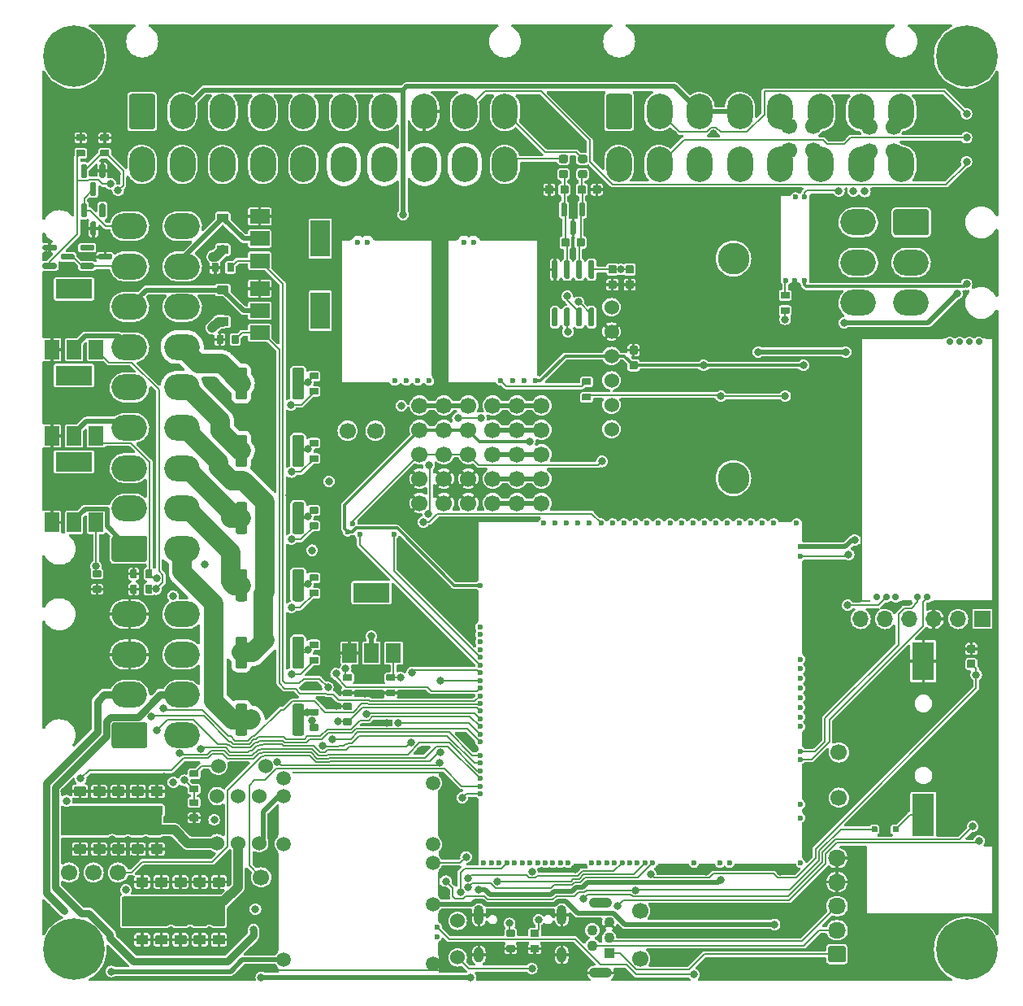
<source format=gbl>
G04 #@! TF.GenerationSoftware,KiCad,Pcbnew,7.0.10-7.0.10~ubuntu22.04.1*
G04 #@! TF.CreationDate,2024-02-03T16:38:20+00:00*
G04 #@! TF.ProjectId,uaefi,75616566-692e-46b6-9963-61645f706362,B*
G04 #@! TF.SameCoordinates,Original*
G04 #@! TF.FileFunction,Copper,L4,Bot*
G04 #@! TF.FilePolarity,Positive*
%FSLAX46Y46*%
G04 Gerber Fmt 4.6, Leading zero omitted, Abs format (unit mm)*
G04 Created by KiCad (PCBNEW 7.0.10-7.0.10~ubuntu22.04.1) date 2024-02-03 16:38:20*
%MOMM*%
%LPD*%
G01*
G04 APERTURE LIST*
G04 #@! TA.AperFunction,ComponentPad*
%ADD10C,1.700000*%
G04 #@! TD*
G04 #@! TA.AperFunction,ComponentPad*
%ADD11O,2.700000X3.700000*%
G04 #@! TD*
G04 #@! TA.AperFunction,ComponentPad*
%ADD12C,0.700000*%
G04 #@! TD*
G04 #@! TA.AperFunction,SMDPad,CuDef*
%ADD13R,1.100000X0.250000*%
G04 #@! TD*
G04 #@! TA.AperFunction,SMDPad,CuDef*
%ADD14R,0.980000X0.250000*%
G04 #@! TD*
G04 #@! TA.AperFunction,SMDPad,CuDef*
%ADD15R,6.300000X0.250000*%
G04 #@! TD*
G04 #@! TA.AperFunction,SMDPad,CuDef*
%ADD16R,0.250000X27.600000*%
G04 #@! TD*
G04 #@! TA.AperFunction,SMDPad,CuDef*
%ADD17R,8.750000X0.250000*%
G04 #@! TD*
G04 #@! TA.AperFunction,SMDPad,CuDef*
%ADD18R,0.950000X0.250000*%
G04 #@! TD*
G04 #@! TA.AperFunction,ComponentPad*
%ADD19C,0.800000*%
G04 #@! TD*
G04 #@! TA.AperFunction,ComponentPad*
%ADD20C,6.400000*%
G04 #@! TD*
G04 #@! TA.AperFunction,ComponentPad*
%ADD21C,1.524000*%
G04 #@! TD*
G04 #@! TA.AperFunction,ComponentPad*
%ADD22O,1.850000X1.700000*%
G04 #@! TD*
G04 #@! TA.AperFunction,ComponentPad*
%ADD23C,0.600000*%
G04 #@! TD*
G04 #@! TA.AperFunction,SMDPad,CuDef*
%ADD24R,6.185000X0.250000*%
G04 #@! TD*
G04 #@! TA.AperFunction,SMDPad,CuDef*
%ADD25R,1.115000X0.250000*%
G04 #@! TD*
G04 #@! TA.AperFunction,SMDPad,CuDef*
%ADD26R,0.250000X14.275000*%
G04 #@! TD*
G04 #@! TA.AperFunction,SMDPad,CuDef*
%ADD27R,0.250000X15.100000*%
G04 #@! TD*
G04 #@! TA.AperFunction,SMDPad,CuDef*
%ADD28R,5.175000X0.250000*%
G04 #@! TD*
G04 #@! TA.AperFunction,ComponentPad*
%ADD29R,1.100000X1.100000*%
G04 #@! TD*
G04 #@! TA.AperFunction,ComponentPad*
%ADD30C,1.100000*%
G04 #@! TD*
G04 #@! TA.AperFunction,ComponentPad*
%ADD31O,2.400000X1.100000*%
G04 #@! TD*
G04 #@! TA.AperFunction,SMDPad,CuDef*
%ADD32O,1.225000X0.200000*%
G04 #@! TD*
G04 #@! TA.AperFunction,SMDPad,CuDef*
%ADD33O,0.200000X9.300000*%
G04 #@! TD*
G04 #@! TA.AperFunction,ComponentPad*
%ADD34C,1.500000*%
G04 #@! TD*
G04 #@! TA.AperFunction,SMDPad,CuDef*
%ADD35O,0.200000X3.300000*%
G04 #@! TD*
G04 #@! TA.AperFunction,SMDPad,CuDef*
%ADD36O,0.200000X10.200000*%
G04 #@! TD*
G04 #@! TA.AperFunction,SMDPad,CuDef*
%ADD37O,0.200000X0.300000*%
G04 #@! TD*
G04 #@! TA.AperFunction,SMDPad,CuDef*
%ADD38O,17.000000X0.200000*%
G04 #@! TD*
G04 #@! TA.AperFunction,SMDPad,CuDef*
%ADD39O,15.400000X0.200000*%
G04 #@! TD*
G04 #@! TA.AperFunction,SMDPad,CuDef*
%ADD40O,0.200000X4.800000*%
G04 #@! TD*
G04 #@! TA.AperFunction,SMDPad,CuDef*
%ADD41O,0.200000X2.600000*%
G04 #@! TD*
G04 #@! TA.AperFunction,SMDPad,CuDef*
%ADD42O,0.200000X1.000000*%
G04 #@! TD*
G04 #@! TA.AperFunction,SMDPad,CuDef*
%ADD43O,0.200000X1.500000*%
G04 #@! TD*
G04 #@! TA.AperFunction,ComponentPad*
%ADD44C,0.599999*%
G04 #@! TD*
G04 #@! TA.AperFunction,ComponentPad*
%ADD45O,3.700000X2.700000*%
G04 #@! TD*
G04 #@! TA.AperFunction,SMDPad,CuDef*
%ADD46R,0.200000X3.700000*%
G04 #@! TD*
G04 #@! TA.AperFunction,SMDPad,CuDef*
%ADD47R,0.200000X0.400000*%
G04 #@! TD*
G04 #@! TA.AperFunction,SMDPad,CuDef*
%ADD48R,0.200000X1.600000*%
G04 #@! TD*
G04 #@! TA.AperFunction,SMDPad,CuDef*
%ADD49R,0.200000X9.700000*%
G04 #@! TD*
G04 #@! TA.AperFunction,SMDPad,CuDef*
%ADD50R,0.200000X2.300000*%
G04 #@! TD*
G04 #@! TA.AperFunction,SMDPad,CuDef*
%ADD51R,1.400000X0.200000*%
G04 #@! TD*
G04 #@! TA.AperFunction,SMDPad,CuDef*
%ADD52R,6.400000X0.200000*%
G04 #@! TD*
G04 #@! TA.AperFunction,SMDPad,CuDef*
%ADD53R,1.700000X0.200000*%
G04 #@! TD*
G04 #@! TA.AperFunction,SMDPad,CuDef*
%ADD54R,3.300000X0.200000*%
G04 #@! TD*
G04 #@! TA.AperFunction,SMDPad,CuDef*
%ADD55R,0.200000X7.000000*%
G04 #@! TD*
G04 #@! TA.AperFunction,SMDPad,CuDef*
%ADD56R,0.200000X3.300000*%
G04 #@! TD*
G04 #@! TA.AperFunction,SMDPad,CuDef*
%ADD57R,0.200000X6.300000*%
G04 #@! TD*
G04 #@! TA.AperFunction,ComponentPad*
%ADD58O,1.000000X2.100000*%
G04 #@! TD*
G04 #@! TA.AperFunction,ComponentPad*
%ADD59O,1.000000X1.600000*%
G04 #@! TD*
G04 #@! TA.AperFunction,ComponentPad*
%ADD60R,1.700000X1.700000*%
G04 #@! TD*
G04 #@! TA.AperFunction,ComponentPad*
%ADD61O,1.700000X1.700000*%
G04 #@! TD*
G04 #@! TA.AperFunction,ComponentPad*
%ADD62C,3.302000*%
G04 #@! TD*
G04 #@! TA.AperFunction,SMDPad,CuDef*
%ADD63R,2.299995X4.399991*%
G04 #@! TD*
G04 #@! TA.AperFunction,SMDPad,CuDef*
%ADD64R,2.299995X3.999992*%
G04 #@! TD*
G04 #@! TA.AperFunction,SMDPad,CuDef*
%ADD65R,1.500000X2.000000*%
G04 #@! TD*
G04 #@! TA.AperFunction,SMDPad,CuDef*
%ADD66R,3.800000X2.000000*%
G04 #@! TD*
G04 #@! TA.AperFunction,SMDPad,CuDef*
%ADD67R,2.000000X1.500000*%
G04 #@! TD*
G04 #@! TA.AperFunction,SMDPad,CuDef*
%ADD68R,2.000000X3.800000*%
G04 #@! TD*
G04 #@! TA.AperFunction,ViaPad*
%ADD69C,0.800000*%
G04 #@! TD*
G04 #@! TA.AperFunction,Conductor*
%ADD70C,0.200000*%
G04 #@! TD*
G04 #@! TA.AperFunction,Conductor*
%ADD71C,1.000000*%
G04 #@! TD*
G04 #@! TA.AperFunction,Conductor*
%ADD72C,0.800000*%
G04 #@! TD*
G04 #@! TA.AperFunction,Conductor*
%ADD73C,0.300000*%
G04 #@! TD*
G04 #@! TA.AperFunction,Conductor*
%ADD74C,0.500000*%
G04 #@! TD*
G04 #@! TA.AperFunction,Conductor*
%ADD75C,2.000000*%
G04 #@! TD*
G04 APERTURE END LIST*
D10*
G04 #@! TO.P,P9,1,Pin_1*
G04 #@! TO.N,/IN_PPS1*
X80500000Y89200000D03*
G04 #@! TD*
G04 #@! TO.P,P10,1,Pin_1*
G04 #@! TO.N,/IN_FLEX*
X77960000Y89200000D03*
G04 #@! TD*
G04 #@! TO.P,J10,1,Pin_1*
G04 #@! TO.N,/IN_AUX1*
G04 #@! TA.AperFunction,ComponentPad*
G36*
G01*
X58950000Y89125001D02*
X58950000Y92324999D01*
G75*
G02*
X59200001Y92575000I250001J0D01*
G01*
X61399999Y92575000D01*
G75*
G02*
X61650000Y92324999I0J-250001D01*
G01*
X61650000Y89125001D01*
G75*
G02*
X61399999Y88875000I-250001J0D01*
G01*
X59200001Y88875000D01*
G75*
G02*
X58950000Y89125001I0J250001D01*
G01*
G37*
G04 #@! TD.AperFunction*
D11*
G04 #@! TO.P,J10,2,Pin_2*
G04 #@! TO.N,/IN_BUTTON1*
X64500000Y90725000D03*
G04 #@! TO.P,J10,3,Pin_3*
G04 #@! TO.N,+5VP*
X68700000Y90725000D03*
G04 #@! TO.P,J10,4,Pin_4*
X72900000Y90725000D03*
G04 #@! TO.P,J10,5,Pin_5*
G04 #@! TO.N,/IN_FLEX*
X77100000Y90725000D03*
G04 #@! TO.P,J10,6,Pin_6*
G04 #@! TO.N,/IN_PPS1*
X81300000Y90725000D03*
G04 #@! TO.P,J10,7,Pin_7*
G04 #@! TO.N,/CAN+*
X85500000Y90725000D03*
G04 #@! TO.P,J10,8,Pin_8*
G04 #@! TO.N,/CAN-*
X89700000Y90725000D03*
G04 #@! TO.P,J10,9,Pin_9*
G04 #@! TO.N,/IN_MAP*
X60300000Y85225000D03*
G04 #@! TO.P,J10,10,Pin_10*
G04 #@! TO.N,/IN_BUTTON2*
X64500000Y85225000D03*
G04 #@! TO.P,J10,11,Pin_11*
G04 #@! TO.N,GNDA*
X68700000Y85225000D03*
G04 #@! TO.P,J10,12,Pin_12*
X72900000Y85225000D03*
G04 #@! TO.P,J10,13,Pin_13*
G04 #@! TO.N,/IN_TPS1*
X77100000Y85225000D03*
G04 #@! TO.P,J10,14,Pin_14*
G04 #@! TO.N,/IN_KNOCK_RAW*
X81300000Y85225000D03*
G04 #@! TO.P,J10,15,Pin_15*
G04 #@! TO.N,/IN_IAT*
X85500000Y85225000D03*
G04 #@! TO.P,J10,16,Pin_16*
G04 #@! TO.N,/IN_CLT*
X89700000Y85225000D03*
G04 #@! TD*
D10*
G04 #@! TO.P,P12,1,Pin_1*
G04 #@! TO.N,/IN_IAT*
X86360000Y86626898D03*
G04 #@! TD*
G04 #@! TO.P,P8,1,Pin_1*
G04 #@! TO.N,Net-(M6-UART2_TX_(PD5))*
X83200000Y19300000D03*
G04 #@! TD*
D12*
G04 #@! TO.P,M5,E1,LSU_Un*
G04 #@! TO.N,/WBO_Un*
X97775000Y66750000D03*
G04 #@! TO.P,M5,E2,LSU_Vm*
G04 #@! TO.N,/WBO_Vm*
X94775000Y66750000D03*
G04 #@! TO.P,M5,E3,LSU_Ip*
G04 #@! TO.N,/WBO_Ip*
X95775000Y66750000D03*
G04 #@! TO.P,M5,E4,LSU_Rtrim*
G04 #@! TO.N,/WBO_Rtrim*
X96775000Y66750000D03*
D13*
G04 #@! TO.P,M5,G,GND*
G04 #@! TO.N,GND*
X85925000Y39775000D03*
D14*
X90265000Y39775000D03*
D15*
X96225000Y39775000D03*
D16*
X85500000Y53450000D03*
X99250000Y53450000D03*
D17*
X89750000Y67125000D03*
D18*
X98900000Y67125000D03*
D12*
G04 #@! TO.P,M5,W1,V5_IN*
G04 #@! TO.N,+5VA*
X88125000Y40158800D03*
G04 #@! TO.P,M5,W2,CAN_VIO*
G04 #@! TO.N,unconnected-(M5-CAN_VIO-PadW2)*
X89125000Y40158800D03*
G04 #@! TO.P,M5,W3,CANL*
G04 #@! TO.N,/CAN-*
X92421000Y40158800D03*
G04 #@! TO.P,M5,W4,CANH*
G04 #@! TO.N,/CAN+*
X91405000Y40158800D03*
G04 #@! TO.P,M5,W9,VDDA*
G04 #@! TO.N,unconnected-(M5-VDDA-PadW9)*
X87125000Y40158800D03*
G04 #@! TD*
G04 #@! TO.P,J2,1,Pin_1*
G04 #@! TO.N,+5VP*
G04 #@! TA.AperFunction,ComponentPad*
G36*
G01*
X9250000Y89125001D02*
X9250000Y92324999D01*
G75*
G02*
X9500001Y92575000I250001J0D01*
G01*
X11699999Y92575000D01*
G75*
G02*
X11950000Y92324999I0J-250001D01*
G01*
X11950000Y89125001D01*
G75*
G02*
X11699999Y88875000I-250001J0D01*
G01*
X9500001Y88875000D01*
G75*
G02*
X9250000Y89125001I0J250001D01*
G01*
G37*
G04 #@! TD.AperFunction*
D11*
G04 #@! TO.P,J2,2,Pin_2*
X14800000Y90725000D03*
G04 #@! TO.P,J2,3,Pin_3*
G04 #@! TO.N,/IN_AUX2*
X19000000Y90725000D03*
G04 #@! TO.P,J2,4,Pin_4*
G04 #@! TO.N,/IN_PPS2*
X23200000Y90725000D03*
G04 #@! TO.P,J2,5,Pin_5*
G04 #@! TO.N,/IN_HALL1*
X27400000Y90725000D03*
G04 #@! TO.P,J2,6,Pin_6*
G04 #@! TO.N,/IN_HALL2*
X31600000Y90725000D03*
G04 #@! TO.P,J2,7,Pin_7*
G04 #@! TO.N,/IN_HALL3*
X35800000Y90725000D03*
G04 #@! TO.P,J2,8,Pin_8*
G04 #@! TO.N,GND*
X40000000Y90725000D03*
G04 #@! TO.P,J2,9,Pin_9*
G04 #@! TO.N,/IN_BUTTON3*
X44200000Y90725000D03*
G04 #@! TO.P,J2,10,Pin_10*
G04 #@! TO.N,/EGT+*
X48400000Y90725000D03*
G04 #@! TO.P,J2,11,Pin_11*
G04 #@! TO.N,GNDA*
X10600000Y85225000D03*
G04 #@! TO.P,J2,12,Pin_12*
X14800000Y85225000D03*
G04 #@! TO.P,J2,13,Pin_13*
X19000000Y85225000D03*
G04 #@! TO.P,J2,14,Pin_14*
G04 #@! TO.N,/IN_TPS2*
X23200000Y85225000D03*
G04 #@! TO.P,J2,15,Pin_15*
G04 #@! TO.N,/IN_AUX3*
X27400000Y85225000D03*
G04 #@! TO.P,J2,16,Pin_16*
G04 #@! TO.N,/VR2+*
X31600000Y85225000D03*
G04 #@! TO.P,J2,17,Pin_17*
G04 #@! TO.N,/VR2-*
X35800000Y85225000D03*
G04 #@! TO.P,J2,18,Pin_18*
G04 #@! TO.N,/VR1+*
X40000000Y85225000D03*
G04 #@! TO.P,J2,19,Pin_19*
G04 #@! TO.N,/VR1-*
X44200000Y85225000D03*
G04 #@! TO.P,J2,20,Pin_20*
G04 #@! TO.N,/EGT-*
X48400000Y85225000D03*
G04 #@! TD*
D10*
G04 #@! TO.P,P1,1,Pin_1*
G04 #@! TO.N,Net-(M7-CANL)*
X32000000Y57500000D03*
G04 #@! TD*
G04 #@! TO.P,P6,1,Pin_1*
G04 #@! TO.N,/CAN+*
X86360000Y89166898D03*
G04 #@! TD*
G04 #@! TO.P,P2,1,Pin_1*
G04 #@! TO.N,Net-(M7-CANH)*
X34900000Y57500000D03*
G04 #@! TD*
G04 #@! TO.P,P15,1,Pin_1*
G04 #@! TO.N,/DC1_DIR*
X5540000Y11500000D03*
G04 #@! TD*
G04 #@! TO.P,P11,1,Pin_1*
G04 #@! TO.N,/IN_CLT*
X88900000Y86626898D03*
G04 #@! TD*
D19*
G04 #@! TO.P,H1,1*
G04 #@! TO.N,N/C*
X1100000Y96500000D03*
X1802944Y98197056D03*
X1802944Y94802944D03*
X3500000Y98900000D03*
D20*
X3500000Y96500000D03*
D19*
X3500000Y94100000D03*
X5197056Y98197056D03*
X5197056Y94802944D03*
X5900000Y96500000D03*
G04 #@! TD*
G04 #@! TO.P,H4,1*
G04 #@! TO.N,N/C*
X94100000Y96500000D03*
X94802944Y98197056D03*
X94802944Y94802944D03*
X96500000Y98900000D03*
D20*
X96500000Y96500000D03*
D19*
X96500000Y94100000D03*
X98197056Y98197056D03*
X98197056Y94802944D03*
X98900000Y96500000D03*
G04 #@! TD*
D21*
G04 #@! TO.P,F4,1,1*
G04 #@! TO.N,+12V*
X18400000Y19450000D03*
G04 #@! TO.P,F4,2,2*
G04 #@! TO.N,/DC Driver 1/PWR*
X18400000Y14550000D03*
G04 #@! TD*
G04 #@! TO.P,J7,1,Pin_1*
G04 #@! TO.N,/VBUS*
G04 #@! TA.AperFunction,ComponentPad*
G36*
G01*
X83675000Y2150000D02*
X82325000Y2150000D01*
G75*
G02*
X82075000Y2400000I0J250000D01*
G01*
X82075000Y3600000D01*
G75*
G02*
X82325000Y3850000I250000J0D01*
G01*
X83675000Y3850000D01*
G75*
G02*
X83925000Y3600000I0J-250000D01*
G01*
X83925000Y2400000D01*
G75*
G02*
X83675000Y2150000I-250000J0D01*
G01*
G37*
G04 #@! TD.AperFunction*
D22*
G04 #@! TO.P,J7,2,Pin_2*
G04 #@! TO.N,/USB-*
X83000000Y5500000D03*
G04 #@! TO.P,J7,3,Pin_3*
G04 #@! TO.N,/USB+*
X83000000Y8000000D03*
G04 #@! TO.P,J7,4,Pin_4*
G04 #@! TO.N,GND*
X83000000Y10500000D03*
G04 #@! TO.P,J7,5,Pin_5*
X83000000Y13000000D03*
G04 #@! TD*
D10*
G04 #@! TO.P,P4,1,Pin_1*
G04 #@! TO.N,Net-(M6-LED_GREEN)*
X62500000Y7500000D03*
G04 #@! TD*
G04 #@! TO.P,P5,1,Pin_1*
G04 #@! TO.N,/CAN-*
X88900000Y89166898D03*
G04 #@! TD*
D19*
G04 #@! TO.P,H2,1*
G04 #@! TO.N,N/C*
X1100000Y3500000D03*
X1802944Y5197056D03*
X1802944Y1802944D03*
X3500000Y5900000D03*
D20*
X3500000Y3500000D03*
D19*
X3500000Y1100000D03*
X5197056Y5197056D03*
X5197056Y1802944D03*
X5900000Y3500000D03*
G04 #@! TD*
D23*
G04 #@! TO.P,M3,E1,Thresh_IN*
G04 #@! TO.N,/VR1_THRESHOLD*
X49175000Y62675000D03*
G04 #@! TO.P,M3,E2,OUT_A*
G04 #@! TO.N,/VR1_A*
X47975000Y62675000D03*
G04 #@! TO.P,M3,E3,OUT*
G04 #@! TO.N,/VR1*
X50375000Y62675000D03*
G04 #@! TO.P,M3,E4,V5_IN*
G04 #@! TO.N,+5VA*
X51575000Y62675000D03*
D24*
G04 #@! TO.P,M3,G,GND*
G04 #@! TO.N,GND*
X48907500Y77325000D03*
D25*
X42857500Y77325000D03*
D26*
X51875000Y70312500D03*
D27*
X42425000Y69900000D03*
D28*
X44887500Y62475000D03*
D23*
G04 #@! TO.P,M3,W1,VR-*
G04 #@! TO.N,/VR1-*
X45115000Y77100000D03*
G04 #@! TO.P,M3,W2,VR+*
G04 #@! TO.N,/VR1+*
X44115000Y77100000D03*
G04 #@! TD*
D10*
G04 #@! TO.P,P17,1,Pin_1*
G04 #@! TO.N,/DC1_PWM*
X3000000Y11500000D03*
G04 #@! TD*
D29*
G04 #@! TO.P,J8,1,VBUS*
G04 #@! TO.N,/VBUS*
X59250000Y3100000D03*
D30*
G04 #@! TO.P,J8,2,D-*
G04 #@! TO.N,/USB-*
X57500000Y3900000D03*
G04 #@! TO.P,J8,3,D+*
G04 #@! TO.N,/USB+*
X59250000Y4700000D03*
G04 #@! TO.P,J8,4,ID*
G04 #@! TO.N,unconnected-(J8-ID-Pad4)*
X57500000Y5500000D03*
G04 #@! TO.P,J8,5,GND*
G04 #@! TO.N,GND*
X59250000Y6300000D03*
D31*
G04 #@! TO.P,J8,6,Shield*
X58375000Y1050000D03*
X58375000Y8350000D03*
G04 #@! TD*
D21*
G04 #@! TO.P,F3,1,1*
G04 #@! TO.N,+12V*
X20600000Y19450000D03*
G04 #@! TO.P,F3,2,2*
G04 #@! TO.N,/DC Driver 2/PWR*
X20600000Y14550000D03*
G04 #@! TD*
D23*
G04 #@! TO.P,M2,E1,V5A*
G04 #@! TO.N,+5VA*
X79574999Y73125000D03*
D32*
G04 #@! TO.P,M2,E2,GND*
G04 #@! TO.N,GND*
X77599999Y82025000D03*
D33*
X80174999Y77475000D03*
X77074999Y77475000D03*
D23*
X78624999Y73125000D03*
G04 #@! TO.P,M2,E3,OUT_KNOCK*
G04 #@! TO.N,/IN_KNOCK*
X77675001Y73125000D03*
G04 #@! TO.P,M2,W1,IN_KNOCK*
G04 #@! TO.N,/IN_KNOCK_RAW*
X78674999Y81825000D03*
G04 #@! TO.P,M2,W2,VREF*
G04 #@! TO.N,/VREF1*
X79574999Y81825000D03*
G04 #@! TD*
D10*
G04 #@! TO.P,P18,1,Pin_1*
G04 #@! TO.N,/DC2_PWM*
X23000000Y11000000D03*
G04 #@! TD*
G04 #@! TO.P,P13,1,Pin_1*
G04 #@! TO.N,/IN_KNOCK_RAW*
X80500000Y86660000D03*
G04 #@! TD*
D34*
G04 #@! TO.P,M1,E1,VBAT*
G04 #@! TO.N,/VBAT*
X40874995Y20824999D03*
G04 #@! TO.P,M1,E2,V12*
G04 #@! TO.N,unconnected-(M1-V12-PadE2)*
X40874995Y14425002D03*
G04 #@! TO.P,M1,E3,VIGN*
G04 #@! TO.N,/VIGN*
X40874995Y12524999D03*
G04 #@! TO.P,M1,E4,V5*
G04 #@! TO.N,+5V*
X40874995Y8224999D03*
D23*
G04 #@! TO.P,M1,E5,EN_5VP*
G04 #@! TO.N,/PWR_EN*
X41324994Y5825002D03*
G04 #@! TO.P,M1,E6,PG_5VP*
G04 #@! TO.N,Net-(M1-PG_5VP)*
X41324994Y4825001D03*
D35*
G04 #@! TO.P,M1,S1,GND*
G04 #@! TO.N,GND*
X24724999Y16974999D03*
D36*
X24724999Y8475001D03*
D37*
X24724999Y1374999D03*
D38*
X33124997Y1324999D03*
D39*
X33924998Y21924999D03*
D34*
X40874995Y1974999D03*
D37*
X41524996Y21874999D03*
D40*
X41524996Y17675001D03*
D41*
X41524996Y10324999D03*
D42*
X41524996Y6825002D03*
D43*
X41524996Y3525001D03*
D34*
G04 #@! TO.P,M1,V1,V12_PERM*
G04 #@! TO.N,+12V_RAW*
X25374998Y21275001D03*
G04 #@! TO.P,M1,V2,IN_VIGN*
G04 #@! TO.N,/IN_VIGN*
X25374998Y19425002D03*
G04 #@! TO.P,M1,V3,V12_RAW*
G04 #@! TO.N,+12V_RAW*
X25374998Y14474999D03*
G04 #@! TO.P,M1,V4,5VP*
G04 #@! TO.N,+5VP*
X25374998Y2425001D03*
G04 #@! TD*
D44*
G04 #@! TO.P,M7,V1,V5*
G04 #@! TO.N,+5VA*
X31999999Y46975001D03*
G04 #@! TO.P,M7,V2,CAN_VIO*
G04 #@! TO.N,+3.3VA*
X32524999Y47850003D03*
G04 #@! TO.P,M7,V5,CAN_TX*
G04 #@! TO.N,Net-(M6-SPI2_SCK_{slash}_CAN2_TX_(PB13))*
X33274997Y46674999D03*
G04 #@! TO.P,M7,V6,CAN_RX*
G04 #@! TO.N,Net-(M6-SPI2_CS_{slash}_CAN2_RX_(PB12))*
X36824998Y46750002D03*
G04 #@! TD*
G04 #@! TO.P,J5,1,Pin_1*
G04 #@! TO.N,/OUT_INJ6*
G04 #@! TA.AperFunction,ComponentPad*
G36*
G01*
X10874999Y43850000D02*
X7675001Y43850000D01*
G75*
G02*
X7425000Y44100001I0J250001D01*
G01*
X7425000Y46299999D01*
G75*
G02*
X7675001Y46550000I250001J0D01*
G01*
X10874999Y46550000D01*
G75*
G02*
X11125000Y46299999I0J-250001D01*
G01*
X11125000Y44100001D01*
G75*
G02*
X10874999Y43850000I-250001J0D01*
G01*
G37*
G04 #@! TD.AperFunction*
D45*
G04 #@! TO.P,J5,2,Pin_2*
G04 #@! TO.N,/OUT_INJ5*
X9275000Y49400000D03*
G04 #@! TO.P,J5,3,Pin_3*
G04 #@! TO.N,/OUT_INJ4*
X9275000Y53600000D03*
G04 #@! TO.P,J5,4,Pin_4*
G04 #@! TO.N,/OUT_INJ3*
X9275000Y57800000D03*
G04 #@! TO.P,J5,5,Pin_5*
G04 #@! TO.N,/OUT_INJ2*
X9275000Y62000000D03*
G04 #@! TO.P,J5,6,Pin_6*
G04 #@! TO.N,/OUT_INJ1*
X9275000Y66200000D03*
G04 #@! TO.P,J5,7,Pin_7*
G04 #@! TO.N,/OUT_LS1*
X9275000Y70400000D03*
G04 #@! TO.P,J5,8,Pin_8*
G04 #@! TO.N,/OUT_LS_WEAK2*
X9275000Y74600000D03*
G04 #@! TO.P,J5,9,Pin_9*
G04 #@! TO.N,/OUT_LS_WEAK1*
X9275000Y78800000D03*
G04 #@! TO.P,J5,10,Pin_10*
G04 #@! TO.N,/OUT_IGN6*
X14775000Y45200000D03*
G04 #@! TO.P,J5,11,Pin_11*
G04 #@! TO.N,/OUT_IGN4*
X14775000Y49400000D03*
G04 #@! TO.P,J5,12,Pin_12*
G04 #@! TO.N,/OUT_IGN3*
X14775000Y53600000D03*
G04 #@! TO.P,J5,13,Pin_13*
G04 #@! TO.N,/OUT_IGN5*
X14775000Y57800000D03*
G04 #@! TO.P,J5,14,Pin_14*
G04 #@! TO.N,/OUT_IGN2*
X14775000Y62000000D03*
G04 #@! TO.P,J5,15,Pin_15*
G04 #@! TO.N,/OUT_IGN1*
X14775000Y66200000D03*
G04 #@! TO.P,J5,16,Pin_16*
G04 #@! TO.N,/OUT_LS4*
X14775000Y70400000D03*
G04 #@! TO.P,J5,17,Pin_17*
G04 #@! TO.N,/OUT_LS3*
X14775000Y74600000D03*
G04 #@! TO.P,J5,18,Pin_18*
G04 #@! TO.N,/OUT_LS2*
X14775000Y78800000D03*
G04 #@! TD*
G04 #@! TO.P,J3,1,Pin_1*
G04 #@! TO.N,+12V_RAW*
G04 #@! TA.AperFunction,ComponentPad*
G36*
G01*
X89125001Y80550000D02*
X92324999Y80550000D01*
G75*
G02*
X92575000Y80299999I0J-250001D01*
G01*
X92575000Y78100001D01*
G75*
G02*
X92324999Y77850000I-250001J0D01*
G01*
X89125001Y77850000D01*
G75*
G02*
X88875000Y78100001I0J250001D01*
G01*
X88875000Y80299999D01*
G75*
G02*
X89125001Y80550000I250001J0D01*
G01*
G37*
G04 #@! TD.AperFunction*
G04 #@! TO.P,J3,2,Pin_2*
G04 #@! TO.N,/WBO_Rtrim*
X90725000Y75000000D03*
G04 #@! TO.P,J3,3,Pin_3*
G04 #@! TO.N,/WBO_Heater*
X90725000Y70800000D03*
G04 #@! TO.P,J3,4,Pin_4*
G04 #@! TO.N,/WBO_Un*
X85225000Y79200000D03*
G04 #@! TO.P,J3,5,Pin_5*
G04 #@! TO.N,/WBO_Ip*
X85225000Y75000000D03*
G04 #@! TO.P,J3,6,Pin_6*
G04 #@! TO.N,/WBO_Vm*
X85225000Y70800000D03*
G04 #@! TD*
D21*
G04 #@! TO.P,F1,1,1*
G04 #@! TO.N,Net-(J4-Pin_7)*
X22800000Y19450000D03*
G04 #@! TO.P,F1,2,2*
G04 #@! TO.N,/IN_VIGN*
X22800000Y14550000D03*
G04 #@! TD*
D10*
G04 #@! TO.P,G3,1*
G04 #@! TO.N,GND*
X39500000Y49960000D03*
G04 #@! TO.P,G3,2*
X39500000Y52500000D03*
G04 #@! TO.P,G3,3*
G04 #@! TO.N,+3.3VA*
X39500000Y55040000D03*
G04 #@! TO.P,G3,4*
G04 #@! TO.N,+5VA*
X39500000Y57580000D03*
G04 #@! TO.P,G3,5*
G04 #@! TO.N,+12V_RAW*
X39500000Y60120000D03*
G04 #@! TO.P,G3,6*
G04 #@! TO.N,GND*
X42040000Y49960000D03*
G04 #@! TO.P,G3,7*
X42040000Y52500000D03*
G04 #@! TO.P,G3,8*
G04 #@! TO.N,+3.3VA*
X42040000Y55040000D03*
G04 #@! TO.P,G3,9*
G04 #@! TO.N,+5VA*
X42040000Y57580000D03*
G04 #@! TO.P,G3,10*
G04 #@! TO.N,+12V_RAW*
X42040000Y60120000D03*
G04 #@! TO.P,G3,11*
G04 #@! TO.N,GND*
X44580000Y49960000D03*
G04 #@! TO.P,G3,12*
X44580000Y52500000D03*
G04 #@! TO.P,G3,13*
G04 #@! TO.N,+3.3VA*
X44580000Y55040000D03*
G04 #@! TO.P,G3,14*
G04 #@! TO.N,+5VA*
X44580000Y57580000D03*
G04 #@! TO.P,G3,15*
G04 #@! TO.N,+12V_RAW*
X44580000Y60120000D03*
G04 #@! TD*
G04 #@! TO.P,P3,1,Pin_1*
G04 #@! TO.N,Net-(M6-LED_YELLOW)*
X62500000Y2500000D03*
G04 #@! TD*
D21*
G04 #@! TO.P,R4,1,1*
G04 #@! TO.N,Net-(M1-PG_5VP)*
X43474609Y6474609D03*
G04 #@! TO.P,R4,2,2*
G04 #@! TO.N,/PG_5VP*
X43474609Y2664609D03*
G04 #@! TD*
D10*
G04 #@! TO.P,P14,1,Pin_1*
G04 #@! TO.N,/IN_TPS1*
X77960000Y86660000D03*
G04 #@! TD*
G04 #@! TO.P,J4,1,Pin_1*
G04 #@! TO.N,/OUT_DC1-*
G04 #@! TA.AperFunction,ComponentPad*
G36*
G01*
X10874999Y24450000D02*
X7675001Y24450000D01*
G75*
G02*
X7425000Y24700001I0J250001D01*
G01*
X7425000Y26899999D01*
G75*
G02*
X7675001Y27150000I250001J0D01*
G01*
X10874999Y27150000D01*
G75*
G02*
X11125000Y26899999I0J-250001D01*
G01*
X11125000Y24700001D01*
G75*
G02*
X10874999Y24450000I-250001J0D01*
G01*
G37*
G04 #@! TD.AperFunction*
D45*
G04 #@! TO.P,J4,2,Pin_2*
G04 #@! TO.N,/OUT_DC2-*
X9275000Y30000000D03*
G04 #@! TO.P,J4,3,Pin_3*
G04 #@! TO.N,GND*
X9275000Y34200000D03*
G04 #@! TO.P,J4,4,Pin_4*
X9275000Y38400000D03*
G04 #@! TO.P,J4,5,Pin_5*
G04 #@! TO.N,/OUT_DC1+*
X14775000Y25800000D03*
G04 #@! TO.P,J4,6,Pin_6*
G04 #@! TO.N,/OUT_DC2+*
X14775000Y30000000D03*
G04 #@! TO.P,J4,7,Pin_7*
G04 #@! TO.N,Net-(J4-Pin_7)*
X14775000Y34200000D03*
G04 #@! TO.P,J4,8,Pin_8*
G04 #@! TO.N,+12V*
X14775000Y38400000D03*
G04 #@! TD*
D10*
G04 #@! TO.P,P7,1,Pin_1*
G04 #@! TO.N,Net-(M6-UART2_RX_(PD6))*
X83200000Y24000000D03*
G04 #@! TD*
D23*
G04 #@! TO.P,M6,E1,V5A_SWITCHABLE*
G04 #@! TO.N,+5VA*
X45800010Y41400000D03*
G04 #@! TO.P,M6,E2,GNDA*
G04 #@! TO.N,unconnected-(M6-GNDA-PadE2)*
X45800000Y37100000D03*
G04 #@! TO.P,M6,E3,I2C_SCL_(PB10)*
G04 #@! TO.N,unconnected-(M6-I2C_SCL_(PB10)-PadE3)*
X45800000Y36300010D03*
G04 #@! TO.P,M6,E4,I2C_SDA_(PB11)*
G04 #@! TO.N,unconnected-(M6-I2C_SDA_(PB11)-PadE4)*
X45800000Y35500000D03*
G04 #@! TO.P,M6,E5,IN_VIGN_(PA5)*
G04 #@! TO.N,/VIGN*
X45800000Y34700000D03*
G04 #@! TO.P,M6,E6,SPI2_CS_/_CAN2_RX_(PB12)*
G04 #@! TO.N,Net-(M6-SPI2_CS_{slash}_CAN2_RX_(PB12))*
X45800000Y33900000D03*
G04 #@! TO.P,M6,E7,SPI2_SCK_/_CAN2_TX_(PB13)*
G04 #@! TO.N,Net-(M6-SPI2_SCK_{slash}_CAN2_TX_(PB13))*
X45800000Y33100000D03*
G04 #@! TO.P,M6,E8,SPI2_MISO_(PB14)*
G04 #@! TO.N,/DC1_DIS*
X45800000Y32300000D03*
G04 #@! TO.P,M6,E9,SPI2_MOSI_(PB15)*
G04 #@! TO.N,/DC2_DIR*
X45800000Y31500000D03*
G04 #@! TO.P,M6,E10,OUT_INJ8_(PD12)*
G04 #@! TO.N,/LS2*
X45800000Y30700000D03*
G04 #@! TO.P,M6,E11,OUT_INJ7_(PD15)*
G04 #@! TO.N,/LS1*
X45800000Y29900000D03*
G04 #@! TO.P,M6,E12,OUT_INJ6_(PA8)*
G04 #@! TO.N,/INJ6*
X45800000Y29100000D03*
G04 #@! TO.P,M6,E13,OUT_INJ5_(PD2)*
G04 #@! TO.N,/INJ5*
X45800000Y28300000D03*
G04 #@! TO.P,M6,E14,OUT_INJ4_(PD10)*
G04 #@! TO.N,/INJ4*
X45800000Y27500000D03*
G04 #@! TO.P,M6,E15,OUT_INJ3_(PD11)*
G04 #@! TO.N,/INJ3*
X45800000Y26700000D03*
G04 #@! TO.P,M6,E16,OUT_INJ2_(PA9)*
G04 #@! TO.N,/INJ2*
X45800010Y25900010D03*
G04 #@! TO.P,M6,E17,OUT_INJ1_(PD3)*
G04 #@! TO.N,/INJ1*
X45800000Y25100000D03*
G04 #@! TO.P,M6,E18,OUT_PWM1_(PD13)*
G04 #@! TO.N,/LS3*
X45800000Y23700000D03*
G04 #@! TO.P,M6,E19,OUT_PWM2_(PC6)*
G04 #@! TO.N,/LS4*
X45800000Y22900010D03*
G04 #@! TO.P,M6,E20,OUT_PWM3_(PC7)*
G04 #@! TO.N,/DC1_PWM*
X45800000Y22100010D03*
G04 #@! TO.P,M6,E21,OUT_PWM4_(PC8)*
G04 #@! TO.N,/DC1_DIR*
X45800000Y21300010D03*
G04 #@! TO.P,M6,E22,OUT_PWM5_(PC9)*
G04 #@! TO.N,/DC2_PWM*
X45800000Y20500010D03*
G04 #@! TO.P,M6,E23,OUT_PWM6_(PD14)*
G04 #@! TO.N,/VR1_THRESHOLD*
X45800000Y19700000D03*
D46*
G04 #@! TO.P,M6,G,GND*
G04 #@! TO.N,GND*
X79400010Y14850010D03*
D47*
X79400010Y17900000D03*
D46*
X79400010Y20950010D03*
D48*
X79400010Y25400000D03*
D49*
X79400010Y39050000D03*
D50*
X79400010Y47050000D03*
D51*
X77600000Y48100010D03*
D52*
X75500010Y12300010D03*
D53*
X69450010Y12300010D03*
D54*
X65950010Y12300010D03*
D51*
X56200010Y12300010D03*
D52*
X48700010Y48100010D03*
D55*
X45600000Y15699990D03*
D47*
X45600000Y24400010D03*
D56*
X45600000Y39250010D03*
D57*
X45600000Y45050010D03*
D23*
G04 #@! TO.P,M6,N1,VBUS*
G04 #@! TO.N,/VBUS*
X46200000Y12500000D03*
G04 #@! TO.P,M6,N2,USBM_(PA11)*
G04 #@! TO.N,/USB-*
X47000000Y12500000D03*
G04 #@! TO.P,M6,N3,USBP_(PA12)*
G04 #@! TO.N,/USB+*
X47800000Y12500000D03*
G04 #@! TO.P,M6,N4,USBID_(PA10)*
G04 #@! TO.N,/DC2_DIS*
X48600010Y12500000D03*
G04 #@! TO.P,M6,N5,SWDIO_(PA13)*
G04 #@! TO.N,unconnected-(M6-SWDIO_(PA13)-PadN5)*
X49400000Y12500000D03*
G04 #@! TO.P,M6,N6,SWCLK_(PA14)*
G04 #@! TO.N,unconnected-(M6-SWCLK_(PA14)-PadN6)*
X50200000Y12500000D03*
G04 #@! TO.P,M6,N7,nReset*
G04 #@! TO.N,unconnected-(M6-nReset-PadN7)*
X51000000Y12500000D03*
G04 #@! TO.P,M6,N8,SWO_(PB3)*
G04 #@! TO.N,unconnected-(M6-SWO_(PB3)-PadN8)*
X51800010Y12500000D03*
G04 #@! TO.P,M6,N9,SPI3_CS_(PA15)*
G04 #@! TO.N,/EGT/SPI_CS*
X52600000Y12500010D03*
G04 #@! TO.P,M6,N10,SPI3_SCK_(PC10)*
G04 #@! TO.N,/EGT/SPI_SCK*
X53400000Y12500010D03*
G04 #@! TO.P,M6,N11,SPI3_MISO_(PC11)*
G04 #@! TO.N,/EGT/SPI_SO*
X54200000Y12500010D03*
G04 #@! TO.P,M6,N12,SPI3_MOSI_(PC12)*
G04 #@! TO.N,/PG_5VP*
X55000000Y12500010D03*
G04 #@! TO.P,M6,N13,UART2_TX_(PD5)*
G04 #@! TO.N,Net-(M6-UART2_TX_(PD5))*
X57400010Y12500010D03*
G04 #@! TO.P,M6,N14,UART2_RX_(PD6)*
G04 #@! TO.N,Net-(M6-UART2_RX_(PD6))*
X58200010Y12500010D03*
G04 #@! TO.P,M6,N14a,LED_GREEN*
G04 #@! TO.N,Net-(M6-LED_GREEN)*
X59000000Y12500000D03*
G04 #@! TO.P,M6,N14b,LED_YELLOW*
G04 #@! TO.N,Net-(M6-LED_YELLOW)*
X59800010Y12500000D03*
G04 #@! TO.P,M6,N15,V33_SWITCHABLE*
G04 #@! TO.N,+3.3VA*
X60600010Y12500000D03*
G04 #@! TO.P,M6,N16,BOOT0*
G04 #@! TO.N,unconnected-(M6-BOOT0-PadN16)*
X61400010Y12500000D03*
G04 #@! TO.P,M6,N17,VBAT*
G04 #@! TO.N,/VBAT*
X62200010Y12500000D03*
G04 #@! TO.P,M6,N18,UART8_RX_(PE0)*
G04 #@! TO.N,/VR1*
X63000010Y12500010D03*
G04 #@! TO.P,M6,N19,UART8_TX_(PE1)*
G04 #@! TO.N,/VR2*
X63800010Y12500010D03*
G04 #@! TO.P,M6,N20,OUT_PWR_EN_(PE10)*
G04 #@! TO.N,/PWR_EN*
X68100010Y12500010D03*
G04 #@! TO.P,M6,N21,V33*
G04 #@! TO.N,+3.3V*
X70800010Y12500010D03*
G04 #@! TO.P,M6,N22,VCC*
G04 #@! TO.N,+5V*
X71800000Y12500010D03*
G04 #@! TO.P,M6,N23,V33*
G04 #@! TO.N,unconnected-(M6-V33-PadN23)*
X79200010Y12500010D03*
G04 #@! TO.P,M6,S1,IN_D4_(PE15)*
G04 #@! TO.N,/IN_BUTTON3*
X52399990Y47900010D03*
G04 #@! TO.P,M6,S2,IN_D3_(PE14)*
G04 #@! TO.N,/IN_HALL3*
X53600000Y47900010D03*
G04 #@! TO.P,M6,S3,IN_D2_(PE13)*
G04 #@! TO.N,/IN_HALL2*
X54800000Y47900010D03*
G04 #@! TO.P,M6,S4,IN_D1_(PE12)*
G04 #@! TO.N,/IN_HALL1*
X56000000Y47900010D03*
G04 #@! TO.P,M6,S5,VREF2*
G04 #@! TO.N,unconnected-(M6-VREF2-PadS5)*
X57200000Y47900010D03*
G04 #@! TO.P,M6,S6,IN_AUX4_(PC5)*
G04 #@! TO.N,/IN_VMAIN*
X58400000Y47900010D03*
G04 #@! TO.P,M6,S7,IN_AUX3_(PA7)*
G04 #@! TO.N,/IN_AUX3*
X59600000Y47900010D03*
G04 #@! TO.P,M6,S8,IN_AUX2_(PC4/PE9)*
G04 #@! TO.N,/IN_PPS2*
X60800000Y47900010D03*
G04 #@! TO.P,M6,S9,IN_AUX1_(PB0)*
G04 #@! TO.N,/IN_TPS2*
X62000000Y47900010D03*
G04 #@! TO.P,M6,S10,IN_O2S2_(PA1)*
G04 #@! TO.N,/IN_AUX2*
X63200000Y47900010D03*
G04 #@! TO.P,M6,S11,IN_O2S_/_CAN_WAKEUP_(PA0)*
G04 #@! TO.N,/IN_AUX1*
X64400000Y47900010D03*
G04 #@! TO.P,M6,S12,IN_MAP2_(PC1)*
G04 #@! TO.N,/INTERNAL_MAP*
X65600000Y47900010D03*
G04 #@! TO.P,M6,S13,IN_MAP1_(PC0)*
G04 #@! TO.N,/IN_MAP*
X66800000Y47900010D03*
G04 #@! TO.P,M6,S14,IN_CRANK_(PB1)*
G04 #@! TO.N,/IN_BUTTON1*
X68000000Y47900010D03*
G04 #@! TO.P,M6,S15,IN_KNOCK_(PA2)*
G04 #@! TO.N,/ADC3*
X69200000Y47900010D03*
G04 #@! TO.P,M6,S16,IN_CAM_(PA6)*
G04 #@! TO.N,/IN_BUTTON2*
X70400000Y47900010D03*
G04 #@! TO.P,M6,S17,IN_VSS_(PE11)*
G04 #@! TO.N,/IN_FLEX*
X71600000Y47900010D03*
G04 #@! TO.P,M6,S18,IN_TPS_(PA4)*
G04 #@! TO.N,/IN_TPS1*
X72800010Y47900010D03*
G04 #@! TO.P,M6,S19,IN_PPS_(PA3)*
G04 #@! TO.N,/IN_PPS1*
X74000010Y47900010D03*
G04 #@! TO.P,M6,S20,IN_IAT_(PC3)*
G04 #@! TO.N,/IN_IAT*
X75200010Y47900010D03*
G04 #@! TO.P,M6,S21,IN_CLT_(PC2)*
G04 #@! TO.N,/IN_CLT*
X76400010Y47900010D03*
G04 #@! TO.P,M6,S22,VREF1*
G04 #@! TO.N,/VREF1*
X78800010Y47900010D03*
G04 #@! TO.P,M6,W1,GNDA*
G04 #@! TO.N,GNDA*
X79200010Y45400000D03*
G04 #@! TO.P,M6,W2,V5A_SWITCHABLE*
G04 #@! TO.N,+5VA*
X79200010Y44400000D03*
G04 #@! TO.P,M6,W3,IGN8_(PE6)*
G04 #@! TO.N,/LS_WEAK2*
X79200010Y33700010D03*
G04 #@! TO.P,M6,W4,IGN7_(PB9)*
G04 #@! TO.N,/LS_WEAK1*
X79200010Y32700000D03*
G04 #@! TO.P,M6,W5,IGN6_(PB8)*
G04 #@! TO.N,/IGN6*
X79200010Y31700010D03*
G04 #@! TO.P,M6,W6,IGN5_(PE2)*
G04 #@! TO.N,/IGN5*
X79200010Y30700010D03*
G04 #@! TO.P,M6,W7,IGN4_(PE3)*
G04 #@! TO.N,/IGN4*
X79200010Y29700010D03*
G04 #@! TO.P,M6,W8,IGN3_(PE4)*
G04 #@! TO.N,/IGN3*
X79200010Y28700010D03*
G04 #@! TO.P,M6,W9,IGN2_(PE5)*
G04 #@! TO.N,/IGN2*
X79200010Y27700010D03*
G04 #@! TO.P,M6,W10,IGN1_(PC13)*
G04 #@! TO.N,/IGN1*
X79200010Y26700010D03*
G04 #@! TO.P,M6,W11,CANH*
G04 #@! TO.N,/CAN+*
X79200010Y24100010D03*
G04 #@! TO.P,M6,W12,CANL*
G04 #@! TO.N,/CAN-*
X79200010Y23300010D03*
G04 #@! TO.P,M6,W13,V33_REF*
G04 #@! TO.N,unconnected-(M6-V33_REF-PadW13)*
X79200010Y18600000D03*
G04 #@! TO.P,M6,W14,V5A_SWITCHABLE*
G04 #@! TO.N,unconnected-(M6-V5A_SWITCHABLE-PadW14)*
X79200010Y17200010D03*
G04 #@! TD*
D58*
G04 #@! TO.P,J9,S1,SHIELD*
G04 #@! TO.N,GND*
X45680000Y7105000D03*
D59*
X45680000Y2925000D03*
D58*
X54320000Y7105000D03*
D59*
X54320000Y2925000D03*
G04 #@! TD*
D19*
G04 #@! TO.P,H3,1*
G04 #@! TO.N,N/C*
X94100000Y3500000D03*
X94802944Y5197056D03*
X94802944Y1802944D03*
X96500000Y5900000D03*
D20*
X96500000Y3500000D03*
D19*
X96500000Y1100000D03*
X98197056Y5197056D03*
X98197056Y1802944D03*
X98900000Y3500000D03*
G04 #@! TD*
D23*
G04 #@! TO.P,M4,E1,NC*
G04 #@! TO.N,unconnected-(M4-NC-PadE1)*
X38125000Y62675000D03*
G04 #@! TO.P,M4,E2,NC*
G04 #@! TO.N,unconnected-(M4-NC-PadE2)*
X36925000Y62675000D03*
G04 #@! TO.P,M4,E3,OUT*
G04 #@! TO.N,/VR2*
X39325000Y62675000D03*
G04 #@! TO.P,M4,E4,V5_IN*
G04 #@! TO.N,+5VA*
X40525000Y62675000D03*
D24*
G04 #@! TO.P,M4,G,GND*
G04 #@! TO.N,GND*
X37857500Y77325000D03*
D25*
X31807500Y77325000D03*
D26*
X40825000Y70312500D03*
D27*
X31375000Y69900000D03*
D28*
X33837500Y62475000D03*
D23*
G04 #@! TO.P,M4,W1,VR-*
G04 #@! TO.N,/VR2-*
X34065000Y77100000D03*
G04 #@! TO.P,M4,W2,VR+*
G04 #@! TO.N,/VR2+*
X33065000Y77100000D03*
G04 #@! TD*
D21*
G04 #@! TO.P,F2,1,1*
G04 #@! TO.N,+12V*
X18550000Y22600000D03*
G04 #@! TO.P,F2,2,2*
G04 #@! TO.N,+12V_RAW*
X23450000Y22600000D03*
G04 #@! TD*
D60*
G04 #@! TO.P,J6,1,Pin_1*
G04 #@! TO.N,Net-(J6-Pin_1)*
X98150000Y37900000D03*
D61*
G04 #@! TO.P,J6,2,Pin_2*
G04 #@! TO.N,Net-(J6-Pin_2)*
X95610000Y37900000D03*
G04 #@! TO.P,J6,3,Pin_3*
G04 #@! TO.N,GND*
X93070000Y37900000D03*
G04 #@! TO.P,J6,4,Pin_4*
G04 #@! TO.N,Net-(J6-Pin_4)*
X90530000Y37900000D03*
G04 #@! TO.P,J6,5,Pin_5*
G04 #@! TO.N,Net-(J6-Pin_5)*
X87990000Y37900000D03*
G04 #@! TO.P,J6,6,Pin_6*
G04 #@! TO.N,unconnected-(J6-Pin_6-Pad6)*
X85450000Y37900000D03*
G04 #@! TD*
D62*
G04 #@! TO.P,U3,*
G04 #@! TO.N,*
X72203250Y75430000D03*
X72203250Y52570000D03*
D21*
G04 #@! TO.P,U3,1,VOUT*
G04 #@! TO.N,/INTERNAL_MAP*
X59503250Y70350000D03*
G04 #@! TO.P,U3,2,GND*
G04 #@! TO.N,GND*
X59503250Y67810000D03*
G04 #@! TO.P,U3,3,VCC*
G04 #@! TO.N,+5VA*
X59503250Y65270000D03*
G04 #@! TO.P,U3,4,V1*
G04 #@! TO.N,unconnected-(U3-V1-Pad4)*
X59503250Y62730000D03*
G04 #@! TO.P,U3,5,V2*
G04 #@! TO.N,unconnected-(U3-V2-Pad5)*
X59503250Y60190000D03*
G04 #@! TO.P,U3,6,V_EX*
G04 #@! TO.N,unconnected-(U3-V_EX-Pad6)*
X59503250Y57650000D03*
G04 #@! TD*
D10*
G04 #@! TO.P,P16,1,Pin_1*
G04 #@! TO.N,/DC2_DIR*
X8080000Y11500000D03*
G04 #@! TD*
G04 #@! TO.P,G4,1*
G04 #@! TO.N,Net-(G4-Pad1)*
X47120000Y49960000D03*
G04 #@! TO.P,G4,2*
G04 #@! TO.N,Net-(G4-Pad12)*
X47120000Y52500000D03*
G04 #@! TO.P,G4,3*
G04 #@! TO.N,Net-(G4-Pad13)*
X47120000Y55040000D03*
G04 #@! TO.P,G4,4*
G04 #@! TO.N,Net-(G4-Pad14)*
X47120000Y57580000D03*
G04 #@! TO.P,G4,5*
G04 #@! TO.N,Net-(G4-Pad10)*
X47120000Y60120000D03*
G04 #@! TO.P,G4,6*
G04 #@! TO.N,Net-(G4-Pad1)*
X49660000Y49960000D03*
G04 #@! TO.P,G4,7*
G04 #@! TO.N,Net-(G4-Pad12)*
X49660000Y52500000D03*
G04 #@! TO.P,G4,8*
G04 #@! TO.N,Net-(G4-Pad13)*
X49660000Y55040000D03*
G04 #@! TO.P,G4,9*
G04 #@! TO.N,Net-(G4-Pad14)*
X49660000Y57580000D03*
G04 #@! TO.P,G4,10*
G04 #@! TO.N,Net-(G4-Pad10)*
X49660000Y60120000D03*
G04 #@! TO.P,G4,11*
G04 #@! TO.N,Net-(G4-Pad1)*
X52200000Y49960000D03*
G04 #@! TO.P,G4,12*
G04 #@! TO.N,Net-(G4-Pad12)*
X52200000Y52500000D03*
G04 #@! TO.P,G4,13*
G04 #@! TO.N,Net-(G4-Pad13)*
X52200000Y55040000D03*
G04 #@! TO.P,G4,14*
G04 #@! TO.N,Net-(G4-Pad14)*
X52200000Y57580000D03*
G04 #@! TO.P,G4,15*
G04 #@! TO.N,Net-(G4-Pad10)*
X52200000Y60120000D03*
G04 #@! TD*
G04 #@! TO.P,D8,1,K*
G04 #@! TO.N,Net-(U4-T-)*
G04 #@! TA.AperFunction,SMDPad,CuDef*
G36*
G01*
X54400000Y81257023D02*
X54700000Y81257023D01*
G75*
G02*
X54850000Y81107023I0J-150000D01*
G01*
X54850000Y79932023D01*
G75*
G02*
X54700000Y79782023I-150000J0D01*
G01*
X54400000Y79782023D01*
G75*
G02*
X54250000Y79932023I0J150000D01*
G01*
X54250000Y81107023D01*
G75*
G02*
X54400000Y81257023I150000J0D01*
G01*
G37*
G04 #@! TD.AperFunction*
G04 #@! TO.P,D8,2,K*
G04 #@! TO.N,Net-(U4-T+)*
G04 #@! TA.AperFunction,SMDPad,CuDef*
G36*
G01*
X56300000Y81257023D02*
X56600000Y81257023D01*
G75*
G02*
X56750000Y81107023I0J-150000D01*
G01*
X56750000Y79932023D01*
G75*
G02*
X56600000Y79782023I-150000J0D01*
G01*
X56300000Y79782023D01*
G75*
G02*
X56150000Y79932023I0J150000D01*
G01*
X56150000Y81107023D01*
G75*
G02*
X56300000Y81257023I150000J0D01*
G01*
G37*
G04 #@! TD.AperFunction*
G04 #@! TO.P,D8,3,A*
G04 #@! TO.N,GND*
G04 #@! TA.AperFunction,SMDPad,CuDef*
G36*
G01*
X55350000Y79382023D02*
X55650000Y79382023D01*
G75*
G02*
X55800000Y79232023I0J-150000D01*
G01*
X55800000Y78057023D01*
G75*
G02*
X55650000Y77907023I-150000J0D01*
G01*
X55350000Y77907023D01*
G75*
G02*
X55200000Y78057023I0J150000D01*
G01*
X55200000Y79232023D01*
G75*
G02*
X55350000Y79382023I150000J0D01*
G01*
G37*
G04 #@! TD.AperFunction*
G04 #@! TD*
G04 #@! TO.P,C10,1*
G04 #@! TO.N,GND*
G04 #@! TA.AperFunction,SMDPad,CuDef*
G36*
G01*
X12650000Y13460000D02*
X11600000Y13460000D01*
G75*
G02*
X11500000Y13560000I0J100000D01*
G01*
X11500000Y14360000D01*
G75*
G02*
X11600000Y14460000I100000J0D01*
G01*
X12650000Y14460000D01*
G75*
G02*
X12750000Y14360000I0J-100000D01*
G01*
X12750000Y13560000D01*
G75*
G02*
X12650000Y13460000I-100000J0D01*
G01*
G37*
G04 #@! TD.AperFunction*
G04 #@! TO.P,C10,2*
G04 #@! TO.N,/DC Driver 1/PWR*
G04 #@! TA.AperFunction,SMDPad,CuDef*
G36*
G01*
X12650000Y15460000D02*
X11600000Y15460000D01*
G75*
G02*
X11500000Y15560000I0J100000D01*
G01*
X11500000Y16360000D01*
G75*
G02*
X11600000Y16460000I100000J0D01*
G01*
X12650000Y16460000D01*
G75*
G02*
X12750000Y16360000I0J-100000D01*
G01*
X12750000Y15560000D01*
G75*
G02*
X12650000Y15460000I-100000J0D01*
G01*
G37*
G04 #@! TD.AperFunction*
G04 #@! TD*
G04 #@! TO.P,C27,1*
G04 #@! TO.N,GND*
G04 #@! TA.AperFunction,SMDPad,CuDef*
G36*
G01*
X61460000Y66315001D02*
X62140000Y66315001D01*
G75*
G02*
X62225000Y66230001I0J-85000D01*
G01*
X62225000Y65550001D01*
G75*
G02*
X62140000Y65465001I-85000J0D01*
G01*
X61460000Y65465001D01*
G75*
G02*
X61375000Y65550001I0J85000D01*
G01*
X61375000Y66230001D01*
G75*
G02*
X61460000Y66315001I85000J0D01*
G01*
G37*
G04 #@! TD.AperFunction*
G04 #@! TO.P,C27,2*
G04 #@! TO.N,+5VA*
G04 #@! TA.AperFunction,SMDPad,CuDef*
G36*
G01*
X61460000Y64734999D02*
X62140000Y64734999D01*
G75*
G02*
X62225000Y64649999I0J-85000D01*
G01*
X62225000Y63969999D01*
G75*
G02*
X62140000Y63884999I-85000J0D01*
G01*
X61460000Y63884999D01*
G75*
G02*
X61375000Y63969999I0J85000D01*
G01*
X61375000Y64649999D01*
G75*
G02*
X61460000Y64734999I85000J0D01*
G01*
G37*
G04 #@! TD.AperFunction*
G04 #@! TD*
G04 #@! TO.P,D4,1,K*
G04 #@! TO.N,+12V_RAW*
G04 #@! TA.AperFunction,SMDPad,CuDef*
G36*
G01*
X19510000Y75900000D02*
X18490000Y75900000D01*
G75*
G02*
X18400000Y75990000I0J90000D01*
G01*
X18400000Y76710000D01*
G75*
G02*
X18490000Y76800000I90000J0D01*
G01*
X19510000Y76800000D01*
G75*
G02*
X19600000Y76710000I0J-90000D01*
G01*
X19600000Y75990000D01*
G75*
G02*
X19510000Y75900000I-90000J0D01*
G01*
G37*
G04 #@! TD.AperFunction*
G04 #@! TO.P,D4,2,A*
G04 #@! TO.N,/OUT_LS3*
G04 #@! TA.AperFunction,SMDPad,CuDef*
G36*
G01*
X19510000Y79200000D02*
X18490000Y79200000D01*
G75*
G02*
X18400000Y79290000I0J90000D01*
G01*
X18400000Y80010000D01*
G75*
G02*
X18490000Y80100000I90000J0D01*
G01*
X19510000Y80100000D01*
G75*
G02*
X19600000Y80010000I0J-90000D01*
G01*
X19600000Y79290000D01*
G75*
G02*
X19510000Y79200000I-90000J0D01*
G01*
G37*
G04 #@! TD.AperFunction*
G04 #@! TD*
D63*
G04 #@! TO.P,BT1,1,+*
G04 #@! TO.N,Net-(BT1-+)*
X92000000Y17500048D03*
D64*
G04 #@! TO.P,BT1,2,-*
G04 #@! TO.N,GND*
X92000000Y33500067D03*
G04 #@! TD*
G04 #@! TO.P,R31,1*
G04 #@! TO.N,GND*
G04 #@! TA.AperFunction,SMDPad,CuDef*
G36*
G01*
X9350000Y42210000D02*
X9350000Y42990000D01*
G75*
G02*
X9420000Y43060000I70000J0D01*
G01*
X9980000Y43060000D01*
G75*
G02*
X10050000Y42990000I0J-70000D01*
G01*
X10050000Y42210000D01*
G75*
G02*
X9980000Y42140000I-70000J0D01*
G01*
X9420000Y42140000D01*
G75*
G02*
X9350000Y42210000I0J70000D01*
G01*
G37*
G04 #@! TD.AperFunction*
G04 #@! TO.P,R31,2*
G04 #@! TO.N,/INJ3*
G04 #@! TA.AperFunction,SMDPad,CuDef*
G36*
G01*
X10950000Y42210000D02*
X10950000Y42990000D01*
G75*
G02*
X11020000Y43060000I70000J0D01*
G01*
X11580000Y43060000D01*
G75*
G02*
X11650000Y42990000I0J-70000D01*
G01*
X11650000Y42210000D01*
G75*
G02*
X11580000Y42140000I-70000J0D01*
G01*
X11020000Y42140000D01*
G75*
G02*
X10950000Y42210000I0J70000D01*
G01*
G37*
G04 #@! TD.AperFunction*
G04 #@! TD*
G04 #@! TO.P,C30,1*
G04 #@! TO.N,GND*
G04 #@! TA.AperFunction,SMDPad,CuDef*
G36*
G01*
X58405002Y82940000D02*
X58405002Y82260000D01*
G75*
G02*
X58320002Y82175000I-85000J0D01*
G01*
X57640002Y82175000D01*
G75*
G02*
X57555002Y82260000I0J85000D01*
G01*
X57555002Y82940000D01*
G75*
G02*
X57640002Y83025000I85000J0D01*
G01*
X58320002Y83025000D01*
G75*
G02*
X58405002Y82940000I0J-85000D01*
G01*
G37*
G04 #@! TD.AperFunction*
G04 #@! TO.P,C30,2*
G04 #@! TO.N,Net-(U4-T+)*
G04 #@! TA.AperFunction,SMDPad,CuDef*
G36*
G01*
X56825000Y82940000D02*
X56825000Y82260000D01*
G75*
G02*
X56740000Y82175000I-85000J0D01*
G01*
X56060000Y82175000D01*
G75*
G02*
X55975000Y82260000I0J85000D01*
G01*
X55975000Y82940000D01*
G75*
G02*
X56060000Y83025000I85000J0D01*
G01*
X56740000Y83025000D01*
G75*
G02*
X56825000Y82940000I0J-85000D01*
G01*
G37*
G04 #@! TD.AperFunction*
G04 #@! TD*
G04 #@! TO.P,C7,1*
G04 #@! TO.N,GND*
G04 #@! TA.AperFunction,SMDPad,CuDef*
G36*
G01*
X6650000Y13460000D02*
X5600000Y13460000D01*
G75*
G02*
X5500000Y13560000I0J100000D01*
G01*
X5500000Y14360000D01*
G75*
G02*
X5600000Y14460000I100000J0D01*
G01*
X6650000Y14460000D01*
G75*
G02*
X6750000Y14360000I0J-100000D01*
G01*
X6750000Y13560000D01*
G75*
G02*
X6650000Y13460000I-100000J0D01*
G01*
G37*
G04 #@! TD.AperFunction*
G04 #@! TO.P,C7,2*
G04 #@! TO.N,/DC Driver 1/PWR*
G04 #@! TA.AperFunction,SMDPad,CuDef*
G36*
G01*
X6650000Y15460000D02*
X5600000Y15460000D01*
G75*
G02*
X5500000Y15560000I0J100000D01*
G01*
X5500000Y16360000D01*
G75*
G02*
X5600000Y16460000I100000J0D01*
G01*
X6650000Y16460000D01*
G75*
G02*
X6750000Y16360000I0J-100000D01*
G01*
X6750000Y15560000D01*
G75*
G02*
X6650000Y15460000I-100000J0D01*
G01*
G37*
G04 #@! TD.AperFunction*
G04 #@! TD*
G04 #@! TO.P,C33,1*
G04 #@! TO.N,GND*
G04 #@! TA.AperFunction,SMDPad,CuDef*
G36*
G01*
X96660000Y35215001D02*
X97340000Y35215001D01*
G75*
G02*
X97425000Y35130001I0J-85000D01*
G01*
X97425000Y34450001D01*
G75*
G02*
X97340000Y34365001I-85000J0D01*
G01*
X96660000Y34365001D01*
G75*
G02*
X96575000Y34450001I0J85000D01*
G01*
X96575000Y35130001D01*
G75*
G02*
X96660000Y35215001I85000J0D01*
G01*
G37*
G04 #@! TD.AperFunction*
G04 #@! TO.P,C33,2*
G04 #@! TO.N,+3.3VA*
G04 #@! TA.AperFunction,SMDPad,CuDef*
G36*
G01*
X96660000Y33634999D02*
X97340000Y33634999D01*
G75*
G02*
X97425000Y33549999I0J-85000D01*
G01*
X97425000Y32869999D01*
G75*
G02*
X97340000Y32784999I-85000J0D01*
G01*
X96660000Y32784999D01*
G75*
G02*
X96575000Y32869999I0J85000D01*
G01*
X96575000Y33549999D01*
G75*
G02*
X96660000Y33634999I85000J0D01*
G01*
G37*
G04 #@! TD.AperFunction*
G04 #@! TD*
G04 #@! TO.P,C29,1*
G04 #@! TO.N,Net-(U4-T-)*
G04 #@! TA.AperFunction,SMDPad,CuDef*
G36*
G01*
X54284999Y76742023D02*
X54284999Y77422023D01*
G75*
G02*
X54369999Y77507023I85000J0D01*
G01*
X55049999Y77507023D01*
G75*
G02*
X55134999Y77422023I0J-85000D01*
G01*
X55134999Y76742023D01*
G75*
G02*
X55049999Y76657023I-85000J0D01*
G01*
X54369999Y76657023D01*
G75*
G02*
X54284999Y76742023I0J85000D01*
G01*
G37*
G04 #@! TD.AperFunction*
G04 #@! TO.P,C29,2*
G04 #@! TO.N,Net-(U4-T+)*
G04 #@! TA.AperFunction,SMDPad,CuDef*
G36*
G01*
X55865001Y76742023D02*
X55865001Y77422023D01*
G75*
G02*
X55950001Y77507023I85000J0D01*
G01*
X56630001Y77507023D01*
G75*
G02*
X56715001Y77422023I0J-85000D01*
G01*
X56715001Y76742023D01*
G75*
G02*
X56630001Y76657023I-85000J0D01*
G01*
X55950001Y76657023D01*
G75*
G02*
X55865001Y76742023I0J85000D01*
G01*
G37*
G04 #@! TD.AperFunction*
G04 #@! TD*
G04 #@! TO.P,R34,1*
G04 #@! TO.N,GND*
G04 #@! TA.AperFunction,SMDPad,CuDef*
G36*
G01*
X6290000Y40650000D02*
X5510000Y40650000D01*
G75*
G02*
X5440000Y40720000I0J70000D01*
G01*
X5440000Y41280000D01*
G75*
G02*
X5510000Y41350000I70000J0D01*
G01*
X6290000Y41350000D01*
G75*
G02*
X6360000Y41280000I0J-70000D01*
G01*
X6360000Y40720000D01*
G75*
G02*
X6290000Y40650000I-70000J0D01*
G01*
G37*
G04 #@! TD.AperFunction*
G04 #@! TO.P,R34,2*
G04 #@! TO.N,/INJ6*
G04 #@! TA.AperFunction,SMDPad,CuDef*
G36*
G01*
X6290000Y42250000D02*
X5510000Y42250000D01*
G75*
G02*
X5440000Y42320000I0J70000D01*
G01*
X5440000Y42880000D01*
G75*
G02*
X5510000Y42950000I70000J0D01*
G01*
X6290000Y42950000D01*
G75*
G02*
X6360000Y42880000I0J-70000D01*
G01*
X6360000Y42320000D01*
G75*
G02*
X6290000Y42250000I-70000J0D01*
G01*
G37*
G04 #@! TD.AperFunction*
G04 #@! TD*
G04 #@! TO.P,C17,1*
G04 #@! TO.N,GND*
G04 #@! TA.AperFunction,SMDPad,CuDef*
G36*
G01*
X16075000Y11000000D02*
X17125000Y11000000D01*
G75*
G02*
X17225000Y10900000I0J-100000D01*
G01*
X17225000Y10100000D01*
G75*
G02*
X17125000Y10000000I-100000J0D01*
G01*
X16075000Y10000000D01*
G75*
G02*
X15975000Y10100000I0J100000D01*
G01*
X15975000Y10900000D01*
G75*
G02*
X16075000Y11000000I100000J0D01*
G01*
G37*
G04 #@! TD.AperFunction*
G04 #@! TO.P,C17,2*
G04 #@! TO.N,/DC Driver 2/PWR*
G04 #@! TA.AperFunction,SMDPad,CuDef*
G36*
G01*
X16075000Y9000000D02*
X17125000Y9000000D01*
G75*
G02*
X17225000Y8900000I0J-100000D01*
G01*
X17225000Y8100000D01*
G75*
G02*
X17125000Y8000000I-100000J0D01*
G01*
X16075000Y8000000D01*
G75*
G02*
X15975000Y8100000I0J100000D01*
G01*
X15975000Y8900000D01*
G75*
G02*
X16075000Y9000000I100000J0D01*
G01*
G37*
G04 #@! TD.AperFunction*
G04 #@! TD*
G04 #@! TO.P,R20,1*
G04 #@! TO.N,/IGN1*
G04 #@! TA.AperFunction,SMDPad,CuDef*
G36*
G01*
X27475000Y63825000D02*
X27475000Y60975000D01*
G75*
G02*
X27225000Y60725000I-250000J0D01*
G01*
X26500000Y60725000D01*
G75*
G02*
X26250000Y60975000I0J250000D01*
G01*
X26250000Y63825000D01*
G75*
G02*
X26500000Y64075000I250000J0D01*
G01*
X27225000Y64075000D01*
G75*
G02*
X27475000Y63825000I0J-250000D01*
G01*
G37*
G04 #@! TD.AperFunction*
G04 #@! TO.P,R20,2*
G04 #@! TO.N,/OUT_IGN1*
G04 #@! TA.AperFunction,SMDPad,CuDef*
G36*
G01*
X21550000Y63825000D02*
X21550000Y60975000D01*
G75*
G02*
X21300000Y60725000I-250000J0D01*
G01*
X20575000Y60725000D01*
G75*
G02*
X20325000Y60975000I0J250000D01*
G01*
X20325000Y63825000D01*
G75*
G02*
X20575000Y64075000I250000J0D01*
G01*
X21300000Y64075000D01*
G75*
G02*
X21550000Y63825000I0J-250000D01*
G01*
G37*
G04 #@! TD.AperFunction*
G04 #@! TD*
G04 #@! TO.P,C3,1*
G04 #@! TO.N,GND*
G04 #@! TA.AperFunction,SMDPad,CuDef*
G36*
G01*
X7600000Y20460000D02*
X8650000Y20460000D01*
G75*
G02*
X8750000Y20360000I0J-100000D01*
G01*
X8750000Y19560000D01*
G75*
G02*
X8650000Y19460000I-100000J0D01*
G01*
X7600000Y19460000D01*
G75*
G02*
X7500000Y19560000I0J100000D01*
G01*
X7500000Y20360000D01*
G75*
G02*
X7600000Y20460000I100000J0D01*
G01*
G37*
G04 #@! TD.AperFunction*
G04 #@! TO.P,C3,2*
G04 #@! TO.N,/DC Driver 1/PWR*
G04 #@! TA.AperFunction,SMDPad,CuDef*
G36*
G01*
X7600000Y18460000D02*
X8650000Y18460000D01*
G75*
G02*
X8750000Y18360000I0J-100000D01*
G01*
X8750000Y17560000D01*
G75*
G02*
X8650000Y17460000I-100000J0D01*
G01*
X7600000Y17460000D01*
G75*
G02*
X7500000Y17560000I0J100000D01*
G01*
X7500000Y18360000D01*
G75*
G02*
X7600000Y18460000I100000J0D01*
G01*
G37*
G04 #@! TD.AperFunction*
G04 #@! TD*
G04 #@! TO.P,C23,1*
G04 #@! TO.N,GND*
G04 #@! TA.AperFunction,SMDPad,CuDef*
G36*
G01*
X19125000Y4000000D02*
X18075000Y4000000D01*
G75*
G02*
X17975000Y4100000I0J100000D01*
G01*
X17975000Y4900000D01*
G75*
G02*
X18075000Y5000000I100000J0D01*
G01*
X19125000Y5000000D01*
G75*
G02*
X19225000Y4900000I0J-100000D01*
G01*
X19225000Y4100000D01*
G75*
G02*
X19125000Y4000000I-100000J0D01*
G01*
G37*
G04 #@! TD.AperFunction*
G04 #@! TO.P,C23,2*
G04 #@! TO.N,/DC Driver 2/PWR*
G04 #@! TA.AperFunction,SMDPad,CuDef*
G36*
G01*
X19125000Y6000000D02*
X18075000Y6000000D01*
G75*
G02*
X17975000Y6100000I0J100000D01*
G01*
X17975000Y6900000D01*
G75*
G02*
X18075000Y7000000I100000J0D01*
G01*
X19125000Y7000000D01*
G75*
G02*
X19225000Y6900000I0J-100000D01*
G01*
X19225000Y6100000D01*
G75*
G02*
X19125000Y6000000I-100000J0D01*
G01*
G37*
G04 #@! TD.AperFunction*
G04 #@! TD*
G04 #@! TO.P,U4,1,GND*
G04 #@! TO.N,GND*
G04 #@! TA.AperFunction,SMDPad,CuDef*
G36*
G01*
X53445000Y75250000D02*
X53745000Y75250000D01*
G75*
G02*
X53895000Y75100000I0J-150000D01*
G01*
X53895000Y73450000D01*
G75*
G02*
X53745000Y73300000I-150000J0D01*
G01*
X53445000Y73300000D01*
G75*
G02*
X53295000Y73450000I0J150000D01*
G01*
X53295000Y75100000D01*
G75*
G02*
X53445000Y75250000I150000J0D01*
G01*
G37*
G04 #@! TD.AperFunction*
G04 #@! TO.P,U4,2,T-*
G04 #@! TO.N,Net-(U4-T-)*
G04 #@! TA.AperFunction,SMDPad,CuDef*
G36*
G01*
X54715000Y75250000D02*
X55015000Y75250000D01*
G75*
G02*
X55165000Y75100000I0J-150000D01*
G01*
X55165000Y73450000D01*
G75*
G02*
X55015000Y73300000I-150000J0D01*
G01*
X54715000Y73300000D01*
G75*
G02*
X54565000Y73450000I0J150000D01*
G01*
X54565000Y75100000D01*
G75*
G02*
X54715000Y75250000I150000J0D01*
G01*
G37*
G04 #@! TD.AperFunction*
G04 #@! TO.P,U4,3,T+*
G04 #@! TO.N,Net-(U4-T+)*
G04 #@! TA.AperFunction,SMDPad,CuDef*
G36*
G01*
X55985000Y75250000D02*
X56285000Y75250000D01*
G75*
G02*
X56435000Y75100000I0J-150000D01*
G01*
X56435000Y73450000D01*
G75*
G02*
X56285000Y73300000I-150000J0D01*
G01*
X55985000Y73300000D01*
G75*
G02*
X55835000Y73450000I0J150000D01*
G01*
X55835000Y75100000D01*
G75*
G02*
X55985000Y75250000I150000J0D01*
G01*
G37*
G04 #@! TD.AperFunction*
G04 #@! TO.P,U4,4,V_CC*
G04 #@! TO.N,+3.3VA*
G04 #@! TA.AperFunction,SMDPad,CuDef*
G36*
G01*
X57255000Y75250000D02*
X57555000Y75250000D01*
G75*
G02*
X57705000Y75100000I0J-150000D01*
G01*
X57705000Y73450000D01*
G75*
G02*
X57555000Y73300000I-150000J0D01*
G01*
X57255000Y73300000D01*
G75*
G02*
X57105000Y73450000I0J150000D01*
G01*
X57105000Y75100000D01*
G75*
G02*
X57255000Y75250000I150000J0D01*
G01*
G37*
G04 #@! TD.AperFunction*
G04 #@! TO.P,U4,5,SCK*
G04 #@! TO.N,/EGT/SPI_SCK*
G04 #@! TA.AperFunction,SMDPad,CuDef*
G36*
G01*
X57255000Y70300000D02*
X57555000Y70300000D01*
G75*
G02*
X57705000Y70150000I0J-150000D01*
G01*
X57705000Y68500000D01*
G75*
G02*
X57555000Y68350000I-150000J0D01*
G01*
X57255000Y68350000D01*
G75*
G02*
X57105000Y68500000I0J150000D01*
G01*
X57105000Y70150000D01*
G75*
G02*
X57255000Y70300000I150000J0D01*
G01*
G37*
G04 #@! TD.AperFunction*
G04 #@! TO.P,U4,6,~{CS}*
G04 #@! TO.N,/EGT/SPI_CS*
G04 #@! TA.AperFunction,SMDPad,CuDef*
G36*
G01*
X55985000Y70300000D02*
X56285000Y70300000D01*
G75*
G02*
X56435000Y70150000I0J-150000D01*
G01*
X56435000Y68500000D01*
G75*
G02*
X56285000Y68350000I-150000J0D01*
G01*
X55985000Y68350000D01*
G75*
G02*
X55835000Y68500000I0J150000D01*
G01*
X55835000Y70150000D01*
G75*
G02*
X55985000Y70300000I150000J0D01*
G01*
G37*
G04 #@! TD.AperFunction*
G04 #@! TO.P,U4,7,SO*
G04 #@! TO.N,/EGT/SPI_SO*
G04 #@! TA.AperFunction,SMDPad,CuDef*
G36*
G01*
X54715000Y70300000D02*
X55015000Y70300000D01*
G75*
G02*
X55165000Y70150000I0J-150000D01*
G01*
X55165000Y68500000D01*
G75*
G02*
X55015000Y68350000I-150000J0D01*
G01*
X54715000Y68350000D01*
G75*
G02*
X54565000Y68500000I0J150000D01*
G01*
X54565000Y70150000D01*
G75*
G02*
X54715000Y70300000I150000J0D01*
G01*
G37*
G04 #@! TD.AperFunction*
G04 #@! TO.P,U4,8*
G04 #@! TO.N,N/C*
G04 #@! TA.AperFunction,SMDPad,CuDef*
G36*
G01*
X53445000Y70300000D02*
X53745000Y70300000D01*
G75*
G02*
X53895000Y70150000I0J-150000D01*
G01*
X53895000Y68500000D01*
G75*
G02*
X53745000Y68350000I-150000J0D01*
G01*
X53445000Y68350000D01*
G75*
G02*
X53295000Y68500000I0J150000D01*
G01*
X53295000Y70150000D01*
G75*
G02*
X53445000Y70300000I150000J0D01*
G01*
G37*
G04 #@! TD.AperFunction*
G04 #@! TD*
G04 #@! TO.P,C1,1*
G04 #@! TO.N,GND*
G04 #@! TA.AperFunction,SMDPad,CuDef*
G36*
G01*
X3600000Y20460000D02*
X4650000Y20460000D01*
G75*
G02*
X4750000Y20360000I0J-100000D01*
G01*
X4750000Y19560000D01*
G75*
G02*
X4650000Y19460000I-100000J0D01*
G01*
X3600000Y19460000D01*
G75*
G02*
X3500000Y19560000I0J100000D01*
G01*
X3500000Y20360000D01*
G75*
G02*
X3600000Y20460000I100000J0D01*
G01*
G37*
G04 #@! TD.AperFunction*
G04 #@! TO.P,C1,2*
G04 #@! TO.N,/DC Driver 1/PWR*
G04 #@! TA.AperFunction,SMDPad,CuDef*
G36*
G01*
X3600000Y18460000D02*
X4650000Y18460000D01*
G75*
G02*
X4750000Y18360000I0J-100000D01*
G01*
X4750000Y17560000D01*
G75*
G02*
X4650000Y17460000I-100000J0D01*
G01*
X3600000Y17460000D01*
G75*
G02*
X3500000Y17560000I0J100000D01*
G01*
X3500000Y18360000D01*
G75*
G02*
X3600000Y18460000I100000J0D01*
G01*
G37*
G04 #@! TD.AperFunction*
G04 #@! TD*
G04 #@! TO.P,R26,1*
G04 #@! TO.N,/IGN4*
G04 #@! TA.AperFunction,SMDPad,CuDef*
G36*
G01*
X27475000Y42825000D02*
X27475000Y39975000D01*
G75*
G02*
X27225000Y39725000I-250000J0D01*
G01*
X26500000Y39725000D01*
G75*
G02*
X26250000Y39975000I0J250000D01*
G01*
X26250000Y42825000D01*
G75*
G02*
X26500000Y43075000I250000J0D01*
G01*
X27225000Y43075000D01*
G75*
G02*
X27475000Y42825000I0J-250000D01*
G01*
G37*
G04 #@! TD.AperFunction*
G04 #@! TO.P,R26,2*
G04 #@! TO.N,/OUT_IGN4*
G04 #@! TA.AperFunction,SMDPad,CuDef*
G36*
G01*
X21550000Y42825000D02*
X21550000Y39975000D01*
G75*
G02*
X21300000Y39725000I-250000J0D01*
G01*
X20575000Y39725000D01*
G75*
G02*
X20325000Y39975000I0J250000D01*
G01*
X20325000Y42825000D01*
G75*
G02*
X20575000Y43075000I250000J0D01*
G01*
X21300000Y43075000D01*
G75*
G02*
X21550000Y42825000I0J-250000D01*
G01*
G37*
G04 #@! TD.AperFunction*
G04 #@! TD*
D65*
G04 #@! TO.P,Q18,1,G*
G04 #@! TO.N,/INJ6*
X5800000Y47950000D03*
G04 #@! TO.P,Q18,2,D*
G04 #@! TO.N,/OUT_INJ6*
X3500000Y47950000D03*
G04 #@! TO.P,Q18,3,S*
G04 #@! TO.N,GND*
X1200000Y47950000D03*
D66*
G04 #@! TO.P,Q18,4*
G04 #@! TO.N,N/C*
X3500000Y54250000D03*
G04 #@! TD*
G04 #@! TO.P,C31,1*
G04 #@! TO.N,GND*
G04 #@! TA.AperFunction,SMDPad,CuDef*
G36*
G01*
X59940000Y72284999D02*
X59260000Y72284999D01*
G75*
G02*
X59175000Y72369999I0J85000D01*
G01*
X59175000Y73049999D01*
G75*
G02*
X59260000Y73134999I85000J0D01*
G01*
X59940000Y73134999D01*
G75*
G02*
X60025000Y73049999I0J-85000D01*
G01*
X60025000Y72369999D01*
G75*
G02*
X59940000Y72284999I-85000J0D01*
G01*
G37*
G04 #@! TD.AperFunction*
G04 #@! TO.P,C31,2*
G04 #@! TO.N,+3.3VA*
G04 #@! TA.AperFunction,SMDPad,CuDef*
G36*
G01*
X59940000Y73865001D02*
X59260000Y73865001D01*
G75*
G02*
X59175000Y73950001I0J85000D01*
G01*
X59175000Y74630001D01*
G75*
G02*
X59260000Y74715001I85000J0D01*
G01*
X59940000Y74715001D01*
G75*
G02*
X60025000Y74630001I0J-85000D01*
G01*
X60025000Y73950001D01*
G75*
G02*
X59940000Y73865001I-85000J0D01*
G01*
G37*
G04 #@! TD.AperFunction*
G04 #@! TD*
G04 #@! TO.P,C14,1*
G04 #@! TO.N,GND*
G04 #@! TA.AperFunction,SMDPad,CuDef*
G36*
G01*
X10075000Y11000000D02*
X11125000Y11000000D01*
G75*
G02*
X11225000Y10900000I0J-100000D01*
G01*
X11225000Y10100000D01*
G75*
G02*
X11125000Y10000000I-100000J0D01*
G01*
X10075000Y10000000D01*
G75*
G02*
X9975000Y10100000I0J100000D01*
G01*
X9975000Y10900000D01*
G75*
G02*
X10075000Y11000000I100000J0D01*
G01*
G37*
G04 #@! TD.AperFunction*
G04 #@! TO.P,C14,2*
G04 #@! TO.N,/DC Driver 2/PWR*
G04 #@! TA.AperFunction,SMDPad,CuDef*
G36*
G01*
X10075000Y9000000D02*
X11125000Y9000000D01*
G75*
G02*
X11225000Y8900000I0J-100000D01*
G01*
X11225000Y8100000D01*
G75*
G02*
X11125000Y8000000I-100000J0D01*
G01*
X10075000Y8000000D01*
G75*
G02*
X9975000Y8100000I0J100000D01*
G01*
X9975000Y8900000D01*
G75*
G02*
X10075000Y9000000I100000J0D01*
G01*
G37*
G04 #@! TD.AperFunction*
G04 #@! TD*
D65*
G04 #@! TO.P,Q15,1,G*
G04 #@! TO.N,/INJ3*
X5800000Y56950000D03*
G04 #@! TO.P,Q15,2,D*
G04 #@! TO.N,/OUT_INJ3*
X3500000Y56950000D03*
G04 #@! TO.P,Q15,3,S*
G04 #@! TO.N,GND*
X1200000Y56950000D03*
D66*
G04 #@! TO.P,Q15,4*
G04 #@! TO.N,N/C*
X3500000Y63250000D03*
G04 #@! TD*
G04 #@! TO.P,C19,1*
G04 #@! TO.N,GND*
G04 #@! TA.AperFunction,SMDPad,CuDef*
G36*
G01*
X11125000Y4000000D02*
X10075000Y4000000D01*
G75*
G02*
X9975000Y4100000I0J100000D01*
G01*
X9975000Y4900000D01*
G75*
G02*
X10075000Y5000000I100000J0D01*
G01*
X11125000Y5000000D01*
G75*
G02*
X11225000Y4900000I0J-100000D01*
G01*
X11225000Y4100000D01*
G75*
G02*
X11125000Y4000000I-100000J0D01*
G01*
G37*
G04 #@! TD.AperFunction*
G04 #@! TO.P,C19,2*
G04 #@! TO.N,/DC Driver 2/PWR*
G04 #@! TA.AperFunction,SMDPad,CuDef*
G36*
G01*
X11125000Y6000000D02*
X10075000Y6000000D01*
G75*
G02*
X9975000Y6100000I0J100000D01*
G01*
X9975000Y6900000D01*
G75*
G02*
X10075000Y7000000I100000J0D01*
G01*
X11125000Y7000000D01*
G75*
G02*
X11225000Y6900000I0J-100000D01*
G01*
X11225000Y6100000D01*
G75*
G02*
X11125000Y6000000I-100000J0D01*
G01*
G37*
G04 #@! TD.AperFunction*
G04 #@! TD*
G04 #@! TO.P,R27,1*
G04 #@! TO.N,/IGN5*
G04 #@! TA.AperFunction,SMDPad,CuDef*
G36*
G01*
X27475000Y35825000D02*
X27475000Y32975000D01*
G75*
G02*
X27225000Y32725000I-250000J0D01*
G01*
X26500000Y32725000D01*
G75*
G02*
X26250000Y32975000I0J250000D01*
G01*
X26250000Y35825000D01*
G75*
G02*
X26500000Y36075000I250000J0D01*
G01*
X27225000Y36075000D01*
G75*
G02*
X27475000Y35825000I0J-250000D01*
G01*
G37*
G04 #@! TD.AperFunction*
G04 #@! TO.P,R27,2*
G04 #@! TO.N,/OUT_IGN5*
G04 #@! TA.AperFunction,SMDPad,CuDef*
G36*
G01*
X21550000Y35825000D02*
X21550000Y32975000D01*
G75*
G02*
X21300000Y32725000I-250000J0D01*
G01*
X20575000Y32725000D01*
G75*
G02*
X20325000Y32975000I0J250000D01*
G01*
X20325000Y35825000D01*
G75*
G02*
X20575000Y36075000I250000J0D01*
G01*
X21300000Y36075000D01*
G75*
G02*
X21550000Y35825000I0J-250000D01*
G01*
G37*
G04 #@! TD.AperFunction*
G04 #@! TD*
G04 #@! TO.P,R21,1*
G04 #@! TO.N,/IGN2*
G04 #@! TA.AperFunction,SMDPad,CuDef*
G36*
G01*
X27475000Y56825000D02*
X27475000Y53975000D01*
G75*
G02*
X27225000Y53725000I-250000J0D01*
G01*
X26500000Y53725000D01*
G75*
G02*
X26250000Y53975000I0J250000D01*
G01*
X26250000Y56825000D01*
G75*
G02*
X26500000Y57075000I250000J0D01*
G01*
X27225000Y57075000D01*
G75*
G02*
X27475000Y56825000I0J-250000D01*
G01*
G37*
G04 #@! TD.AperFunction*
G04 #@! TO.P,R21,2*
G04 #@! TO.N,/OUT_IGN2*
G04 #@! TA.AperFunction,SMDPad,CuDef*
G36*
G01*
X21550000Y56825000D02*
X21550000Y53975000D01*
G75*
G02*
X21300000Y53725000I-250000J0D01*
G01*
X20575000Y53725000D01*
G75*
G02*
X20325000Y53975000I0J250000D01*
G01*
X20325000Y56825000D01*
G75*
G02*
X20575000Y57075000I250000J0D01*
G01*
X21300000Y57075000D01*
G75*
G02*
X21550000Y56825000I0J-250000D01*
G01*
G37*
G04 #@! TD.AperFunction*
G04 #@! TD*
G04 #@! TO.P,C4,1*
G04 #@! TO.N,GND*
G04 #@! TA.AperFunction,SMDPad,CuDef*
G36*
G01*
X9600000Y20460000D02*
X10650000Y20460000D01*
G75*
G02*
X10750000Y20360000I0J-100000D01*
G01*
X10750000Y19560000D01*
G75*
G02*
X10650000Y19460000I-100000J0D01*
G01*
X9600000Y19460000D01*
G75*
G02*
X9500000Y19560000I0J100000D01*
G01*
X9500000Y20360000D01*
G75*
G02*
X9600000Y20460000I100000J0D01*
G01*
G37*
G04 #@! TD.AperFunction*
G04 #@! TO.P,C4,2*
G04 #@! TO.N,/DC Driver 1/PWR*
G04 #@! TA.AperFunction,SMDPad,CuDef*
G36*
G01*
X9600000Y18460000D02*
X10650000Y18460000D01*
G75*
G02*
X10750000Y18360000I0J-100000D01*
G01*
X10750000Y17560000D01*
G75*
G02*
X10650000Y17460000I-100000J0D01*
G01*
X9600000Y17460000D01*
G75*
G02*
X9500000Y17560000I0J100000D01*
G01*
X9500000Y18360000D01*
G75*
G02*
X9600000Y18460000I100000J0D01*
G01*
G37*
G04 #@! TD.AperFunction*
G04 #@! TD*
G04 #@! TO.P,R10,1*
G04 #@! TO.N,GND*
G04 #@! TA.AperFunction,SMDPad,CuDef*
G36*
G01*
X18350000Y66610000D02*
X18350000Y67390000D01*
G75*
G02*
X18420000Y67460000I70000J0D01*
G01*
X18980000Y67460000D01*
G75*
G02*
X19050000Y67390000I0J-70000D01*
G01*
X19050000Y66610000D01*
G75*
G02*
X18980000Y66540000I-70000J0D01*
G01*
X18420000Y66540000D01*
G75*
G02*
X18350000Y66610000I0J70000D01*
G01*
G37*
G04 #@! TD.AperFunction*
G04 #@! TO.P,R10,2*
G04 #@! TO.N,/LS1*
G04 #@! TA.AperFunction,SMDPad,CuDef*
G36*
G01*
X19950000Y66610000D02*
X19950000Y67390000D01*
G75*
G02*
X20020000Y67460000I70000J0D01*
G01*
X20580000Y67460000D01*
G75*
G02*
X20650000Y67390000I0J-70000D01*
G01*
X20650000Y66610000D01*
G75*
G02*
X20580000Y66540000I-70000J0D01*
G01*
X20020000Y66540000D01*
G75*
G02*
X19950000Y66610000I0J70000D01*
G01*
G37*
G04 #@! TD.AperFunction*
G04 #@! TD*
G04 #@! TO.P,D2,1,K*
G04 #@! TO.N,+12V_RAW*
G04 #@! TA.AperFunction,SMDPad,CuDef*
G36*
G01*
X19510000Y68400000D02*
X18490000Y68400000D01*
G75*
G02*
X18400000Y68490000I0J90000D01*
G01*
X18400000Y69210000D01*
G75*
G02*
X18490000Y69300000I90000J0D01*
G01*
X19510000Y69300000D01*
G75*
G02*
X19600000Y69210000I0J-90000D01*
G01*
X19600000Y68490000D01*
G75*
G02*
X19510000Y68400000I-90000J0D01*
G01*
G37*
G04 #@! TD.AperFunction*
G04 #@! TO.P,D2,2,A*
G04 #@! TO.N,/OUT_LS1*
G04 #@! TA.AperFunction,SMDPad,CuDef*
G36*
G01*
X19510000Y71700000D02*
X18490000Y71700000D01*
G75*
G02*
X18400000Y71790000I0J90000D01*
G01*
X18400000Y72510000D01*
G75*
G02*
X18490000Y72600000I90000J0D01*
G01*
X19510000Y72600000D01*
G75*
G02*
X19600000Y72510000I0J-90000D01*
G01*
X19600000Y71790000D01*
G75*
G02*
X19510000Y71700000I-90000J0D01*
G01*
G37*
G04 #@! TD.AperFunction*
G04 #@! TD*
G04 #@! TO.P,D1,1,K*
G04 #@! TO.N,/VBAT*
G04 #@! TA.AperFunction,SMDPad,CuDef*
G36*
G01*
X87140000Y15700000D02*
X86660000Y15700000D01*
G75*
G02*
X86600000Y15760000I0J60000D01*
G01*
X86600000Y16240000D01*
G75*
G02*
X86660000Y16300000I60000J0D01*
G01*
X87140000Y16300000D01*
G75*
G02*
X87200000Y16240000I0J-60000D01*
G01*
X87200000Y15760000D01*
G75*
G02*
X87140000Y15700000I-60000J0D01*
G01*
G37*
G04 #@! TD.AperFunction*
G04 #@! TO.P,D1,2,A*
G04 #@! TO.N,Net-(BT1-+)*
G04 #@! TA.AperFunction,SMDPad,CuDef*
G36*
G01*
X89340000Y15700000D02*
X88860000Y15700000D01*
G75*
G02*
X88800000Y15760000I0J60000D01*
G01*
X88800000Y16240000D01*
G75*
G02*
X88860000Y16300000I60000J0D01*
G01*
X89340000Y16300000D01*
G75*
G02*
X89400000Y16240000I0J-60000D01*
G01*
X89400000Y15760000D01*
G75*
G02*
X89340000Y15700000I-60000J0D01*
G01*
G37*
G04 #@! TD.AperFunction*
G04 #@! TD*
G04 #@! TO.P,R19,1*
G04 #@! TO.N,Net-(Q9-G)*
G04 #@! TA.AperFunction,SMDPad,CuDef*
G36*
G01*
X28902500Y47250000D02*
X28122500Y47250000D01*
G75*
G02*
X28052500Y47320000I0J70000D01*
G01*
X28052500Y47880000D01*
G75*
G02*
X28122500Y47950000I70000J0D01*
G01*
X28902500Y47950000D01*
G75*
G02*
X28972500Y47880000I0J-70000D01*
G01*
X28972500Y47320000D01*
G75*
G02*
X28902500Y47250000I-70000J0D01*
G01*
G37*
G04 #@! TD.AperFunction*
G04 #@! TO.P,R19,2*
G04 #@! TO.N,/IGN3*
G04 #@! TA.AperFunction,SMDPad,CuDef*
G36*
G01*
X28902500Y48850000D02*
X28122500Y48850000D01*
G75*
G02*
X28052500Y48920000I0J70000D01*
G01*
X28052500Y49480000D01*
G75*
G02*
X28122500Y49550000I70000J0D01*
G01*
X28902500Y49550000D01*
G75*
G02*
X28972500Y49480000I0J-70000D01*
G01*
X28972500Y48920000D01*
G75*
G02*
X28902500Y48850000I-70000J0D01*
G01*
G37*
G04 #@! TD.AperFunction*
G04 #@! TD*
G04 #@! TO.P,R33,1*
G04 #@! TO.N,GND*
G04 #@! TA.AperFunction,SMDPad,CuDef*
G36*
G01*
X31610000Y29150000D02*
X32390000Y29150000D01*
G75*
G02*
X32460000Y29080000I0J-70000D01*
G01*
X32460000Y28520000D01*
G75*
G02*
X32390000Y28450000I-70000J0D01*
G01*
X31610000Y28450000D01*
G75*
G02*
X31540000Y28520000I0J70000D01*
G01*
X31540000Y29080000D01*
G75*
G02*
X31610000Y29150000I70000J0D01*
G01*
G37*
G04 #@! TD.AperFunction*
G04 #@! TO.P,R33,2*
G04 #@! TO.N,/INJ5*
G04 #@! TA.AperFunction,SMDPad,CuDef*
G36*
G01*
X31610000Y27550000D02*
X32390000Y27550000D01*
G75*
G02*
X32460000Y27480000I0J-70000D01*
G01*
X32460000Y26920000D01*
G75*
G02*
X32390000Y26850000I-70000J0D01*
G01*
X31610000Y26850000D01*
G75*
G02*
X31540000Y26920000I0J70000D01*
G01*
X31540000Y27480000D01*
G75*
G02*
X31610000Y27550000I70000J0D01*
G01*
G37*
G04 #@! TD.AperFunction*
G04 #@! TD*
G04 #@! TO.P,C21,1*
G04 #@! TO.N,GND*
G04 #@! TA.AperFunction,SMDPad,CuDef*
G36*
G01*
X15125000Y4000000D02*
X14075000Y4000000D01*
G75*
G02*
X13975000Y4100000I0J100000D01*
G01*
X13975000Y4900000D01*
G75*
G02*
X14075000Y5000000I100000J0D01*
G01*
X15125000Y5000000D01*
G75*
G02*
X15225000Y4900000I0J-100000D01*
G01*
X15225000Y4100000D01*
G75*
G02*
X15125000Y4000000I-100000J0D01*
G01*
G37*
G04 #@! TD.AperFunction*
G04 #@! TO.P,C21,2*
G04 #@! TO.N,/DC Driver 2/PWR*
G04 #@! TA.AperFunction,SMDPad,CuDef*
G36*
G01*
X15125000Y6000000D02*
X14075000Y6000000D01*
G75*
G02*
X13975000Y6100000I0J100000D01*
G01*
X13975000Y6900000D01*
G75*
G02*
X14075000Y7000000I100000J0D01*
G01*
X15125000Y7000000D01*
G75*
G02*
X15225000Y6900000I0J-100000D01*
G01*
X15225000Y6100000D01*
G75*
G02*
X15125000Y6000000I-100000J0D01*
G01*
G37*
G04 #@! TD.AperFunction*
G04 #@! TD*
G04 #@! TO.P,D6,1*
G04 #@! TO.N,/OUT_LS_WEAK1*
G04 #@! TA.AperFunction,SMDPad,CuDef*
G36*
G01*
X4400000Y81175000D02*
X4700000Y81175000D01*
G75*
G02*
X4850000Y81025000I0J-150000D01*
G01*
X4850000Y79850000D01*
G75*
G02*
X4700000Y79700000I-150000J0D01*
G01*
X4400000Y79700000D01*
G75*
G02*
X4250000Y79850000I0J150000D01*
G01*
X4250000Y81025000D01*
G75*
G02*
X4400000Y81175000I150000J0D01*
G01*
G37*
G04 #@! TD.AperFunction*
G04 #@! TO.P,D6,2*
G04 #@! TO.N,GND*
G04 #@! TA.AperFunction,SMDPad,CuDef*
G36*
G01*
X5350000Y79300000D02*
X5650000Y79300000D01*
G75*
G02*
X5800000Y79150000I0J-150000D01*
G01*
X5800000Y77975000D01*
G75*
G02*
X5650000Y77825000I-150000J0D01*
G01*
X5350000Y77825000D01*
G75*
G02*
X5200000Y77975000I0J150000D01*
G01*
X5200000Y79150000D01*
G75*
G02*
X5350000Y79300000I150000J0D01*
G01*
G37*
G04 #@! TD.AperFunction*
G04 #@! TO.P,D6,3*
G04 #@! TO.N,unconnected-(D6-Pad3)*
G04 #@! TA.AperFunction,SMDPad,CuDef*
G36*
G01*
X6300000Y81175000D02*
X6600000Y81175000D01*
G75*
G02*
X6750000Y81025000I0J-150000D01*
G01*
X6750000Y79850000D01*
G75*
G02*
X6600000Y79700000I-150000J0D01*
G01*
X6300000Y79700000D01*
G75*
G02*
X6150000Y79850000I0J150000D01*
G01*
X6150000Y81025000D01*
G75*
G02*
X6300000Y81175000I150000J0D01*
G01*
G37*
G04 #@! TD.AperFunction*
G04 #@! TD*
G04 #@! TO.P,R23,1*
G04 #@! TO.N,Net-(Q10-G)*
G04 #@! TA.AperFunction,SMDPad,CuDef*
G36*
G01*
X28902500Y40250000D02*
X28122500Y40250000D01*
G75*
G02*
X28052500Y40320000I0J70000D01*
G01*
X28052500Y40880000D01*
G75*
G02*
X28122500Y40950000I70000J0D01*
G01*
X28902500Y40950000D01*
G75*
G02*
X28972500Y40880000I0J-70000D01*
G01*
X28972500Y40320000D01*
G75*
G02*
X28902500Y40250000I-70000J0D01*
G01*
G37*
G04 #@! TD.AperFunction*
G04 #@! TO.P,R23,2*
G04 #@! TO.N,/IGN4*
G04 #@! TA.AperFunction,SMDPad,CuDef*
G36*
G01*
X28902500Y41850000D02*
X28122500Y41850000D01*
G75*
G02*
X28052500Y41920000I0J70000D01*
G01*
X28052500Y42480000D01*
G75*
G02*
X28122500Y42550000I70000J0D01*
G01*
X28902500Y42550000D01*
G75*
G02*
X28972500Y42480000I0J-70000D01*
G01*
X28972500Y41920000D01*
G75*
G02*
X28902500Y41850000I-70000J0D01*
G01*
G37*
G04 #@! TD.AperFunction*
G04 #@! TD*
G04 #@! TO.P,Q6,1,G*
G04 #@! TO.N,/LS_WEAK2*
G04 #@! TA.AperFunction,SMDPad,CuDef*
G36*
G01*
X225000Y74500000D02*
X225000Y74800000D01*
G75*
G02*
X375000Y74950000I150000J0D01*
G01*
X1550000Y74950000D01*
G75*
G02*
X1700000Y74800000I0J-150000D01*
G01*
X1700000Y74500000D01*
G75*
G02*
X1550000Y74350000I-150000J0D01*
G01*
X375000Y74350000D01*
G75*
G02*
X225000Y74500000I0J150000D01*
G01*
G37*
G04 #@! TD.AperFunction*
G04 #@! TO.P,Q6,2,D*
G04 #@! TO.N,/OUT_LS_WEAK2*
G04 #@! TA.AperFunction,SMDPad,CuDef*
G36*
G01*
X2100000Y75450000D02*
X2100000Y75750000D01*
G75*
G02*
X2250000Y75900000I150000J0D01*
G01*
X3425000Y75900000D01*
G75*
G02*
X3575000Y75750000I0J-150000D01*
G01*
X3575000Y75450000D01*
G75*
G02*
X3425000Y75300000I-150000J0D01*
G01*
X2250000Y75300000D01*
G75*
G02*
X2100000Y75450000I0J150000D01*
G01*
G37*
G04 #@! TD.AperFunction*
G04 #@! TO.P,Q6,3,S*
G04 #@! TO.N,GND*
G04 #@! TA.AperFunction,SMDPad,CuDef*
G36*
G01*
X225000Y76400000D02*
X225000Y76700000D01*
G75*
G02*
X375000Y76850000I150000J0D01*
G01*
X1550000Y76850000D01*
G75*
G02*
X1700000Y76700000I0J-150000D01*
G01*
X1700000Y76400000D01*
G75*
G02*
X1550000Y76250000I-150000J0D01*
G01*
X375000Y76250000D01*
G75*
G02*
X225000Y76400000I0J150000D01*
G01*
G37*
G04 #@! TD.AperFunction*
G04 #@! TD*
G04 #@! TO.P,R7,1*
G04 #@! TO.N,GND*
G04 #@! TA.AperFunction,SMDPad,CuDef*
G36*
G01*
X49390000Y3228318D02*
X48610000Y3228318D01*
G75*
G02*
X48540000Y3298318I0J70000D01*
G01*
X48540000Y3858318D01*
G75*
G02*
X48610000Y3928318I70000J0D01*
G01*
X49390000Y3928318D01*
G75*
G02*
X49460000Y3858318I0J-70000D01*
G01*
X49460000Y3298318D01*
G75*
G02*
X49390000Y3228318I-70000J0D01*
G01*
G37*
G04 #@! TD.AperFunction*
G04 #@! TO.P,R7,2*
G04 #@! TO.N,Net-(J9-CC1)*
G04 #@! TA.AperFunction,SMDPad,CuDef*
G36*
G01*
X49390000Y4828318D02*
X48610000Y4828318D01*
G75*
G02*
X48540000Y4898318I0J70000D01*
G01*
X48540000Y5458318D01*
G75*
G02*
X48610000Y5528318I70000J0D01*
G01*
X49390000Y5528318D01*
G75*
G02*
X49460000Y5458318I0J-70000D01*
G01*
X49460000Y4898318D01*
G75*
G02*
X49390000Y4828318I-70000J0D01*
G01*
G37*
G04 #@! TD.AperFunction*
G04 #@! TD*
G04 #@! TO.P,R24,1*
G04 #@! TO.N,Net-(Q11-G)*
G04 #@! TA.AperFunction,SMDPad,CuDef*
G36*
G01*
X28902500Y33250000D02*
X28122500Y33250000D01*
G75*
G02*
X28052500Y33320000I0J70000D01*
G01*
X28052500Y33880000D01*
G75*
G02*
X28122500Y33950000I70000J0D01*
G01*
X28902500Y33950000D01*
G75*
G02*
X28972500Y33880000I0J-70000D01*
G01*
X28972500Y33320000D01*
G75*
G02*
X28902500Y33250000I-70000J0D01*
G01*
G37*
G04 #@! TD.AperFunction*
G04 #@! TO.P,R24,2*
G04 #@! TO.N,/IGN5*
G04 #@! TA.AperFunction,SMDPad,CuDef*
G36*
G01*
X28902500Y34850000D02*
X28122500Y34850000D01*
G75*
G02*
X28052500Y34920000I0J70000D01*
G01*
X28052500Y35480000D01*
G75*
G02*
X28122500Y35550000I70000J0D01*
G01*
X28902500Y35550000D01*
G75*
G02*
X28972500Y35480000I0J-70000D01*
G01*
X28972500Y34920000D01*
G75*
G02*
X28902500Y34850000I-70000J0D01*
G01*
G37*
G04 #@! TD.AperFunction*
G04 #@! TD*
G04 #@! TO.P,C32,1*
G04 #@! TO.N,GND*
G04 #@! TA.AperFunction,SMDPad,CuDef*
G36*
G01*
X61740000Y72284999D02*
X61060000Y72284999D01*
G75*
G02*
X60975000Y72369999I0J85000D01*
G01*
X60975000Y73049999D01*
G75*
G02*
X61060000Y73134999I85000J0D01*
G01*
X61740000Y73134999D01*
G75*
G02*
X61825000Y73049999I0J-85000D01*
G01*
X61825000Y72369999D01*
G75*
G02*
X61740000Y72284999I-85000J0D01*
G01*
G37*
G04 #@! TD.AperFunction*
G04 #@! TO.P,C32,2*
G04 #@! TO.N,+3.3VA*
G04 #@! TA.AperFunction,SMDPad,CuDef*
G36*
G01*
X61740000Y73865001D02*
X61060000Y73865001D01*
G75*
G02*
X60975000Y73950001I0J85000D01*
G01*
X60975000Y74630001D01*
G75*
G02*
X61060000Y74715001I85000J0D01*
G01*
X61740000Y74715001D01*
G75*
G02*
X61825000Y74630001I0J-85000D01*
G01*
X61825000Y73950001D01*
G75*
G02*
X61740000Y73865001I-85000J0D01*
G01*
G37*
G04 #@! TD.AperFunction*
G04 #@! TD*
G04 #@! TO.P,R16,1*
G04 #@! TO.N,/LS_WEAK2*
G04 #@! TA.AperFunction,SMDPad,CuDef*
G36*
G01*
X4590000Y86050000D02*
X3810000Y86050000D01*
G75*
G02*
X3740000Y86120000I0J70000D01*
G01*
X3740000Y86680000D01*
G75*
G02*
X3810000Y86750000I70000J0D01*
G01*
X4590000Y86750000D01*
G75*
G02*
X4660000Y86680000I0J-70000D01*
G01*
X4660000Y86120000D01*
G75*
G02*
X4590000Y86050000I-70000J0D01*
G01*
G37*
G04 #@! TD.AperFunction*
G04 #@! TO.P,R16,2*
G04 #@! TO.N,GND*
G04 #@! TA.AperFunction,SMDPad,CuDef*
G36*
G01*
X4590000Y87650000D02*
X3810000Y87650000D01*
G75*
G02*
X3740000Y87720000I0J70000D01*
G01*
X3740000Y88280000D01*
G75*
G02*
X3810000Y88350000I70000J0D01*
G01*
X4590000Y88350000D01*
G75*
G02*
X4660000Y88280000I0J-70000D01*
G01*
X4660000Y87720000D01*
G75*
G02*
X4590000Y87650000I-70000J0D01*
G01*
G37*
G04 #@! TD.AperFunction*
G04 #@! TD*
D67*
G04 #@! TO.P,Q1,1,G*
G04 #@! TO.N,/LS1*
X22850000Y67700000D03*
G04 #@! TO.P,Q1,2,D*
G04 #@! TO.N,/OUT_LS1*
X22850000Y70000000D03*
G04 #@! TO.P,Q1,3,S*
G04 #@! TO.N,GND*
X22850000Y72300000D03*
D68*
G04 #@! TO.P,Q1,4*
G04 #@! TO.N,N/C*
X29150000Y70000000D03*
G04 #@! TD*
G04 #@! TO.P,R30,1*
G04 #@! TO.N,GND*
G04 #@! TA.AperFunction,SMDPad,CuDef*
G36*
G01*
X36890000Y29850000D02*
X36110000Y29850000D01*
G75*
G02*
X36040000Y29920000I0J70000D01*
G01*
X36040000Y30480000D01*
G75*
G02*
X36110000Y30550000I70000J0D01*
G01*
X36890000Y30550000D01*
G75*
G02*
X36960000Y30480000I0J-70000D01*
G01*
X36960000Y29920000D01*
G75*
G02*
X36890000Y29850000I-70000J0D01*
G01*
G37*
G04 #@! TD.AperFunction*
G04 #@! TO.P,R30,2*
G04 #@! TO.N,/INJ2*
G04 #@! TA.AperFunction,SMDPad,CuDef*
G36*
G01*
X36890000Y31450000D02*
X36110000Y31450000D01*
G75*
G02*
X36040000Y31520000I0J70000D01*
G01*
X36040000Y32080000D01*
G75*
G02*
X36110000Y32150000I70000J0D01*
G01*
X36890000Y32150000D01*
G75*
G02*
X36960000Y32080000I0J-70000D01*
G01*
X36960000Y31520000D01*
G75*
G02*
X36890000Y31450000I-70000J0D01*
G01*
G37*
G04 #@! TD.AperFunction*
G04 #@! TD*
G04 #@! TO.P,R22,1*
G04 #@! TO.N,/IGN3*
G04 #@! TA.AperFunction,SMDPad,CuDef*
G36*
G01*
X27475000Y49825000D02*
X27475000Y46975000D01*
G75*
G02*
X27225000Y46725000I-250000J0D01*
G01*
X26500000Y46725000D01*
G75*
G02*
X26250000Y46975000I0J250000D01*
G01*
X26250000Y49825000D01*
G75*
G02*
X26500000Y50075000I250000J0D01*
G01*
X27225000Y50075000D01*
G75*
G02*
X27475000Y49825000I0J-250000D01*
G01*
G37*
G04 #@! TD.AperFunction*
G04 #@! TO.P,R22,2*
G04 #@! TO.N,/OUT_IGN3*
G04 #@! TA.AperFunction,SMDPad,CuDef*
G36*
G01*
X21550000Y49825000D02*
X21550000Y46975000D01*
G75*
G02*
X21300000Y46725000I-250000J0D01*
G01*
X20575000Y46725000D01*
G75*
G02*
X20325000Y46975000I0J250000D01*
G01*
X20325000Y49825000D01*
G75*
G02*
X20575000Y50075000I250000J0D01*
G01*
X21300000Y50075000D01*
G75*
G02*
X21550000Y49825000I0J-250000D01*
G01*
G37*
G04 #@! TD.AperFunction*
G04 #@! TD*
G04 #@! TO.P,R25,1*
G04 #@! TO.N,Net-(Q12-G)*
G04 #@! TA.AperFunction,SMDPad,CuDef*
G36*
G01*
X28902500Y26250000D02*
X28122500Y26250000D01*
G75*
G02*
X28052500Y26320000I0J70000D01*
G01*
X28052500Y26880000D01*
G75*
G02*
X28122500Y26950000I70000J0D01*
G01*
X28902500Y26950000D01*
G75*
G02*
X28972500Y26880000I0J-70000D01*
G01*
X28972500Y26320000D01*
G75*
G02*
X28902500Y26250000I-70000J0D01*
G01*
G37*
G04 #@! TD.AperFunction*
G04 #@! TO.P,R25,2*
G04 #@! TO.N,/IGN6*
G04 #@! TA.AperFunction,SMDPad,CuDef*
G36*
G01*
X28902500Y27850000D02*
X28122500Y27850000D01*
G75*
G02*
X28052500Y27920000I0J70000D01*
G01*
X28052500Y28480000D01*
G75*
G02*
X28122500Y28550000I70000J0D01*
G01*
X28902500Y28550000D01*
G75*
G02*
X28972500Y28480000I0J-70000D01*
G01*
X28972500Y27920000D01*
G75*
G02*
X28902500Y27850000I-70000J0D01*
G01*
G37*
G04 #@! TD.AperFunction*
G04 #@! TD*
G04 #@! TO.P,L2,1,1*
G04 #@! TO.N,/EGT-*
G04 #@! TA.AperFunction,SMDPad,CuDef*
G36*
G01*
X54243750Y86225000D02*
X54756250Y86225000D01*
G75*
G02*
X54975000Y86006250I0J-218750D01*
G01*
X54975000Y85568750D01*
G75*
G02*
X54756250Y85350000I-218750J0D01*
G01*
X54243750Y85350000D01*
G75*
G02*
X54025000Y85568750I0J218750D01*
G01*
X54025000Y86006250D01*
G75*
G02*
X54243750Y86225000I218750J0D01*
G01*
G37*
G04 #@! TD.AperFunction*
G04 #@! TO.P,L2,2,2*
G04 #@! TO.N,Net-(U4-T-)*
G04 #@! TA.AperFunction,SMDPad,CuDef*
G36*
G01*
X54243750Y84650000D02*
X54756250Y84650000D01*
G75*
G02*
X54975000Y84431250I0J-218750D01*
G01*
X54975000Y83993750D01*
G75*
G02*
X54756250Y83775000I-218750J0D01*
G01*
X54243750Y83775000D01*
G75*
G02*
X54025000Y83993750I0J218750D01*
G01*
X54025000Y84431250D01*
G75*
G02*
X54243750Y84650000I218750J0D01*
G01*
G37*
G04 #@! TD.AperFunction*
G04 #@! TD*
G04 #@! TO.P,C16,1*
G04 #@! TO.N,GND*
G04 #@! TA.AperFunction,SMDPad,CuDef*
G36*
G01*
X14075000Y11000000D02*
X15125000Y11000000D01*
G75*
G02*
X15225000Y10900000I0J-100000D01*
G01*
X15225000Y10100000D01*
G75*
G02*
X15125000Y10000000I-100000J0D01*
G01*
X14075000Y10000000D01*
G75*
G02*
X13975000Y10100000I0J100000D01*
G01*
X13975000Y10900000D01*
G75*
G02*
X14075000Y11000000I100000J0D01*
G01*
G37*
G04 #@! TD.AperFunction*
G04 #@! TO.P,C16,2*
G04 #@! TO.N,/DC Driver 2/PWR*
G04 #@! TA.AperFunction,SMDPad,CuDef*
G36*
G01*
X14075000Y9000000D02*
X15125000Y9000000D01*
G75*
G02*
X15225000Y8900000I0J-100000D01*
G01*
X15225000Y8100000D01*
G75*
G02*
X15125000Y8000000I-100000J0D01*
G01*
X14075000Y8000000D01*
G75*
G02*
X13975000Y8100000I0J100000D01*
G01*
X13975000Y8900000D01*
G75*
G02*
X14075000Y9000000I100000J0D01*
G01*
G37*
G04 #@! TD.AperFunction*
G04 #@! TD*
G04 #@! TO.P,R17,1*
G04 #@! TO.N,Net-(Q7-G)*
G04 #@! TA.AperFunction,SMDPad,CuDef*
G36*
G01*
X28902500Y61250000D02*
X28122500Y61250000D01*
G75*
G02*
X28052500Y61320000I0J70000D01*
G01*
X28052500Y61880000D01*
G75*
G02*
X28122500Y61950000I70000J0D01*
G01*
X28902500Y61950000D01*
G75*
G02*
X28972500Y61880000I0J-70000D01*
G01*
X28972500Y61320000D01*
G75*
G02*
X28902500Y61250000I-70000J0D01*
G01*
G37*
G04 #@! TD.AperFunction*
G04 #@! TO.P,R17,2*
G04 #@! TO.N,/IGN1*
G04 #@! TA.AperFunction,SMDPad,CuDef*
G36*
G01*
X28902500Y62850000D02*
X28122500Y62850000D01*
G75*
G02*
X28052500Y62920000I0J70000D01*
G01*
X28052500Y63480000D01*
G75*
G02*
X28122500Y63550000I70000J0D01*
G01*
X28902500Y63550000D01*
G75*
G02*
X28972500Y63480000I0J-70000D01*
G01*
X28972500Y62920000D01*
G75*
G02*
X28902500Y62850000I-70000J0D01*
G01*
G37*
G04 #@! TD.AperFunction*
G04 #@! TD*
G04 #@! TO.P,C22,1*
G04 #@! TO.N,GND*
G04 #@! TA.AperFunction,SMDPad,CuDef*
G36*
G01*
X17125000Y4000000D02*
X16075000Y4000000D01*
G75*
G02*
X15975000Y4100000I0J100000D01*
G01*
X15975000Y4900000D01*
G75*
G02*
X16075000Y5000000I100000J0D01*
G01*
X17125000Y5000000D01*
G75*
G02*
X17225000Y4900000I0J-100000D01*
G01*
X17225000Y4100000D01*
G75*
G02*
X17125000Y4000000I-100000J0D01*
G01*
G37*
G04 #@! TD.AperFunction*
G04 #@! TO.P,C22,2*
G04 #@! TO.N,/DC Driver 2/PWR*
G04 #@! TA.AperFunction,SMDPad,CuDef*
G36*
G01*
X17125000Y6000000D02*
X16075000Y6000000D01*
G75*
G02*
X15975000Y6100000I0J100000D01*
G01*
X15975000Y6900000D01*
G75*
G02*
X16075000Y7000000I100000J0D01*
G01*
X17125000Y7000000D01*
G75*
G02*
X17225000Y6900000I0J-100000D01*
G01*
X17225000Y6100000D01*
G75*
G02*
X17125000Y6000000I-100000J0D01*
G01*
G37*
G04 #@! TD.AperFunction*
G04 #@! TD*
G04 #@! TO.P,R8,1*
G04 #@! TO.N,GND*
G04 #@! TA.AperFunction,SMDPad,CuDef*
G36*
G01*
X51890000Y3228318D02*
X51110000Y3228318D01*
G75*
G02*
X51040000Y3298318I0J70000D01*
G01*
X51040000Y3858318D01*
G75*
G02*
X51110000Y3928318I70000J0D01*
G01*
X51890000Y3928318D01*
G75*
G02*
X51960000Y3858318I0J-70000D01*
G01*
X51960000Y3298318D01*
G75*
G02*
X51890000Y3228318I-70000J0D01*
G01*
G37*
G04 #@! TD.AperFunction*
G04 #@! TO.P,R8,2*
G04 #@! TO.N,Net-(J9-CC2)*
G04 #@! TA.AperFunction,SMDPad,CuDef*
G36*
G01*
X51890000Y4828318D02*
X51110000Y4828318D01*
G75*
G02*
X51040000Y4898318I0J70000D01*
G01*
X51040000Y5458318D01*
G75*
G02*
X51110000Y5528318I70000J0D01*
G01*
X51890000Y5528318D01*
G75*
G02*
X51960000Y5458318I0J-70000D01*
G01*
X51960000Y4898318D01*
G75*
G02*
X51890000Y4828318I-70000J0D01*
G01*
G37*
G04 #@! TD.AperFunction*
G04 #@! TD*
G04 #@! TO.P,R3,1*
G04 #@! TO.N,GND*
G04 #@! TA.AperFunction,SMDPad,CuDef*
G36*
G01*
X16390000Y16850000D02*
X15610000Y16850000D01*
G75*
G02*
X15540000Y16920000I0J70000D01*
G01*
X15540000Y17480000D01*
G75*
G02*
X15610000Y17550000I70000J0D01*
G01*
X16390000Y17550000D01*
G75*
G02*
X16460000Y17480000I0J-70000D01*
G01*
X16460000Y16920000D01*
G75*
G02*
X16390000Y16850000I-70000J0D01*
G01*
G37*
G04 #@! TD.AperFunction*
G04 #@! TO.P,R3,2*
G04 #@! TO.N,/IN_VMAIN*
G04 #@! TA.AperFunction,SMDPad,CuDef*
G36*
G01*
X16390000Y18450000D02*
X15610000Y18450000D01*
G75*
G02*
X15540000Y18520000I0J70000D01*
G01*
X15540000Y19080000D01*
G75*
G02*
X15610000Y19150000I70000J0D01*
G01*
X16390000Y19150000D01*
G75*
G02*
X16460000Y19080000I0J-70000D01*
G01*
X16460000Y18520000D01*
G75*
G02*
X16390000Y18450000I-70000J0D01*
G01*
G37*
G04 #@! TD.AperFunction*
G04 #@! TD*
G04 #@! TO.P,R15,1*
G04 #@! TO.N,/LS_WEAK1*
G04 #@! TA.AperFunction,SMDPad,CuDef*
G36*
G01*
X7090000Y86050000D02*
X6310000Y86050000D01*
G75*
G02*
X6240000Y86120000I0J70000D01*
G01*
X6240000Y86680000D01*
G75*
G02*
X6310000Y86750000I70000J0D01*
G01*
X7090000Y86750000D01*
G75*
G02*
X7160000Y86680000I0J-70000D01*
G01*
X7160000Y86120000D01*
G75*
G02*
X7090000Y86050000I-70000J0D01*
G01*
G37*
G04 #@! TD.AperFunction*
G04 #@! TO.P,R15,2*
G04 #@! TO.N,GND*
G04 #@! TA.AperFunction,SMDPad,CuDef*
G36*
G01*
X7090000Y87650000D02*
X6310000Y87650000D01*
G75*
G02*
X6240000Y87720000I0J70000D01*
G01*
X6240000Y88280000D01*
G75*
G02*
X6310000Y88350000I70000J0D01*
G01*
X7090000Y88350000D01*
G75*
G02*
X7160000Y88280000I0J-70000D01*
G01*
X7160000Y87720000D01*
G75*
G02*
X7090000Y87650000I-70000J0D01*
G01*
G37*
G04 #@! TD.AperFunction*
G04 #@! TD*
D67*
G04 #@! TO.P,Q3,1,G*
G04 #@! TO.N,/LS3*
X22850000Y75200000D03*
G04 #@! TO.P,Q3,2,D*
G04 #@! TO.N,/OUT_LS3*
X22850000Y77500000D03*
G04 #@! TO.P,Q3,3,S*
G04 #@! TO.N,GND*
X22850000Y79800000D03*
D68*
G04 #@! TO.P,Q3,4*
G04 #@! TO.N,N/C*
X29150000Y77500000D03*
G04 #@! TD*
G04 #@! TO.P,Q5,1,G*
G04 #@! TO.N,/LS_WEAK1*
G04 #@! TA.AperFunction,SMDPad,CuDef*
G36*
G01*
X4400000Y85275000D02*
X4700000Y85275000D01*
G75*
G02*
X4850000Y85125000I0J-150000D01*
G01*
X4850000Y83950000D01*
G75*
G02*
X4700000Y83800000I-150000J0D01*
G01*
X4400000Y83800000D01*
G75*
G02*
X4250000Y83950000I0J150000D01*
G01*
X4250000Y85125000D01*
G75*
G02*
X4400000Y85275000I150000J0D01*
G01*
G37*
G04 #@! TD.AperFunction*
G04 #@! TO.P,Q5,2,D*
G04 #@! TO.N,/OUT_LS_WEAK1*
G04 #@! TA.AperFunction,SMDPad,CuDef*
G36*
G01*
X5350000Y83400000D02*
X5650000Y83400000D01*
G75*
G02*
X5800000Y83250000I0J-150000D01*
G01*
X5800000Y82075000D01*
G75*
G02*
X5650000Y81925000I-150000J0D01*
G01*
X5350000Y81925000D01*
G75*
G02*
X5200000Y82075000I0J150000D01*
G01*
X5200000Y83250000D01*
G75*
G02*
X5350000Y83400000I150000J0D01*
G01*
G37*
G04 #@! TD.AperFunction*
G04 #@! TO.P,Q5,3,S*
G04 #@! TO.N,GND*
G04 #@! TA.AperFunction,SMDPad,CuDef*
G36*
G01*
X6300000Y85275000D02*
X6600000Y85275000D01*
G75*
G02*
X6750000Y85125000I0J-150000D01*
G01*
X6750000Y83950000D01*
G75*
G02*
X6600000Y83800000I-150000J0D01*
G01*
X6300000Y83800000D01*
G75*
G02*
X6150000Y83950000I0J150000D01*
G01*
X6150000Y85125000D01*
G75*
G02*
X6300000Y85275000I150000J0D01*
G01*
G37*
G04 #@! TD.AperFunction*
G04 #@! TD*
G04 #@! TO.P,C5,1*
G04 #@! TO.N,GND*
G04 #@! TA.AperFunction,SMDPad,CuDef*
G36*
G01*
X11600000Y20460000D02*
X12650000Y20460000D01*
G75*
G02*
X12750000Y20360000I0J-100000D01*
G01*
X12750000Y19560000D01*
G75*
G02*
X12650000Y19460000I-100000J0D01*
G01*
X11600000Y19460000D01*
G75*
G02*
X11500000Y19560000I0J100000D01*
G01*
X11500000Y20360000D01*
G75*
G02*
X11600000Y20460000I100000J0D01*
G01*
G37*
G04 #@! TD.AperFunction*
G04 #@! TO.P,C5,2*
G04 #@! TO.N,/DC Driver 1/PWR*
G04 #@! TA.AperFunction,SMDPad,CuDef*
G36*
G01*
X11600000Y18460000D02*
X12650000Y18460000D01*
G75*
G02*
X12750000Y18360000I0J-100000D01*
G01*
X12750000Y17560000D01*
G75*
G02*
X12650000Y17460000I-100000J0D01*
G01*
X11600000Y17460000D01*
G75*
G02*
X11500000Y17560000I0J100000D01*
G01*
X11500000Y18360000D01*
G75*
G02*
X11600000Y18460000I100000J0D01*
G01*
G37*
G04 #@! TD.AperFunction*
G04 #@! TD*
G04 #@! TO.P,R32,1*
G04 #@! TO.N,GND*
G04 #@! TA.AperFunction,SMDPad,CuDef*
G36*
G01*
X32390000Y29850000D02*
X31610000Y29850000D01*
G75*
G02*
X31540000Y29920000I0J70000D01*
G01*
X31540000Y30480000D01*
G75*
G02*
X31610000Y30550000I70000J0D01*
G01*
X32390000Y30550000D01*
G75*
G02*
X32460000Y30480000I0J-70000D01*
G01*
X32460000Y29920000D01*
G75*
G02*
X32390000Y29850000I-70000J0D01*
G01*
G37*
G04 #@! TD.AperFunction*
G04 #@! TO.P,R32,2*
G04 #@! TO.N,/INJ4*
G04 #@! TA.AperFunction,SMDPad,CuDef*
G36*
G01*
X32390000Y31450000D02*
X31610000Y31450000D01*
G75*
G02*
X31540000Y31520000I0J70000D01*
G01*
X31540000Y32080000D01*
G75*
G02*
X31610000Y32150000I70000J0D01*
G01*
X32390000Y32150000D01*
G75*
G02*
X32460000Y32080000I0J-70000D01*
G01*
X32460000Y31520000D01*
G75*
G02*
X32390000Y31450000I-70000J0D01*
G01*
G37*
G04 #@! TD.AperFunction*
G04 #@! TD*
G04 #@! TO.P,C28,1*
G04 #@! TO.N,GND*
G04 #@! TA.AperFunction,SMDPad,CuDef*
G36*
G01*
X52584999Y82260000D02*
X52584999Y82940000D01*
G75*
G02*
X52669999Y83025000I85000J0D01*
G01*
X53349999Y83025000D01*
G75*
G02*
X53434999Y82940000I0J-85000D01*
G01*
X53434999Y82260000D01*
G75*
G02*
X53349999Y82175000I-85000J0D01*
G01*
X52669999Y82175000D01*
G75*
G02*
X52584999Y82260000I0J85000D01*
G01*
G37*
G04 #@! TD.AperFunction*
G04 #@! TO.P,C28,2*
G04 #@! TO.N,Net-(U4-T-)*
G04 #@! TA.AperFunction,SMDPad,CuDef*
G36*
G01*
X54165001Y82260000D02*
X54165001Y82940000D01*
G75*
G02*
X54250001Y83025000I85000J0D01*
G01*
X54930001Y83025000D01*
G75*
G02*
X55015001Y82940000I0J-85000D01*
G01*
X55015001Y82260000D01*
G75*
G02*
X54930001Y82175000I-85000J0D01*
G01*
X54250001Y82175000D01*
G75*
G02*
X54165001Y82260000I0J85000D01*
G01*
G37*
G04 #@! TD.AperFunction*
G04 #@! TD*
G04 #@! TO.P,R29,1*
G04 #@! TO.N,GND*
G04 #@! TA.AperFunction,SMDPad,CuDef*
G36*
G01*
X9350000Y40610000D02*
X9350000Y41390000D01*
G75*
G02*
X9420000Y41460000I70000J0D01*
G01*
X9980000Y41460000D01*
G75*
G02*
X10050000Y41390000I0J-70000D01*
G01*
X10050000Y40610000D01*
G75*
G02*
X9980000Y40540000I-70000J0D01*
G01*
X9420000Y40540000D01*
G75*
G02*
X9350000Y40610000I0J70000D01*
G01*
G37*
G04 #@! TD.AperFunction*
G04 #@! TO.P,R29,2*
G04 #@! TO.N,/INJ1*
G04 #@! TA.AperFunction,SMDPad,CuDef*
G36*
G01*
X10950000Y40610000D02*
X10950000Y41390000D01*
G75*
G02*
X11020000Y41460000I70000J0D01*
G01*
X11580000Y41460000D01*
G75*
G02*
X11650000Y41390000I0J-70000D01*
G01*
X11650000Y40610000D01*
G75*
G02*
X11580000Y40540000I-70000J0D01*
G01*
X11020000Y40540000D01*
G75*
G02*
X10950000Y40610000I0J70000D01*
G01*
G37*
G04 #@! TD.AperFunction*
G04 #@! TD*
G04 #@! TO.P,R18,1*
G04 #@! TO.N,Net-(Q8-G)*
G04 #@! TA.AperFunction,SMDPad,CuDef*
G36*
G01*
X28902500Y54250000D02*
X28122500Y54250000D01*
G75*
G02*
X28052500Y54320000I0J70000D01*
G01*
X28052500Y54880000D01*
G75*
G02*
X28122500Y54950000I70000J0D01*
G01*
X28902500Y54950000D01*
G75*
G02*
X28972500Y54880000I0J-70000D01*
G01*
X28972500Y54320000D01*
G75*
G02*
X28902500Y54250000I-70000J0D01*
G01*
G37*
G04 #@! TD.AperFunction*
G04 #@! TO.P,R18,2*
G04 #@! TO.N,/IGN2*
G04 #@! TA.AperFunction,SMDPad,CuDef*
G36*
G01*
X28902500Y55850000D02*
X28122500Y55850000D01*
G75*
G02*
X28052500Y55920000I0J70000D01*
G01*
X28052500Y56480000D01*
G75*
G02*
X28122500Y56550000I70000J0D01*
G01*
X28902500Y56550000D01*
G75*
G02*
X28972500Y56480000I0J-70000D01*
G01*
X28972500Y55920000D01*
G75*
G02*
X28902500Y55850000I-70000J0D01*
G01*
G37*
G04 #@! TD.AperFunction*
G04 #@! TD*
G04 #@! TO.P,L1,1,1*
G04 #@! TO.N,/EGT+*
G04 #@! TA.AperFunction,SMDPad,CuDef*
G36*
G01*
X56243750Y86225000D02*
X56756250Y86225000D01*
G75*
G02*
X56975000Y86006250I0J-218750D01*
G01*
X56975000Y85568750D01*
G75*
G02*
X56756250Y85350000I-218750J0D01*
G01*
X56243750Y85350000D01*
G75*
G02*
X56025000Y85568750I0J218750D01*
G01*
X56025000Y86006250D01*
G75*
G02*
X56243750Y86225000I218750J0D01*
G01*
G37*
G04 #@! TD.AperFunction*
G04 #@! TO.P,L1,2,2*
G04 #@! TO.N,Net-(U4-T+)*
G04 #@! TA.AperFunction,SMDPad,CuDef*
G36*
G01*
X56243750Y84650000D02*
X56756250Y84650000D01*
G75*
G02*
X56975000Y84431250I0J-218750D01*
G01*
X56975000Y83993750D01*
G75*
G02*
X56756250Y83775000I-218750J0D01*
G01*
X56243750Y83775000D01*
G75*
G02*
X56025000Y83993750I0J218750D01*
G01*
X56025000Y84431250D01*
G75*
G02*
X56243750Y84650000I218750J0D01*
G01*
G37*
G04 #@! TD.AperFunction*
G04 #@! TD*
G04 #@! TO.P,C15,1*
G04 #@! TO.N,GND*
G04 #@! TA.AperFunction,SMDPad,CuDef*
G36*
G01*
X12075000Y11000000D02*
X13125000Y11000000D01*
G75*
G02*
X13225000Y10900000I0J-100000D01*
G01*
X13225000Y10100000D01*
G75*
G02*
X13125000Y10000000I-100000J0D01*
G01*
X12075000Y10000000D01*
G75*
G02*
X11975000Y10100000I0J100000D01*
G01*
X11975000Y10900000D01*
G75*
G02*
X12075000Y11000000I100000J0D01*
G01*
G37*
G04 #@! TD.AperFunction*
G04 #@! TO.P,C15,2*
G04 #@! TO.N,/DC Driver 2/PWR*
G04 #@! TA.AperFunction,SMDPad,CuDef*
G36*
G01*
X12075000Y9000000D02*
X13125000Y9000000D01*
G75*
G02*
X13225000Y8900000I0J-100000D01*
G01*
X13225000Y8100000D01*
G75*
G02*
X13125000Y8000000I-100000J0D01*
G01*
X12075000Y8000000D01*
G75*
G02*
X11975000Y8100000I0J100000D01*
G01*
X11975000Y8900000D01*
G75*
G02*
X12075000Y9000000I100000J0D01*
G01*
G37*
G04 #@! TD.AperFunction*
G04 #@! TD*
G04 #@! TO.P,R28,1*
G04 #@! TO.N,/IGN6*
G04 #@! TA.AperFunction,SMDPad,CuDef*
G36*
G01*
X27475000Y28825000D02*
X27475000Y25975000D01*
G75*
G02*
X27225000Y25725000I-250000J0D01*
G01*
X26500000Y25725000D01*
G75*
G02*
X26250000Y25975000I0J250000D01*
G01*
X26250000Y28825000D01*
G75*
G02*
X26500000Y29075000I250000J0D01*
G01*
X27225000Y29075000D01*
G75*
G02*
X27475000Y28825000I0J-250000D01*
G01*
G37*
G04 #@! TD.AperFunction*
G04 #@! TO.P,R28,2*
G04 #@! TO.N,/OUT_IGN6*
G04 #@! TA.AperFunction,SMDPad,CuDef*
G36*
G01*
X21550000Y28825000D02*
X21550000Y25975000D01*
G75*
G02*
X21300000Y25725000I-250000J0D01*
G01*
X20575000Y25725000D01*
G75*
G02*
X20325000Y25975000I0J250000D01*
G01*
X20325000Y28825000D01*
G75*
G02*
X20575000Y29075000I250000J0D01*
G01*
X21300000Y29075000D01*
G75*
G02*
X21550000Y28825000I0J-250000D01*
G01*
G37*
G04 #@! TD.AperFunction*
G04 #@! TD*
G04 #@! TO.P,C8,1*
G04 #@! TO.N,GND*
G04 #@! TA.AperFunction,SMDPad,CuDef*
G36*
G01*
X8650000Y13460000D02*
X7600000Y13460000D01*
G75*
G02*
X7500000Y13560000I0J100000D01*
G01*
X7500000Y14360000D01*
G75*
G02*
X7600000Y14460000I100000J0D01*
G01*
X8650000Y14460000D01*
G75*
G02*
X8750000Y14360000I0J-100000D01*
G01*
X8750000Y13560000D01*
G75*
G02*
X8650000Y13460000I-100000J0D01*
G01*
G37*
G04 #@! TD.AperFunction*
G04 #@! TO.P,C8,2*
G04 #@! TO.N,/DC Driver 1/PWR*
G04 #@! TA.AperFunction,SMDPad,CuDef*
G36*
G01*
X8650000Y15460000D02*
X7600000Y15460000D01*
G75*
G02*
X7500000Y15560000I0J100000D01*
G01*
X7500000Y16360000D01*
G75*
G02*
X7600000Y16460000I100000J0D01*
G01*
X8650000Y16460000D01*
G75*
G02*
X8750000Y16360000I0J-100000D01*
G01*
X8750000Y15560000D01*
G75*
G02*
X8650000Y15460000I-100000J0D01*
G01*
G37*
G04 #@! TD.AperFunction*
G04 #@! TD*
D65*
G04 #@! TO.P,Q14,1,G*
G04 #@! TO.N,/INJ2*
X36800000Y34350000D03*
G04 #@! TO.P,Q14,2,D*
G04 #@! TO.N,/OUT_INJ2*
X34500000Y34350000D03*
G04 #@! TO.P,Q14,3,S*
G04 #@! TO.N,GND*
X32200000Y34350000D03*
D66*
G04 #@! TO.P,Q14,4*
G04 #@! TO.N,N/C*
X34500000Y40650000D03*
G04 #@! TD*
G04 #@! TO.P,C9,1*
G04 #@! TO.N,GND*
G04 #@! TA.AperFunction,SMDPad,CuDef*
G36*
G01*
X10650000Y13460000D02*
X9600000Y13460000D01*
G75*
G02*
X9500000Y13560000I0J100000D01*
G01*
X9500000Y14360000D01*
G75*
G02*
X9600000Y14460000I100000J0D01*
G01*
X10650000Y14460000D01*
G75*
G02*
X10750000Y14360000I0J-100000D01*
G01*
X10750000Y13560000D01*
G75*
G02*
X10650000Y13460000I-100000J0D01*
G01*
G37*
G04 #@! TD.AperFunction*
G04 #@! TO.P,C9,2*
G04 #@! TO.N,/DC Driver 1/PWR*
G04 #@! TA.AperFunction,SMDPad,CuDef*
G36*
G01*
X10650000Y15460000D02*
X9600000Y15460000D01*
G75*
G02*
X9500000Y15560000I0J100000D01*
G01*
X9500000Y16360000D01*
G75*
G02*
X9600000Y16460000I100000J0D01*
G01*
X10650000Y16460000D01*
G75*
G02*
X10750000Y16360000I0J-100000D01*
G01*
X10750000Y15560000D01*
G75*
G02*
X10650000Y15460000I-100000J0D01*
G01*
G37*
G04 #@! TD.AperFunction*
G04 #@! TD*
G04 #@! TO.P,C6,1*
G04 #@! TO.N,GND*
G04 #@! TA.AperFunction,SMDPad,CuDef*
G36*
G01*
X4650000Y13460000D02*
X3600000Y13460000D01*
G75*
G02*
X3500000Y13560000I0J100000D01*
G01*
X3500000Y14360000D01*
G75*
G02*
X3600000Y14460000I100000J0D01*
G01*
X4650000Y14460000D01*
G75*
G02*
X4750000Y14360000I0J-100000D01*
G01*
X4750000Y13560000D01*
G75*
G02*
X4650000Y13460000I-100000J0D01*
G01*
G37*
G04 #@! TD.AperFunction*
G04 #@! TO.P,C6,2*
G04 #@! TO.N,/DC Driver 1/PWR*
G04 #@! TA.AperFunction,SMDPad,CuDef*
G36*
G01*
X4650000Y15460000D02*
X3600000Y15460000D01*
G75*
G02*
X3500000Y15560000I0J100000D01*
G01*
X3500000Y16360000D01*
G75*
G02*
X3600000Y16460000I100000J0D01*
G01*
X4650000Y16460000D01*
G75*
G02*
X4750000Y16360000I0J-100000D01*
G01*
X4750000Y15560000D01*
G75*
G02*
X4650000Y15460000I-100000J0D01*
G01*
G37*
G04 #@! TD.AperFunction*
G04 #@! TD*
G04 #@! TO.P,D7,1*
G04 #@! TO.N,/OUT_LS_WEAK2*
G04 #@! TA.AperFunction,SMDPad,CuDef*
G36*
G01*
X4125000Y74500000D02*
X4125000Y74800000D01*
G75*
G02*
X4275000Y74950000I150000J0D01*
G01*
X5450000Y74950000D01*
G75*
G02*
X5600000Y74800000I0J-150000D01*
G01*
X5600000Y74500000D01*
G75*
G02*
X5450000Y74350000I-150000J0D01*
G01*
X4275000Y74350000D01*
G75*
G02*
X4125000Y74500000I0J150000D01*
G01*
G37*
G04 #@! TD.AperFunction*
G04 #@! TO.P,D7,2*
G04 #@! TO.N,GND*
G04 #@! TA.AperFunction,SMDPad,CuDef*
G36*
G01*
X6000000Y75450000D02*
X6000000Y75750000D01*
G75*
G02*
X6150000Y75900000I150000J0D01*
G01*
X7325000Y75900000D01*
G75*
G02*
X7475000Y75750000I0J-150000D01*
G01*
X7475000Y75450000D01*
G75*
G02*
X7325000Y75300000I-150000J0D01*
G01*
X6150000Y75300000D01*
G75*
G02*
X6000000Y75450000I0J150000D01*
G01*
G37*
G04 #@! TD.AperFunction*
G04 #@! TO.P,D7,3*
G04 #@! TO.N,unconnected-(D7-Pad3)*
G04 #@! TA.AperFunction,SMDPad,CuDef*
G36*
G01*
X4125000Y76400000D02*
X4125000Y76700000D01*
G75*
G02*
X4275000Y76850000I150000J0D01*
G01*
X5450000Y76850000D01*
G75*
G02*
X5600000Y76700000I0J-150000D01*
G01*
X5600000Y76400000D01*
G75*
G02*
X5450000Y76250000I-150000J0D01*
G01*
X4275000Y76250000D01*
G75*
G02*
X4125000Y76400000I0J150000D01*
G01*
G37*
G04 #@! TD.AperFunction*
G04 #@! TD*
G04 #@! TO.P,C2,1*
G04 #@! TO.N,GND*
G04 #@! TA.AperFunction,SMDPad,CuDef*
G36*
G01*
X5600000Y20460000D02*
X6650000Y20460000D01*
G75*
G02*
X6750000Y20360000I0J-100000D01*
G01*
X6750000Y19560000D01*
G75*
G02*
X6650000Y19460000I-100000J0D01*
G01*
X5600000Y19460000D01*
G75*
G02*
X5500000Y19560000I0J100000D01*
G01*
X5500000Y20360000D01*
G75*
G02*
X5600000Y20460000I100000J0D01*
G01*
G37*
G04 #@! TD.AperFunction*
G04 #@! TO.P,C2,2*
G04 #@! TO.N,/DC Driver 1/PWR*
G04 #@! TA.AperFunction,SMDPad,CuDef*
G36*
G01*
X5600000Y18460000D02*
X6650000Y18460000D01*
G75*
G02*
X6750000Y18360000I0J-100000D01*
G01*
X6750000Y17560000D01*
G75*
G02*
X6650000Y17460000I-100000J0D01*
G01*
X5600000Y17460000D01*
G75*
G02*
X5500000Y17560000I0J100000D01*
G01*
X5500000Y18360000D01*
G75*
G02*
X5600000Y18460000I100000J0D01*
G01*
G37*
G04 #@! TD.AperFunction*
G04 #@! TD*
G04 #@! TO.P,C18,1*
G04 #@! TO.N,GND*
G04 #@! TA.AperFunction,SMDPad,CuDef*
G36*
G01*
X18075000Y11000000D02*
X19125000Y11000000D01*
G75*
G02*
X19225000Y10900000I0J-100000D01*
G01*
X19225000Y10100000D01*
G75*
G02*
X19125000Y10000000I-100000J0D01*
G01*
X18075000Y10000000D01*
G75*
G02*
X17975000Y10100000I0J100000D01*
G01*
X17975000Y10900000D01*
G75*
G02*
X18075000Y11000000I100000J0D01*
G01*
G37*
G04 #@! TD.AperFunction*
G04 #@! TO.P,C18,2*
G04 #@! TO.N,/DC Driver 2/PWR*
G04 #@! TA.AperFunction,SMDPad,CuDef*
G36*
G01*
X18075000Y9000000D02*
X19125000Y9000000D01*
G75*
G02*
X19225000Y8900000I0J-100000D01*
G01*
X19225000Y8100000D01*
G75*
G02*
X19125000Y8000000I-100000J0D01*
G01*
X18075000Y8000000D01*
G75*
G02*
X17975000Y8100000I0J100000D01*
G01*
X17975000Y8900000D01*
G75*
G02*
X18075000Y9000000I100000J0D01*
G01*
G37*
G04 #@! TD.AperFunction*
G04 #@! TD*
G04 #@! TO.P,R12,1*
G04 #@! TO.N,GND*
G04 #@! TA.AperFunction,SMDPad,CuDef*
G36*
G01*
X17850000Y74110000D02*
X17850000Y74890000D01*
G75*
G02*
X17920000Y74960000I70000J0D01*
G01*
X18480000Y74960000D01*
G75*
G02*
X18550000Y74890000I0J-70000D01*
G01*
X18550000Y74110000D01*
G75*
G02*
X18480000Y74040000I-70000J0D01*
G01*
X17920000Y74040000D01*
G75*
G02*
X17850000Y74110000I0J70000D01*
G01*
G37*
G04 #@! TD.AperFunction*
G04 #@! TO.P,R12,2*
G04 #@! TO.N,/LS3*
G04 #@! TA.AperFunction,SMDPad,CuDef*
G36*
G01*
X19450000Y74110000D02*
X19450000Y74890000D01*
G75*
G02*
X19520000Y74960000I70000J0D01*
G01*
X20080000Y74960000D01*
G75*
G02*
X20150000Y74890000I0J-70000D01*
G01*
X20150000Y74110000D01*
G75*
G02*
X20080000Y74040000I-70000J0D01*
G01*
X19520000Y74040000D01*
G75*
G02*
X19450000Y74110000I0J70000D01*
G01*
G37*
G04 #@! TD.AperFunction*
G04 #@! TD*
G04 #@! TO.P,C20,1*
G04 #@! TO.N,GND*
G04 #@! TA.AperFunction,SMDPad,CuDef*
G36*
G01*
X13125000Y4000000D02*
X12075000Y4000000D01*
G75*
G02*
X11975000Y4100000I0J100000D01*
G01*
X11975000Y4900000D01*
G75*
G02*
X12075000Y5000000I100000J0D01*
G01*
X13125000Y5000000D01*
G75*
G02*
X13225000Y4900000I0J-100000D01*
G01*
X13225000Y4100000D01*
G75*
G02*
X13125000Y4000000I-100000J0D01*
G01*
G37*
G04 #@! TD.AperFunction*
G04 #@! TO.P,C20,2*
G04 #@! TO.N,/DC Driver 2/PWR*
G04 #@! TA.AperFunction,SMDPad,CuDef*
G36*
G01*
X13125000Y6000000D02*
X12075000Y6000000D01*
G75*
G02*
X11975000Y6100000I0J100000D01*
G01*
X11975000Y6900000D01*
G75*
G02*
X12075000Y7000000I100000J0D01*
G01*
X13125000Y7000000D01*
G75*
G02*
X13225000Y6900000I0J-100000D01*
G01*
X13225000Y6100000D01*
G75*
G02*
X13125000Y6000000I-100000J0D01*
G01*
G37*
G04 #@! TD.AperFunction*
G04 #@! TD*
G04 #@! TO.P,R5,1*
G04 #@! TO.N,/VR1_A*
G04 #@! TA.AperFunction,SMDPad,CuDef*
G36*
G01*
X56510000Y62950000D02*
X57290000Y62950000D01*
G75*
G02*
X57360000Y62880000I0J-70000D01*
G01*
X57360000Y62320000D01*
G75*
G02*
X57290000Y62250000I-70000J0D01*
G01*
X56510000Y62250000D01*
G75*
G02*
X56440000Y62320000I0J70000D01*
G01*
X56440000Y62880000D01*
G75*
G02*
X56510000Y62950000I70000J0D01*
G01*
G37*
G04 #@! TD.AperFunction*
G04 #@! TO.P,R5,2*
G04 #@! TO.N,/ADC3*
G04 #@! TA.AperFunction,SMDPad,CuDef*
G36*
G01*
X56510000Y61350000D02*
X57290000Y61350000D01*
G75*
G02*
X57360000Y61280000I0J-70000D01*
G01*
X57360000Y60720000D01*
G75*
G02*
X57290000Y60650000I-70000J0D01*
G01*
X56510000Y60650000D01*
G75*
G02*
X56440000Y60720000I0J70000D01*
G01*
X56440000Y61280000D01*
G75*
G02*
X56510000Y61350000I70000J0D01*
G01*
G37*
G04 #@! TD.AperFunction*
G04 #@! TD*
G04 #@! TO.P,R6,1*
G04 #@! TO.N,/IN_KNOCK*
G04 #@! TA.AperFunction,SMDPad,CuDef*
G36*
G01*
X77210000Y71950000D02*
X77990000Y71950000D01*
G75*
G02*
X78060000Y71880000I0J-70000D01*
G01*
X78060000Y71320000D01*
G75*
G02*
X77990000Y71250000I-70000J0D01*
G01*
X77210000Y71250000D01*
G75*
G02*
X77140000Y71320000I0J70000D01*
G01*
X77140000Y71880000D01*
G75*
G02*
X77210000Y71950000I70000J0D01*
G01*
G37*
G04 #@! TD.AperFunction*
G04 #@! TO.P,R6,2*
G04 #@! TO.N,/ADC3*
G04 #@! TA.AperFunction,SMDPad,CuDef*
G36*
G01*
X77210000Y70350000D02*
X77990000Y70350000D01*
G75*
G02*
X78060000Y70280000I0J-70000D01*
G01*
X78060000Y69720000D01*
G75*
G02*
X77990000Y69650000I-70000J0D01*
G01*
X77210000Y69650000D01*
G75*
G02*
X77140000Y69720000I0J70000D01*
G01*
X77140000Y70280000D01*
G75*
G02*
X77210000Y70350000I70000J0D01*
G01*
G37*
G04 #@! TD.AperFunction*
G04 #@! TD*
G04 #@! TO.P,R2,1*
G04 #@! TO.N,/IN_VMAIN*
G04 #@! TA.AperFunction,SMDPad,CuDef*
G36*
G01*
X16390000Y19850000D02*
X15610000Y19850000D01*
G75*
G02*
X15540000Y19920000I0J70000D01*
G01*
X15540000Y20480000D01*
G75*
G02*
X15610000Y20550000I70000J0D01*
G01*
X16390000Y20550000D01*
G75*
G02*
X16460000Y20480000I0J-70000D01*
G01*
X16460000Y19920000D01*
G75*
G02*
X16390000Y19850000I-70000J0D01*
G01*
G37*
G04 #@! TD.AperFunction*
G04 #@! TO.P,R2,2*
G04 #@! TO.N,+12V*
G04 #@! TA.AperFunction,SMDPad,CuDef*
G36*
G01*
X16390000Y21450000D02*
X15610000Y21450000D01*
G75*
G02*
X15540000Y21520000I0J70000D01*
G01*
X15540000Y22080000D01*
G75*
G02*
X15610000Y22150000I70000J0D01*
G01*
X16390000Y22150000D01*
G75*
G02*
X16460000Y22080000I0J-70000D01*
G01*
X16460000Y21520000D01*
G75*
G02*
X16390000Y21450000I-70000J0D01*
G01*
G37*
G04 #@! TD.AperFunction*
G04 #@! TD*
D65*
G04 #@! TO.P,Q13,1,G*
G04 #@! TO.N,/INJ1*
X5800000Y65950000D03*
G04 #@! TO.P,Q13,2,D*
G04 #@! TO.N,/OUT_INJ1*
X3500000Y65950000D03*
G04 #@! TO.P,Q13,3,S*
G04 #@! TO.N,GND*
X1200000Y65950000D03*
D66*
G04 #@! TO.P,Q13,4*
G04 #@! TO.N,N/C*
X3500000Y72250000D03*
G04 #@! TD*
D69*
G04 #@! TO.N,GND*
X22900000Y81700000D03*
X64200000Y81500000D03*
X35600000Y55300000D03*
X76100000Y57400000D03*
X24600000Y75200000D03*
X39600000Y24200000D03*
X15600000Y11700000D03*
X9100000Y21000000D03*
X36400000Y78400000D03*
X5600000Y88000000D03*
X23900000Y3400000D03*
X9000000Y5200002D03*
X7950000Y84250000D03*
X12300000Y11800000D03*
X99400000Y68000000D03*
X80300000Y52100000D03*
X1786207Y33538086D03*
X7484470Y14920757D03*
X7000000Y12600000D03*
X65600000Y11700000D03*
X80000000Y25400000D03*
X1200000Y67500000D03*
X70138473Y88420000D03*
X15600000Y5500000D03*
X36612639Y36217956D03*
X33100000Y61700000D03*
X92500000Y1000000D03*
X21200000Y73700000D03*
X6300000Y700000D03*
X51200000Y78300000D03*
X52600000Y3400000D03*
X13800000Y11600000D03*
X42700000Y78400000D03*
X79000000Y60500000D03*
X65949489Y88342129D03*
X31600000Y36300000D03*
X98900000Y92000000D03*
X53000000Y1000000D03*
X27600000Y59000000D03*
X6650000Y77950000D03*
X7200000Y21000000D03*
X29300000Y57800000D03*
X63500000Y70400000D03*
X78800000Y1000000D03*
X25200000Y98400000D03*
X13600000Y5500000D03*
X44900000Y45000000D03*
X98200000Y74700000D03*
X77509373Y51000001D03*
X48300000Y700000D03*
X41700000Y40200000D03*
X42200000Y9600000D03*
X49400000Y81600000D03*
X1200000Y58600000D03*
X67100000Y75700000D03*
X83557179Y88042821D03*
X29100500Y50800000D03*
X5800000Y69400000D03*
X1600000Y91800000D03*
X46500000Y5400000D03*
X58700000Y73400000D03*
X800000Y55000000D03*
X31400000Y42600000D03*
X99400000Y39200000D03*
X80200000Y16100000D03*
X25900000Y29900000D03*
X16800000Y73100000D03*
X13600000Y3300000D03*
X87900000Y67900000D03*
X26000000Y57800000D03*
X9100000Y14900000D03*
X24300000Y17000000D03*
X30400000Y73700000D03*
X86100000Y1100000D03*
X77600000Y48650000D03*
X96100000Y24100000D03*
X31800000Y78700000D03*
X17600000Y5500000D03*
X45058863Y24560376D03*
X20800000Y68700000D03*
X80100000Y8500000D03*
X57100000Y90000000D03*
X69000000Y98400000D03*
X22100000Y6600000D03*
X21000000Y76200000D03*
X17800000Y81000000D03*
X62400000Y72700000D03*
X24800000Y79700000D03*
X12900000Y21500000D03*
X29500000Y29450000D03*
X8300000Y2100000D03*
X47500000Y3400000D03*
X2508711Y19940000D03*
X42100000Y3700000D03*
X10980000Y21109535D03*
X38500000Y34300000D03*
X41600000Y69100000D03*
X671177Y7971177D03*
X48300000Y51500000D03*
X73300000Y81200000D03*
X39700000Y33800000D03*
X6700000Y36400000D03*
X33500000Y88700000D03*
X2800000Y49600000D03*
X50899998Y51600000D03*
X26500000Y66450000D03*
X67799998Y66000000D03*
X55700000Y11800000D03*
X15600000Y3300000D03*
X55500000Y80200000D03*
X38200000Y47899998D03*
X10616691Y11683309D03*
X35199998Y30000000D03*
X41700000Y62800000D03*
X2800000Y14000000D03*
X80000000Y35100000D03*
X38200000Y43000000D03*
X27600000Y37900000D03*
X27200000Y45070500D03*
X60800000Y53900000D03*
X84900000Y98700000D03*
X96700000Y39000000D03*
X24500000Y67700000D03*
X13900000Y13700000D03*
X61500000Y62500000D03*
X67783250Y70200000D03*
X79900000Y46800000D03*
X17900000Y88100000D03*
X1400000Y42000000D03*
X25950000Y50800000D03*
X96900000Y35800000D03*
X7000000Y41000000D03*
X55600000Y6100000D03*
X84300000Y27300000D03*
X45000000Y15700000D03*
X90000000Y20800000D03*
X26000000Y45100000D03*
X26000000Y43700000D03*
X30900000Y33900000D03*
X52400000Y81600000D03*
X79900000Y43200000D03*
X29200000Y36700000D03*
X94100000Y33500000D03*
X1100000Y81600000D03*
X85600000Y67800000D03*
X52700000Y64800000D03*
X84600000Y66800000D03*
X5800000Y21100000D03*
X55800000Y700000D03*
X900000Y64100000D03*
X84700000Y43200000D03*
X30200000Y66900000D03*
X90600000Y67900000D03*
X47300000Y78400000D03*
X88550000Y39250000D03*
X27700000Y30900000D03*
X13647690Y94842161D03*
X62400000Y58400000D03*
X24000000Y1500000D03*
X12100000Y64100000D03*
X89300000Y67900000D03*
X33709448Y42548637D03*
X84600000Y32600000D03*
X19000000Y11900000D03*
X94100000Y68100000D03*
X54700000Y98200000D03*
X39400000Y78300000D03*
X90300000Y33600000D03*
X52400000Y74300000D03*
X11000000Y14900000D03*
X40600000Y81100000D03*
X43695157Y98088669D03*
X80100000Y22200000D03*
X84900000Y55000000D03*
X9489949Y12923331D03*
X17500000Y3300000D03*
X98340000Y86708711D03*
X58400000Y81600000D03*
X83400000Y21800000D03*
X41963732Y88613997D03*
X26000000Y64850000D03*
X78000000Y54900000D03*
X41700000Y35500000D03*
X41600000Y75000000D03*
X11700000Y76700000D03*
X27700000Y51900000D03*
X77100000Y11600000D03*
X36100000Y27100000D03*
X42136337Y6814691D03*
X22800000Y12900000D03*
X89100000Y29400000D03*
X63000000Y65900000D03*
X26200000Y36800000D03*
X15650000Y16150000D03*
X6400000Y9800000D03*
X61500000Y79900000D03*
X80100000Y19800000D03*
X42000000Y17300000D03*
X72800000Y69900000D03*
X1200000Y49500000D03*
X44800000Y38400000D03*
X33800000Y30100000D03*
X50900000Y89600000D03*
X14500000Y98200000D03*
X80665646Y77115647D03*
X80200000Y17900000D03*
X20200000Y4300000D03*
X11200000Y3300000D03*
X99000000Y34000000D03*
X8600000Y40800000D03*
X30800000Y28850000D03*
X600000Y75800000D03*
X3100000Y88000000D03*
X42000000Y44300000D03*
X21310803Y982907D03*
X32800000Y55300000D03*
X24500000Y72300000D03*
X69400000Y11600000D03*
X8700000Y42000000D03*
X29400000Y64850000D03*
X83600000Y900000D03*
G04 #@! TO.N,/DC Driver 1/PWR*
X2700000Y17000000D03*
X5875000Y16960000D03*
G04 #@! TO.N,/DC Driver 2/PWR*
X12500000Y7500000D03*
X9000000Y7600000D03*
G04 #@! TO.N,/OUT_DC2-*
X2500000Y7500000D03*
G04 #@! TO.N,/OUT_DC2+*
X22200000Y5556893D03*
G04 #@! TO.N,+5VA*
X50973231Y56404576D03*
X96500000Y72750000D03*
X69100000Y64300000D03*
X84100000Y39333467D03*
X84213469Y44608087D03*
X79500000Y64300000D03*
G04 #@! TO.N,+3.3VA*
X44548933Y10912921D03*
X58500000Y54300000D03*
X60500000Y74290001D03*
X63600000Y11300000D03*
X97500000Y32100000D03*
G04 #@! TO.N,/VBAT*
X42249994Y10600000D03*
X61991346Y9650000D03*
G04 #@! TO.N,+12V_RAW*
X17900000Y68200000D03*
X18000000Y75600000D03*
G04 #@! TO.N,+5VP*
X7400000Y1200000D03*
X37800000Y80000000D03*
G04 #@! TO.N,GNDA*
X83750000Y68750000D03*
X83899970Y65700000D03*
X74800000Y65700000D03*
X95500000Y71750000D03*
X84825498Y46100000D03*
G04 #@! TO.N,/IN_BUTTON2*
X96500000Y88000000D03*
G04 #@! TO.N,/IN_BUTTON1*
X96500000Y90500000D03*
G04 #@! TO.N,/IN_BUTTON3*
X96500000Y85500000D03*
G04 #@! TO.N,/OUT_IGN6*
X21959047Y27480868D03*
X19910661Y27510661D03*
G04 #@! TO.N,/OUT_IGN5*
X23400000Y35700000D03*
X22100000Y34400000D03*
G04 #@! TO.N,/OUT_IGN4*
X19800000Y43500000D03*
X19800000Y41800000D03*
G04 #@! TO.N,/OUT_IGN3*
X19800000Y48400000D03*
X18897485Y49925000D03*
G04 #@! TO.N,/OUT_IGN2*
X18750000Y57450000D03*
X19850000Y56350000D03*
G04 #@! TO.N,/OUT_IGN1*
X19900000Y63500000D03*
X18900064Y64500000D03*
G04 #@! TO.N,/OUT_INJ5*
X28313166Y45050000D03*
G04 #@! TO.N,/OUT_INJ4*
X30050000Y52225272D03*
G04 #@! TO.N,/OUT_INJ2*
X34500000Y36100000D03*
X37600000Y60100000D03*
G04 #@! TO.N,Net-(J9-CC1)*
X48900000Y6200000D03*
G04 #@! TO.N,Net-(J9-CC2)*
X51894147Y6585514D03*
G04 #@! TO.N,/VIGN*
X44350000Y13129930D03*
G04 #@! TO.N,+5V*
X76500000Y6100000D03*
G04 #@! TO.N,/PWR_EN*
X68100000Y900000D03*
G04 #@! TO.N,/VR1_THRESHOLD*
X45882564Y58817438D03*
X43950000Y19300000D03*
X43500000Y58800000D03*
G04 #@! TO.N,/VR1*
X47624579Y10594662D03*
G04 #@! TO.N,/VR2*
X40500000Y53900000D03*
X44549637Y9962919D03*
X40419856Y48839097D03*
G04 #@! TO.N,/DC2_DIS*
X24692650Y23023286D03*
X43750000Y9450000D03*
X41567413Y22949501D03*
G04 #@! TO.N,/DC2_DIR*
X41700000Y24000000D03*
X41699998Y31500000D03*
G04 #@! TO.N,/DC1_DIS*
X38700000Y32300000D03*
X38618404Y25060308D03*
X16700000Y24400000D03*
G04 #@! TO.N,/LS2*
X30800000Y32200000D03*
G04 #@! TO.N,/INJ6*
X12800000Y28600000D03*
X5779560Y43393140D03*
G04 #@! TO.N,/INJ5*
X31000000Y27200000D03*
G04 #@! TO.N,/INJ4*
X31800000Y32700000D03*
X33928567Y28005397D03*
G04 #@! TO.N,/INJ3*
X11547219Y27735862D03*
X12096582Y42100000D03*
G04 #@! TO.N,/INJ2*
X37500000Y31800000D03*
X37295182Y27100000D03*
G04 #@! TO.N,/INJ1*
X12025000Y41007031D03*
X12100000Y26300000D03*
G04 #@! TO.N,/LS3*
X29948730Y30774727D03*
X30400000Y25400000D03*
G04 #@! TO.N,/LS4*
X29400000Y24700000D03*
G04 #@! TO.N,/DC1_PWM*
X13850000Y20900000D03*
X14500000Y23900500D03*
G04 #@! TO.N,/DC1_DIR*
X4200000Y21299998D03*
G04 #@! TO.N,/EGT/SPI_CS*
X54900000Y71500000D03*
G04 #@! TO.N,/EGT/SPI_SCK*
X56034620Y70884620D03*
G04 #@! TO.N,/EGT/SPI_SO*
X54957284Y67793497D03*
G04 #@! TO.N,+3.3V*
X44800000Y600000D03*
X23000000Y600000D03*
X70877571Y10720711D03*
X18100000Y17000000D03*
X2706284Y18971751D03*
X45649432Y9705006D03*
X8900000Y9700000D03*
X22400000Y7700000D03*
G04 #@! TO.N,/IN_VMAIN*
X15000000Y21100000D03*
X17100000Y43600000D03*
X13800000Y40300000D03*
X39900000Y48000000D03*
G04 #@! TO.N,/ADC3*
X77600000Y69100000D03*
X70900000Y61100000D03*
X77600006Y61100000D03*
G04 #@! TO.N,/LS_WEAK2*
X7300000Y83200000D03*
X84700000Y82465000D03*
G04 #@! TO.N,/LS_WEAK1*
X8100000Y82500000D03*
X85900000Y82400000D03*
G04 #@! TO.N,/IGN6*
X27800000Y28200000D03*
G04 #@! TO.N,/IGN5*
X27846402Y34653598D03*
G04 #@! TO.N,/IGN4*
X27856250Y41543750D03*
G04 #@! TO.N,/IGN3*
X27856250Y48543750D03*
G04 #@! TO.N,/IGN2*
X27906250Y55593750D03*
G04 #@! TO.N,/IGN1*
X27856250Y62543750D03*
G04 #@! TO.N,Net-(Q7-G)*
X26100000Y60200000D03*
G04 #@! TO.N,Net-(Q8-G)*
X26149963Y53193046D03*
G04 #@! TO.N,Net-(Q9-G)*
X26150000Y46190337D03*
G04 #@! TO.N,Net-(Q10-G)*
X26150000Y39094452D03*
G04 #@! TO.N,Net-(Q11-G)*
X26150000Y32190337D03*
G04 #@! TO.N,Net-(Q12-G)*
X28300000Y27300500D03*
G04 #@! TO.N,Net-(M6-UART2_TX_(PD5))*
X56588477Y8800173D03*
X97150000Y16300000D03*
G04 #@! TO.N,Net-(M6-UART2_RX_(PD6))*
X60100000Y8000000D03*
X97800000Y14800000D03*
G04 #@! TO.N,/VREF1*
X83198182Y82465000D03*
G04 #@! TO.N,/PG_5VP*
X51200000Y1500000D03*
X51200000Y11600000D03*
G04 #@! TD*
D70*
G04 #@! TO.N,Net-(BT1-+)*
X90600048Y17500048D02*
X92000000Y17500048D01*
X89100000Y16000000D02*
X90600048Y17500048D01*
D71*
G04 #@! TO.N,/DC Driver 1/PWR*
X18400000Y14550000D02*
X15365075Y14550000D01*
X15365075Y14550000D02*
X13955075Y15960000D01*
X13955075Y15960000D02*
X12125000Y15960000D01*
G04 #@! TO.N,/DC Driver 2/PWR*
X19100000Y8500000D02*
X18600000Y8500000D01*
X20600000Y10000000D02*
X19100000Y8500000D01*
X20600000Y14550000D02*
X20600000Y10000000D01*
D72*
G04 #@! TO.N,/OUT_DC2-*
X600000Y9399999D02*
X2500000Y7500000D01*
X6625000Y30000000D02*
X5925000Y29300000D01*
X9275000Y30000000D02*
X6625000Y30000000D01*
X5925000Y26170584D02*
X600000Y20845584D01*
X5925000Y29300000D02*
X5925000Y26170584D01*
X600000Y20845584D02*
X600000Y9399999D01*
G04 #@! TO.N,/OUT_DC2+*
X5053301Y7250000D02*
X7250000Y5053301D01*
X12467854Y30000000D02*
X10167854Y27700000D01*
X22200000Y4956497D02*
X22200000Y5556893D01*
X9700000Y2250000D02*
X19493503Y2250000D01*
X6875000Y27238298D02*
X6875000Y25718503D01*
X4250000Y7250000D02*
X5053301Y7250000D01*
X7336702Y27700000D02*
X6875000Y27238298D01*
X14775000Y30000000D02*
X12467854Y30000000D01*
X7250000Y4700000D02*
X9700000Y2250000D01*
X10167854Y27700000D02*
X7336702Y27700000D01*
X19493503Y2250000D02*
X22200000Y4956497D01*
X1550000Y9950000D02*
X4250000Y7250000D01*
X1550000Y20393503D02*
X1550000Y9950000D01*
X6875000Y25718503D02*
X1550000Y20393503D01*
X7250000Y5053301D02*
X7250000Y4700000D01*
D70*
G04 #@! TO.N,+5VA*
X84005382Y44400000D02*
X84213469Y44608087D01*
D73*
X59503250Y65270000D02*
X60839999Y65270000D01*
X79574999Y72700736D02*
X79775735Y72500000D01*
X31999999Y46975001D02*
X31700000Y47275000D01*
X31700000Y47275000D02*
X31700000Y49780000D01*
X69090001Y64309999D02*
X69100000Y64300000D01*
X80750000Y72500000D02*
X96250000Y72500000D01*
X44580000Y57580000D02*
X45755424Y56404576D01*
X54695000Y65270000D02*
X59503250Y65270000D01*
X79775735Y72500000D02*
X80750000Y72500000D01*
X96250000Y72500000D02*
X96500000Y72750000D01*
D70*
X88125000Y40158800D02*
X87299667Y39333467D01*
D73*
X37149999Y47350001D02*
X43100000Y41400000D01*
X32873524Y47350001D02*
X37149999Y47350001D01*
X31999999Y46975001D02*
X32498524Y46975001D01*
X79574999Y73125000D02*
X79574999Y72700736D01*
D70*
X79200010Y44400000D02*
X84005382Y44400000D01*
D73*
X61800000Y64309999D02*
X69090001Y64309999D01*
X32498524Y46975001D02*
X32873524Y47350001D01*
X51575000Y62675000D02*
X52100000Y62675000D01*
X39500000Y57580000D02*
X44580000Y57580000D01*
X31700000Y49780000D02*
X39500000Y57580000D01*
X60839999Y65270000D02*
X61800000Y64309999D01*
X45755424Y56404576D02*
X50973231Y56404576D01*
X43100000Y41400000D02*
X45800010Y41400000D01*
X69100000Y64300000D02*
X79500000Y64300000D01*
D70*
X87299667Y39333467D02*
X84100000Y39333467D01*
D73*
X52100000Y62675000D02*
X54695000Y65270000D01*
D70*
G04 #@! TO.N,Net-(U4-T-)*
X54709999Y80359524D02*
X54550000Y80519523D01*
X54550000Y80519523D02*
X54590001Y80559524D01*
X54590001Y82600000D02*
X54590001Y84122499D01*
X54865000Y76927022D02*
X54709999Y77082023D01*
X54590001Y84122499D02*
X54500000Y84212500D01*
X54865000Y74275000D02*
X54865000Y76927022D01*
X54590001Y80559524D02*
X54590001Y82600000D01*
X54709999Y77082023D02*
X54709999Y80359524D01*
G04 #@! TO.N,Net-(U4-T+)*
X56450000Y82550000D02*
X56400000Y82600000D01*
X56135000Y76927022D02*
X56290001Y77082023D01*
X56135000Y74275000D02*
X56135000Y76927022D01*
X56400000Y84112500D02*
X56500000Y84212500D01*
X56400000Y82600000D02*
X56400000Y84112500D01*
X56450000Y80519523D02*
X56450000Y82550000D01*
X56290001Y77082023D02*
X56290001Y80359524D01*
X56290001Y80359524D02*
X56450000Y80519523D01*
G04 #@! TO.N,+3.3VA*
X56469248Y11650009D02*
X55969239Y11150000D01*
X32524999Y48064999D02*
X32524999Y47850003D01*
X57420001Y74290001D02*
X57405000Y74275000D01*
X51569239Y10950000D02*
X50930761Y10950000D01*
X78750000Y10950000D02*
X80775000Y12975000D01*
X39500000Y55040000D02*
X32524999Y48064999D01*
X69669239Y10950000D02*
X70089950Y11370711D01*
X60600010Y12500000D02*
X59750019Y11650009D01*
X45680000Y53940000D02*
X58140000Y53940000D01*
X76830761Y10950000D02*
X78750000Y10950000D01*
X51769239Y11150000D02*
X51569239Y10950000D01*
X44580000Y55040000D02*
X39500000Y55040000D01*
X97500000Y32100000D02*
X97500000Y32709999D01*
X63950000Y10950000D02*
X69669239Y10950000D01*
X44580000Y55040000D02*
X45680000Y53940000D01*
X80775000Y13975000D02*
X97500000Y30700000D01*
X59750019Y11650009D02*
X56469248Y11650009D01*
X76410050Y11370711D02*
X76830761Y10950000D01*
X63600000Y11300000D02*
X63950000Y10950000D01*
X58140000Y53940000D02*
X58500000Y54300000D01*
X70089950Y11370711D02*
X76410050Y11370711D01*
X50930761Y10950000D02*
X50630761Y11250000D01*
X55969239Y11150000D02*
X51769239Y11150000D01*
X97500000Y30700000D02*
X97500000Y32100000D01*
X97500000Y32709999D02*
X97000000Y33209999D01*
X61400000Y74290001D02*
X57420001Y74290001D01*
X50630761Y11250000D02*
X44886012Y11250000D01*
X44886012Y11250000D02*
X44548933Y10912921D01*
X80775000Y12975000D02*
X80775000Y13975000D01*
G04 #@! TO.N,/VBAT*
X44274239Y9055000D02*
X44019239Y8800000D01*
X83379415Y16000000D02*
X81125000Y13745584D01*
X62041346Y9700000D02*
X61991346Y9650000D01*
X42950000Y9899994D02*
X42249994Y10600000D01*
X81125000Y12730025D02*
X78094975Y9700000D01*
X42950000Y9050000D02*
X42950000Y9899994D01*
X56030762Y9450000D02*
X55635762Y9055000D01*
X78094975Y9700000D02*
X62041346Y9700000D01*
X81125000Y13745584D02*
X81125000Y12730025D01*
X56673401Y9449999D02*
X56030762Y9450000D01*
X61991346Y9650000D02*
X56873402Y9650000D01*
X46614898Y8700000D02*
X46259898Y9055000D01*
X53385102Y8700000D02*
X46614898Y8700000D01*
X55635762Y9055000D02*
X53740101Y9055000D01*
X86900000Y16000000D02*
X83379415Y16000000D01*
X56873402Y9650000D02*
X56673401Y9449999D01*
X43200000Y8800000D02*
X42950000Y9050000D01*
X53740101Y9055000D02*
X53385102Y8700000D01*
X44019239Y8800000D02*
X43200000Y8800000D01*
X46259898Y9055000D02*
X44274239Y9055000D01*
D71*
G04 #@! TO.N,+12V_RAW*
X18260000Y75610000D02*
X18000000Y75610000D01*
X19000000Y68850000D02*
X18550000Y68850000D01*
X19000000Y76350000D02*
X18260000Y75610000D01*
X18550000Y68850000D02*
X17900000Y68200000D01*
D74*
X44580000Y60120000D02*
X39500000Y60120000D01*
G04 #@! TO.N,/OUT_LS1*
X11025000Y72150000D02*
X9275000Y70400000D01*
X21150000Y70000000D02*
X19000000Y72150000D01*
X19000000Y72150000D02*
X11025000Y72150000D01*
X22850000Y70000000D02*
X21150000Y70000000D01*
G04 #@! TO.N,/OUT_LS3*
X21150000Y77500000D02*
X19000000Y79650000D01*
X19000000Y79650000D02*
X14775000Y75425000D01*
X14775000Y75425000D02*
X14775000Y74600000D01*
X22850000Y77500000D02*
X21150000Y77500000D01*
D70*
G04 #@! TO.N,/OUT_LS_WEAK1*
X9275000Y78800000D02*
X6784315Y78800000D01*
X4550000Y81712500D02*
X5500000Y82662500D01*
X6784315Y78800000D02*
X5146815Y80437500D01*
X5146815Y80437500D02*
X4550000Y80437500D01*
X4550000Y80437500D02*
X4550000Y81712500D01*
G04 #@! TO.N,/OUT_LS_WEAK2*
X4350000Y74650000D02*
X3400000Y75600000D01*
X9275000Y74600000D02*
X9225000Y74650000D01*
X3400000Y75600000D02*
X2837500Y75600000D01*
X9225000Y74650000D02*
X4350000Y74650000D01*
D74*
G04 #@! TO.N,/IN_VIGN*
X23200000Y17806683D02*
X24818319Y19425002D01*
X22800000Y14550000D02*
X23200000Y14950000D01*
X24818319Y19425002D02*
X25374998Y19425002D01*
X23200000Y14950000D02*
X23200000Y17806683D01*
D70*
G04 #@! TO.N,+12V*
X16800000Y22600000D02*
X16000000Y21800000D01*
X18550000Y22600000D02*
X16800000Y22600000D01*
D74*
G04 #@! TO.N,Net-(G4-Pad1)*
X47120000Y49960000D02*
X52200000Y49960000D01*
G04 #@! TO.N,Net-(G4-Pad12)*
X52200000Y52500000D02*
X47120000Y52500000D01*
G04 #@! TO.N,Net-(G4-Pad13)*
X47120000Y55040000D02*
X52200000Y55040000D01*
G04 #@! TO.N,Net-(G4-Pad14)*
X52200000Y57580000D02*
X47120000Y57580000D01*
G04 #@! TO.N,Net-(G4-Pad10)*
X47120000Y60120000D02*
X52200000Y60120000D01*
G04 #@! TO.N,+5VP*
X37800000Y92975000D02*
X38150000Y93325000D01*
X25374998Y2425001D02*
X21025001Y2425001D01*
X68700000Y90725000D02*
X72900000Y90725000D01*
X19800000Y1200000D02*
X7400000Y1200000D01*
X37800000Y80430003D02*
X37800000Y80000000D01*
X37800000Y92975000D02*
X17050000Y92975000D01*
X66100000Y93325000D02*
X68700000Y90725000D01*
X21025001Y2425001D02*
X19800000Y1200000D01*
X38150000Y93325000D02*
X66100000Y93325000D01*
X17050000Y92975000D02*
X14800000Y90725000D01*
X37800000Y80430003D02*
X37800000Y92975000D01*
D70*
G04 #@! TO.N,/CAN-*
X92421000Y40158800D02*
X91970000Y39707800D01*
X82200000Y25100000D02*
X80400010Y23300010D01*
X91970000Y37180060D02*
X82200000Y27410060D01*
X91970000Y39707800D02*
X91970000Y37180060D01*
X80400010Y23300010D02*
X79200010Y23300010D01*
X82200000Y27410060D02*
X82200000Y25100000D01*
G04 #@! TO.N,/CAN+*
X80705036Y24100010D02*
X81750000Y25144974D01*
X91405000Y39663826D02*
X91405000Y40158800D01*
X90000000Y39000000D02*
X90741174Y39000000D01*
X89400000Y38400000D02*
X90000000Y39000000D01*
X79200010Y24100010D02*
X80705036Y24100010D01*
X89400000Y35214365D02*
X89400000Y38400000D01*
X81750000Y25144974D02*
X81750000Y27564365D01*
X90741174Y39000000D02*
X91405000Y39663826D01*
X81750000Y27564365D02*
X89400000Y35214365D01*
D74*
G04 #@! TO.N,GNDA*
X84574011Y46100000D02*
X83874011Y45400000D01*
X83874011Y45400000D02*
X79200010Y45400000D01*
X92500000Y68750000D02*
X95500000Y71750000D01*
X84825498Y46100000D02*
X84574011Y46100000D01*
X74800000Y65700000D02*
X83899970Y65700000D01*
X83750000Y68750000D02*
X92500000Y68750000D01*
D70*
G04 #@! TO.N,/IN_BUTTON2*
X83772739Y87325000D02*
X84447739Y88000000D01*
X81527742Y87760000D02*
X81962742Y87325000D01*
X84447739Y88000000D02*
X96500000Y88000000D01*
X64500000Y85225000D02*
X67035000Y87760000D01*
X81962742Y87325000D02*
X83772739Y87325000D01*
X67035000Y87760000D02*
X81527742Y87760000D01*
G04 #@! TO.N,/IN_BUTTON1*
X64500000Y90725000D02*
X66600000Y88625000D01*
X66600000Y88625000D02*
X69421376Y88625000D01*
X69421376Y88625000D02*
X69876376Y89080000D01*
X75437258Y90437258D02*
X75437258Y92825000D01*
X94175000Y92825000D02*
X96500000Y90500000D01*
X70411854Y89080000D02*
X70866854Y88625000D01*
X69876376Y89080000D02*
X70411854Y89080000D01*
X73625000Y88625000D02*
X75437258Y90437258D01*
X75437258Y92825000D02*
X94175000Y92825000D01*
X70866854Y88625000D02*
X73625000Y88625000D01*
G04 #@! TO.N,/EGT+*
X56500000Y85787500D02*
X55787500Y86500000D01*
X52625000Y86500000D02*
X48400000Y90725000D01*
X55787500Y86500000D02*
X52625000Y86500000D01*
G04 #@! TO.N,/IN_BUTTON3*
X94375000Y83125000D02*
X96500000Y85250000D01*
X57250000Y87750000D02*
X52175000Y92825000D01*
X94375000Y83125000D02*
X59637258Y83125000D01*
X96500000Y85250000D02*
X96500000Y85500000D01*
X59637258Y83125000D02*
X57250000Y85512258D01*
X57250000Y85512258D02*
X57250000Y87750000D01*
X52175000Y92825000D02*
X46300000Y92825000D01*
X46300000Y92825000D02*
X44200000Y90725000D01*
G04 #@! TO.N,/EGT-*
X48962500Y85787500D02*
X48400000Y85225000D01*
X54500000Y85787500D02*
X48962500Y85787500D01*
D75*
G04 #@! TO.N,/OUT_IGN6*
X14775000Y45200000D02*
X14775000Y42789087D01*
X20937500Y27400000D02*
X20021322Y27400000D01*
X20021322Y27400000D02*
X19910661Y27510661D01*
X20937500Y27400000D02*
X21878179Y27400000D01*
X18025000Y39539087D02*
X18025000Y29396322D01*
X21878179Y27400000D02*
X21959047Y27480868D01*
X18025000Y29396322D02*
X19910661Y27510661D01*
X14775000Y42789087D02*
X18025000Y39539087D01*
G04 #@! TO.N,/OUT_IGN5*
X20937500Y34400000D02*
X22100000Y34400000D01*
X22100000Y34400000D02*
X23400000Y35700000D01*
X21133452Y52325000D02*
X23350000Y50108452D01*
X18537500Y53679047D02*
X19891547Y52325000D01*
X23250000Y35850000D02*
X23400000Y35700000D01*
X14775000Y57800000D02*
X15005887Y57800000D01*
X15005887Y57800000D02*
X18537500Y54268387D01*
X18537500Y54268387D02*
X18537500Y53679047D01*
X23350000Y40666294D02*
X23250000Y40566294D01*
X23250000Y40566294D02*
X23250000Y35850000D01*
X19891547Y52325000D02*
X21133452Y52325000D01*
X23350000Y50108452D02*
X23350000Y40666294D01*
G04 #@! TO.N,/OUT_IGN4*
X20200000Y41400000D02*
X19800000Y41800000D01*
X20937500Y41400000D02*
X20200000Y41400000D01*
X19800000Y43500000D02*
X19800000Y44875000D01*
X19800000Y41800000D02*
X19800000Y43500000D01*
X15275000Y49400000D02*
X14775000Y49400000D01*
X19800000Y44875000D02*
X15275000Y49400000D01*
G04 #@! TO.N,/OUT_IGN3*
X20937500Y48400000D02*
X19800000Y48400000D01*
X14775000Y53600000D02*
X15222483Y53600000D01*
X19800000Y49022485D02*
X18897485Y49925000D01*
X15222483Y53600000D02*
X18897485Y49925000D01*
X19800000Y48400000D02*
X19800000Y49022485D01*
G04 #@! TO.N,/OUT_IGN2*
X19850000Y56350000D02*
X18750000Y57450000D01*
X20937500Y55400000D02*
X20800000Y55400000D01*
X18750000Y58525000D02*
X18750000Y57450000D01*
X15275000Y62000000D02*
X18750000Y58525000D01*
X20800000Y55400000D02*
X19850000Y56350000D01*
X14775000Y62000000D02*
X15275000Y62000000D01*
G04 #@! TO.N,/OUT_IGN1*
X19900000Y63437500D02*
X19900000Y63500000D01*
X19900000Y63500000D02*
X18900000Y64500000D01*
X20937500Y62400000D02*
X19900000Y63437500D01*
X18900000Y64500000D02*
X18900064Y64500000D01*
X14775000Y66200000D02*
X16475000Y64500000D01*
X16475000Y64500000D02*
X18900064Y64500000D01*
D74*
G04 #@! TO.N,/OUT_INJ6*
X6950000Y49350000D02*
X6950000Y47525000D01*
X6950000Y47525000D02*
X9275000Y45200000D01*
X4650000Y49350000D02*
X6950000Y49350000D01*
X3500000Y47950000D02*
X3500000Y48200000D01*
X3500000Y48200000D02*
X4650000Y49350000D01*
G04 #@! TO.N,/OUT_INJ3*
X3500000Y56950000D02*
X3500000Y57200000D01*
X8575000Y58500000D02*
X9275000Y57800000D01*
X4800000Y58500000D02*
X8575000Y58500000D01*
X3500000Y57200000D02*
X4800000Y58500000D01*
G04 #@! TO.N,/OUT_INJ2*
X34500000Y34350000D02*
X34500000Y36100000D01*
G04 #@! TO.N,/OUT_INJ1*
X8125000Y67350000D02*
X9275000Y66200000D01*
X4650000Y67350000D02*
X8125000Y67350000D01*
X3500000Y66200000D02*
X4650000Y67350000D01*
X3500000Y65950000D02*
X3500000Y66200000D01*
D70*
G04 #@! TO.N,/VBUS*
X69200001Y3000000D02*
X83000000Y3000000D01*
X60344365Y3100000D02*
X62044365Y1400000D01*
X67600001Y1400000D02*
X69200001Y3000000D01*
X62044365Y1400000D02*
X67600001Y1400000D01*
X59250000Y3100000D02*
X60344365Y3100000D01*
G04 #@! TO.N,/USB-*
X57500000Y3900000D02*
X79536397Y3900000D01*
X79536397Y3900000D02*
X81136397Y5500000D01*
X81136397Y5500000D02*
X83000000Y5500000D01*
G04 #@! TO.N,/USB+*
X59599999Y4350001D02*
X79350001Y4350001D01*
X59250000Y4700000D02*
X59599999Y4350001D01*
X79350001Y4350001D02*
X83000000Y8000000D01*
G04 #@! TO.N,Net-(J9-CC1)*
X48900000Y6200000D02*
X48900000Y5278318D01*
X48900000Y5278318D02*
X49000000Y5178318D01*
G04 #@! TO.N,Net-(J9-CC2)*
X51894147Y5572465D02*
X51500000Y5178318D01*
X51894147Y6585514D02*
X51894147Y5572465D01*
G04 #@! TO.N,/VIGN*
X40874995Y12524999D02*
X43745069Y12524999D01*
X43745069Y12524999D02*
X44350000Y13129930D01*
D74*
G04 #@! TO.N,+5V*
X45307208Y8555000D02*
X46052792Y8555000D01*
X46052792Y8555000D02*
X46407792Y8200000D01*
X60868629Y6100000D02*
X76500000Y6100000D01*
X54692792Y8555000D02*
X55997792Y7250000D01*
X46407792Y8200000D02*
X53592209Y8200000D01*
X40874995Y8224999D02*
X44977207Y8224999D01*
X53592209Y8200000D02*
X53947208Y8555000D01*
X44977207Y8224999D02*
X45307208Y8555000D01*
X53947208Y8555000D02*
X54692792Y8555000D01*
X55997792Y7250000D02*
X59718629Y7250000D01*
X59718629Y7250000D02*
X60868629Y6100000D01*
D70*
G04 #@! TO.N,/PWR_EN*
X61049391Y1900000D02*
X58368629Y1900000D01*
X42571678Y4578318D02*
X41324994Y5825002D01*
X68100000Y900000D02*
X62049391Y900000D01*
X55690311Y4578318D02*
X42571678Y4578318D01*
X58368629Y1900000D02*
X55690311Y4578318D01*
X62049391Y900000D02*
X61049391Y1900000D01*
G04 #@! TO.N,/IN_KNOCK*
X77600000Y73049999D02*
X77675001Y73125000D01*
X77600000Y71600000D02*
X77600000Y73049999D01*
G04 #@! TO.N,/VR1_THRESHOLD*
X45800000Y19700000D02*
X44350000Y19700000D01*
X43500000Y58800000D02*
X45865126Y58800000D01*
X44350000Y19700000D02*
X43950000Y19300000D01*
X45865126Y58800000D02*
X45882564Y58817438D01*
G04 #@! TO.N,/VR1_A*
X48525000Y62125000D02*
X47975000Y62675000D01*
X56425000Y62125000D02*
X48525000Y62125000D01*
X56900000Y62600000D02*
X56425000Y62125000D01*
G04 #@! TO.N,/VR1*
X63000010Y12500010D02*
X61800009Y11300009D01*
X56614223Y11300009D02*
X56114213Y10800000D01*
X61800009Y11300009D02*
X56614223Y11300009D01*
X55471574Y10800000D02*
X55266236Y10594662D01*
X56114213Y10800000D02*
X55471574Y10800000D01*
X55266236Y10594662D02*
X47624579Y10594662D01*
G04 #@! TO.N,/VR2*
X46930774Y10369227D02*
X44955945Y10369227D01*
X47400001Y9900000D02*
X46930774Y10369227D01*
X40500000Y53900000D02*
X40600000Y53800000D01*
X63800010Y12500010D02*
X62250009Y10950009D01*
X53498214Y10227327D02*
X53170887Y9900000D01*
X40600000Y53800000D02*
X40600000Y49019241D01*
X56259188Y10450000D02*
X55616549Y10450000D01*
X55393876Y10227327D02*
X53498214Y10227327D01*
X56759198Y10950009D02*
X56259188Y10450000D01*
X62250009Y10950009D02*
X56759198Y10950009D01*
X40600000Y49019241D02*
X40419856Y48839097D01*
X53170887Y9900000D02*
X47400001Y9900000D01*
X44955945Y10369227D02*
X44549637Y9962919D01*
X55616549Y10450000D02*
X55393876Y10227327D01*
G04 #@! TO.N,/DC2_DIS*
X48600010Y12500000D02*
X48050010Y11950000D01*
X48050010Y11950000D02*
X44235787Y11950000D01*
X41567413Y22949501D02*
X41267912Y22650000D01*
X44235787Y11950000D02*
X43750000Y11464213D01*
X43750000Y11464213D02*
X43750000Y9450000D01*
X41267912Y22650000D02*
X25065936Y22650000D01*
X25065936Y22650000D02*
X24692650Y23023286D01*
G04 #@! TO.N,/DC2_DIR*
X30204161Y23099999D02*
X30104161Y22999999D01*
X10600000Y12600000D02*
X9500000Y11500000D01*
X19500000Y14218815D02*
X17881185Y12600000D01*
X17881185Y12600000D02*
X10600000Y12600000D01*
X30104161Y22999999D02*
X28695837Y23000000D01*
X41500000Y24000000D02*
X40599999Y23099999D01*
X28695837Y23000000D02*
X28045837Y23650000D01*
X23269346Y23700000D02*
X23181339Y23611994D01*
X23030809Y23611994D02*
X19500000Y20081185D01*
X24825126Y23700000D02*
X23269346Y23700000D01*
X45800000Y31500000D02*
X41699998Y31500000D01*
X24875127Y23650000D02*
X24825126Y23700000D01*
X28045837Y23650000D02*
X24875127Y23650000D01*
X19500000Y20081185D02*
X19500000Y14218815D01*
X41700000Y24000000D02*
X41500000Y24000000D01*
X40599999Y23099999D02*
X30204161Y23099999D01*
X23181339Y23611994D02*
X23030809Y23611994D01*
X9500000Y11500000D02*
X8080000Y11500000D01*
G04 #@! TO.N,/DC1_DIS*
X19290077Y24525000D02*
X19765077Y24050000D01*
X32189948Y24600000D02*
X38158096Y24600000D01*
X38700000Y32300000D02*
X39000000Y32600000D01*
X21759922Y24174999D02*
X22045583Y24174999D01*
X22834423Y24750000D02*
X23134924Y24750000D01*
X28480761Y24700000D02*
X29130761Y24050000D01*
X22045583Y24174999D02*
X22532581Y24661996D01*
X21634923Y24050000D02*
X21759922Y24174999D01*
X31889948Y24300000D02*
X32189948Y24600000D01*
X29919239Y24300000D02*
X31889948Y24300000D01*
X23259923Y24875000D02*
X25135050Y24875000D01*
X39000000Y32600000D02*
X45500000Y32600000D01*
X29130761Y24050000D02*
X29669239Y24050000D01*
X38158096Y24600000D02*
X38618404Y25060308D01*
X22532581Y24661996D02*
X22746422Y24661997D01*
X16700000Y24400000D02*
X16825000Y24525000D01*
X29669239Y24050000D02*
X29919239Y24300000D01*
X45500000Y32600000D02*
X45800000Y32300000D01*
X23134924Y24750000D02*
X23259923Y24875000D01*
X16825000Y24525000D02*
X19290077Y24525000D01*
X19765077Y24050000D02*
X21634923Y24050000D01*
X25135050Y24875000D02*
X25310052Y24699999D01*
X22746422Y24661997D02*
X22834423Y24750000D01*
X25310052Y24699999D02*
X28480761Y24700000D01*
G04 #@! TO.N,/LS2*
X40744365Y30400000D02*
X40344365Y30800000D01*
X31877452Y30800000D02*
X30800000Y31877452D01*
X45500000Y30400000D02*
X40744365Y30400000D01*
X30800000Y31877452D02*
X30800000Y32200000D01*
X40344365Y30800000D02*
X31877452Y30800000D01*
X45800000Y30700000D02*
X45500000Y30400000D01*
G04 #@! TO.N,/LS1*
X22850000Y67700000D02*
X23100000Y67700000D01*
X29869239Y30050000D02*
X30519239Y30050000D01*
X31119239Y29450000D02*
X34230761Y29450000D01*
X34330761Y29350000D02*
X45250000Y29350000D01*
X23100000Y67700000D02*
X24900000Y65900000D01*
X27069239Y30150000D02*
X29769239Y30150000D01*
X21000000Y67700000D02*
X22850000Y67700000D01*
X24900000Y65900000D02*
X24900000Y31200000D01*
X29769239Y30150000D02*
X29869239Y30050000D01*
X20300000Y67000000D02*
X21000000Y67700000D01*
X25450000Y30650000D02*
X26569239Y30650000D01*
X24900000Y31200000D02*
X25450000Y30650000D01*
X26569239Y30650000D02*
X27069239Y30150000D01*
X30519239Y30050000D02*
X31119239Y29450000D01*
X34230761Y29450000D02*
X34330761Y29350000D01*
X45250000Y29350000D02*
X45800000Y29900000D01*
G04 #@! TO.N,/INJ6*
X25369489Y28450250D02*
X25049750Y28450250D01*
X5800000Y47950000D02*
X5800000Y42700000D01*
X32600000Y28200000D02*
X29680761Y28200000D01*
X19600000Y25700000D02*
X16900000Y28400000D01*
X26269239Y29350000D02*
X25369489Y28450250D01*
X45700000Y29000000D02*
X34185786Y29000000D01*
X22097657Y25711997D02*
X21610660Y25225000D01*
X34185786Y29000000D02*
X34085787Y29100000D01*
X20264340Y25225000D02*
X19789340Y25700000D01*
X16900000Y28400000D02*
X13000000Y28400000D01*
X45800000Y29100000D02*
X45700000Y29000000D01*
X19789340Y25700000D02*
X19600000Y25700000D01*
X5800000Y42700000D02*
X5900000Y42600000D01*
X34085787Y29100000D02*
X33500000Y29100000D01*
X28530761Y29350000D02*
X26269239Y29350000D01*
X22311497Y25711997D02*
X22097657Y25711997D01*
X13000000Y28400000D02*
X12800000Y28600000D01*
X29680761Y28200000D02*
X28530761Y29350000D01*
X25049750Y28450250D02*
X22311497Y25711997D01*
X21610660Y25225000D02*
X20264340Y25225000D01*
X33500000Y29100000D02*
X32600000Y28200000D01*
G04 #@! TO.N,/INJ5*
X45800000Y28300000D02*
X45449999Y28650001D01*
X34035785Y28655026D02*
X33550000Y28655026D01*
X32094974Y27200000D02*
X32000000Y27200000D01*
X33550000Y28655026D02*
X32094974Y27200000D01*
X31000000Y27200000D02*
X32000000Y27200000D01*
X45449999Y28650001D02*
X34040809Y28650001D01*
X34040809Y28650001D02*
X34035785Y28655026D01*
G04 #@! TO.N,/INJ4*
X31800000Y32000000D02*
X32000000Y31800000D01*
X45200000Y28100000D02*
X34023170Y28100000D01*
X45800000Y27500000D02*
X45200000Y28100000D01*
X34023170Y28100000D02*
X33928567Y28005397D01*
X31800000Y32700000D02*
X31800000Y32000000D01*
G04 #@! TO.N,/INJ3*
X33277945Y27355397D02*
X32322548Y26400000D01*
X44750000Y27750000D02*
X34592409Y27750000D01*
X11300000Y42600000D02*
X11800000Y42100000D01*
X32322548Y26400000D02*
X29885787Y26400000D01*
X45800000Y26700000D02*
X44750000Y27750000D01*
X27500000Y25400000D02*
X25600000Y25400000D01*
X22242632Y25361997D02*
X21755634Y24875000D01*
X19844366Y25150000D02*
X19655026Y25150000D01*
X11375000Y54262742D02*
X11375000Y42675000D01*
X29185787Y25700000D02*
X27800000Y25700000D01*
X17005026Y27800000D02*
X11611357Y27800000D01*
X11800000Y42100000D02*
X12096582Y42100000D01*
X19655026Y25150000D02*
X17005026Y27800000D01*
X9437742Y56200000D02*
X11375000Y54262742D01*
X22456471Y25361997D02*
X22242632Y25361997D01*
X25350000Y25650000D02*
X22744474Y25650000D01*
X20119366Y24875000D02*
X19844366Y25150000D01*
X11611357Y27800000D02*
X11547219Y27735862D01*
X5800000Y56950000D02*
X6550000Y56200000D01*
X22744474Y25650000D02*
X22456471Y25361997D01*
X27800000Y25700000D02*
X27500000Y25400000D01*
X29885787Y26400000D02*
X29185787Y25700000D01*
X21755634Y24875000D02*
X20119366Y24875000D01*
X11375000Y42675000D02*
X11300000Y42600000D01*
X25600000Y25400000D02*
X25350000Y25650000D01*
X6550000Y56200000D02*
X9437742Y56200000D01*
X34592409Y27750000D02*
X34197806Y27355397D01*
X34197806Y27355397D02*
X33277945Y27355397D01*
G04 #@! TO.N,/INJ2*
X36800000Y32100000D02*
X36800000Y34350000D01*
X44600020Y27100000D02*
X37295182Y27100000D01*
X45800010Y25900010D02*
X44600020Y27100000D01*
X36500000Y31800000D02*
X36800000Y32100000D01*
X37500000Y31800000D02*
X36500000Y31800000D01*
G04 #@! TO.N,/INJ1*
X28044974Y25350000D02*
X27744974Y25050000D01*
X32467522Y26050000D02*
X30030761Y26050000D01*
X29330761Y25350000D02*
X28044974Y25350000D01*
X25280025Y25225000D02*
X22814448Y25225000D01*
X5800000Y65950000D02*
X7150000Y64600000D01*
X12350000Y61750000D02*
X12350000Y42869239D01*
X19435051Y24875000D02*
X18462742Y24875000D01*
X12746606Y42472633D02*
X12746606Y41728637D01*
X30030761Y26050000D02*
X29330761Y25350000D01*
X22387606Y25011996D02*
X21900610Y24525000D01*
X12017969Y41000000D02*
X12025000Y41007031D01*
X11300000Y41000000D02*
X12017969Y41000000D01*
X19699392Y24800000D02*
X19510052Y24800000D01*
X12746606Y41728637D02*
X12025000Y41007031D01*
X44450000Y26450000D02*
X32867522Y26450000D01*
X22601445Y25011997D02*
X22387606Y25011996D01*
X25455026Y25050000D02*
X25280025Y25225000D01*
X19510052Y24800000D02*
X19435051Y24875000D01*
X7150000Y64600000D02*
X9500000Y64600000D01*
X22814448Y25225000D02*
X22601445Y25011997D01*
X15937742Y27400000D02*
X13200000Y27400000D01*
X18462742Y24875000D02*
X15937742Y27400000D01*
X19974392Y24525000D02*
X19699392Y24800000D01*
X21900610Y24525000D02*
X19974392Y24525000D01*
X13200000Y27400000D02*
X12100000Y26300000D01*
X9500000Y64600000D02*
X12350000Y61750000D01*
X45800000Y25100000D02*
X44450000Y26450000D01*
X32867522Y26450000D02*
X32467522Y26050000D01*
X12350000Y42869239D02*
X12746606Y42472633D01*
X27744974Y25050000D02*
X25455026Y25050000D01*
G04 #@! TO.N,/LS3*
X25500000Y31200000D02*
X26980761Y31200000D01*
X42600000Y26100000D02*
X33059950Y26100000D01*
X45000000Y23700000D02*
X42600000Y26100000D01*
X29073457Y31650000D02*
X29948730Y30774727D01*
X32359950Y25400000D02*
X30400000Y25400000D01*
X45800000Y23700000D02*
X45000000Y23700000D01*
X25250000Y31450000D02*
X25500000Y31200000D01*
X33059950Y26100000D02*
X32359950Y25400000D01*
X22850000Y75200000D02*
X20500000Y75200000D01*
X25250000Y72800000D02*
X25250000Y31450000D01*
X20500000Y75200000D02*
X19800000Y74500000D01*
X26980761Y31200000D02*
X27430761Y31650000D01*
X27430761Y31650000D02*
X29073457Y31650000D01*
X22850000Y75200000D02*
X25250000Y72800000D01*
G04 #@! TO.N,/LS4*
X33204924Y25750000D02*
X32404924Y24950000D01*
X31944974Y24850000D02*
X31762497Y24850000D01*
X31612497Y24700000D02*
X31094975Y24700000D01*
X31762497Y24850000D02*
X31612497Y24700000D01*
X45800000Y22900010D02*
X45190370Y22900010D01*
X45190370Y22900010D02*
X42340380Y25750000D01*
X42340380Y25750000D02*
X33204924Y25750000D01*
X31044974Y24650000D02*
X29450000Y24650000D01*
X31094975Y24700000D02*
X31044974Y24650000D01*
X32404924Y24950000D02*
X32044974Y24950000D01*
X29450000Y24650000D02*
X29400000Y24700000D01*
X32044974Y24950000D02*
X31944974Y24850000D01*
G04 #@! TO.N,/DC1_PWM*
X25115064Y24400005D02*
X25115076Y24400000D01*
X22677557Y24311997D02*
X22891394Y24311998D01*
X42595406Y25000000D02*
X45495396Y22100010D01*
X25165076Y24350000D02*
X28335787Y24350000D01*
X39477335Y25000000D02*
X42595406Y25000000D01*
X22979396Y24400000D02*
X24963218Y24400002D01*
X28985787Y23700000D02*
X29814212Y23700000D01*
X28335787Y24350000D02*
X28985787Y23700000D01*
X19145105Y24174999D02*
X19620103Y23700000D01*
X14500000Y23900500D02*
X14650500Y23750000D01*
X38277336Y23800001D02*
X39477335Y25000000D01*
X22891394Y24311998D02*
X22979396Y24400000D01*
X29914215Y23800001D02*
X38277336Y23800001D01*
X22065560Y23700000D02*
X22677557Y24311997D01*
X24963218Y24400002D02*
X25115064Y24400005D01*
X17775000Y24175000D02*
X19145105Y24174999D01*
X25115076Y24400000D02*
X25165076Y24350000D01*
X14650500Y23750000D02*
X17350000Y23750000D01*
X45495396Y22100010D02*
X45800000Y22100010D01*
X19620103Y23700000D02*
X22065560Y23700000D01*
X17350000Y23750000D02*
X17775000Y24175000D01*
X29814212Y23700000D02*
X29914215Y23800001D01*
G04 #@! TO.N,/DC1_DIR*
X42450010Y24650000D02*
X41230761Y24650000D01*
X5060002Y22160000D02*
X4200000Y21299998D01*
X28840812Y23350000D02*
X28190811Y24000000D01*
X17919973Y23824999D02*
X17494974Y23400000D01*
X23036366Y23961995D02*
X22822531Y23961996D01*
X19000130Y23824999D02*
X17919973Y23824999D01*
X19475129Y23350000D02*
X19000130Y23824999D01*
X29959186Y23349999D02*
X28840812Y23350000D01*
X40030760Y23449999D02*
X30059186Y23449999D01*
X22210534Y23350000D02*
X19475129Y23350000D01*
X17494974Y23400000D02*
X14917136Y23400000D01*
X22822531Y23961996D02*
X22210534Y23350000D01*
X14917136Y23400000D02*
X13677136Y22160000D01*
X13677136Y22160000D02*
X5060002Y22160000D01*
X25020101Y24000000D02*
X24970097Y24050002D01*
X28190811Y24000000D02*
X25020101Y24000000D01*
X41230761Y24650000D02*
X40030760Y23449999D01*
X24970097Y24050002D02*
X23124371Y24050000D01*
X45800000Y21300010D02*
X42450010Y24650000D01*
X30059186Y23449999D02*
X29959186Y23349999D01*
X23124371Y24050000D02*
X23036366Y23961995D01*
G04 #@! TO.N,/DC2_PWM*
X30394112Y22300001D02*
X30394109Y22299999D01*
X43899990Y20500010D02*
X42099999Y22300001D01*
X23381185Y21100000D02*
X22300000Y21100000D01*
X42099999Y22300001D02*
X30394112Y22300001D01*
X45800000Y20500010D02*
X43899990Y20500010D01*
X24581186Y22300001D02*
X23381185Y21100000D01*
X28695835Y22299999D02*
X24581186Y22300001D01*
X21788000Y20588000D02*
X21788000Y12212000D01*
X30394109Y22299999D02*
X28695837Y22300001D01*
X28695837Y22300001D02*
X28695835Y22299999D01*
X21788000Y12212000D02*
X23000000Y11000000D01*
X22300000Y21100000D02*
X21788000Y20588000D01*
G04 #@! TO.N,/EGT/SPI_CS*
X54900000Y71100001D02*
X54900000Y71500000D01*
X56135000Y69325000D02*
X56135000Y69865001D01*
X56135000Y69865001D02*
X54900000Y71100001D01*
G04 #@! TO.N,/EGT/SPI_SCK*
X57405000Y69325000D02*
X57405000Y69595685D01*
X57405000Y69595685D02*
X56116065Y70884620D01*
X56116065Y70884620D02*
X56034620Y70884620D01*
G04 #@! TO.N,/EGT/SPI_SO*
X54865000Y67885781D02*
X54957284Y67793497D01*
X54865000Y69325000D02*
X54865000Y67885781D01*
D74*
G04 #@! TO.N,+3.3V*
X55823656Y9950000D02*
X55428655Y9555000D01*
X56966296Y10450000D02*
X56466295Y9950000D01*
X55428655Y9555000D02*
X53532994Y9555000D01*
X44800000Y600000D02*
X23000000Y600000D01*
X56466295Y9950000D02*
X55823656Y9950000D01*
X46822004Y9200000D02*
X46316998Y9705006D01*
X46316998Y9705006D02*
X45649432Y9705006D01*
X70877571Y10720711D02*
X70606860Y10450000D01*
X53177995Y9200000D02*
X46822004Y9200000D01*
X53532994Y9555000D02*
X53177995Y9200000D01*
X70606860Y10450000D02*
X56966296Y10450000D01*
D70*
G04 #@! TO.N,/IN_VMAIN*
X41359999Y48860000D02*
X40499999Y48000000D01*
X58400000Y47900010D02*
X57440010Y48860000D01*
X57440010Y48860000D02*
X41359999Y48860000D01*
X15900000Y20200000D02*
X15000000Y21100000D01*
X40499999Y48000000D02*
X39900000Y48000000D01*
X16000000Y20200000D02*
X15900000Y20200000D01*
X16000000Y18800000D02*
X16000000Y20200000D01*
G04 #@! TO.N,/ADC3*
X70900000Y61100000D02*
X70798000Y61202000D01*
X57102000Y61202000D02*
X56900000Y61000000D01*
X70798000Y61202000D02*
X57102000Y61202000D01*
X70900000Y61100000D02*
X77600006Y61100000D01*
X77600000Y70000000D02*
X77600000Y69100000D01*
G04 #@! TO.N,/LS_WEAK2*
X4200000Y86400000D02*
X3825000Y86025000D01*
X5050000Y83650000D02*
X6034315Y83650000D01*
X3825000Y83500000D02*
X3825000Y77928185D01*
X6484315Y83200000D02*
X7300000Y83200000D01*
X6034315Y83650000D02*
X6484315Y83200000D01*
X3825000Y86025000D02*
X3825000Y83500000D01*
X962500Y75065685D02*
X962500Y74650000D01*
X3825000Y83500000D02*
X4900000Y83500000D01*
X3825000Y77928185D02*
X962500Y75065685D01*
X4900000Y83500000D02*
X5050000Y83650000D01*
G04 #@! TO.N,/LS_WEAK1*
X6700000Y86400000D02*
X6412500Y86400000D01*
X6700000Y86400000D02*
X6769239Y86400000D01*
X8650000Y83050000D02*
X8100000Y82500000D01*
X6769239Y86400000D02*
X8650000Y84519239D01*
X8650000Y84519239D02*
X8650000Y83050000D01*
X6412500Y86400000D02*
X4550000Y84537500D01*
G04 #@! TO.N,/IGN6*
X27800000Y28200000D02*
X28512500Y28200000D01*
X27662500Y28200000D02*
X27800000Y28200000D01*
X26862500Y27400000D02*
X27662500Y28200000D01*
G04 #@! TO.N,/IGN5*
X27592804Y34400000D02*
X27846402Y34653598D01*
X26862500Y34400000D02*
X27592804Y34400000D01*
X27846402Y34653598D02*
X28412500Y35219696D01*
G04 #@! TO.N,/IGN4*
X26862500Y41400000D02*
X27712500Y41400000D01*
X27712500Y41400000D02*
X27856250Y41543750D01*
X27856250Y41543750D02*
X28512500Y42200000D01*
G04 #@! TO.N,/IGN3*
X26862500Y48400000D02*
X27712500Y48400000D01*
X27856250Y48543750D02*
X28512500Y49200000D01*
X27712500Y48400000D02*
X27856250Y48543750D01*
G04 #@! TO.N,/IGN2*
X27712500Y55400000D02*
X28512500Y56200000D01*
X26862500Y55400000D02*
X27712500Y55400000D01*
G04 #@! TO.N,/IGN1*
X27856250Y62543750D02*
X28512500Y63200000D01*
X26862500Y62400000D02*
X27712500Y62400000D01*
X27712500Y62400000D02*
X27856250Y62543750D01*
G04 #@! TO.N,Net-(Q7-G)*
X28512500Y61555393D02*
X27157107Y60200000D01*
X28512500Y61600000D02*
X28512500Y61555393D01*
X27157107Y60200000D02*
X26100000Y60200000D01*
G04 #@! TO.N,Net-(Q8-G)*
X27150153Y53193046D02*
X26149963Y53193046D01*
X28512500Y54600000D02*
X28512500Y54555393D01*
X28512500Y54555393D02*
X27150153Y53193046D01*
G04 #@! TO.N,Net-(Q9-G)*
X27147444Y46190337D02*
X26150000Y46190337D01*
X28512500Y47555393D02*
X27147444Y46190337D01*
X28512500Y47600000D02*
X28512500Y47555393D01*
G04 #@! TO.N,Net-(Q10-G)*
X28512500Y40600000D02*
X28512500Y40555393D01*
X28512500Y40555393D02*
X27051559Y39094452D01*
X27051559Y39094452D02*
X26150000Y39094452D01*
G04 #@! TO.N,Net-(Q11-G)*
X28512500Y33555393D02*
X27147444Y32190337D01*
X28512500Y33600000D02*
X28512500Y33555393D01*
X27147444Y32190337D02*
X26150000Y32190337D01*
G04 #@! TO.N,Net-(M6-SPI2_CS_{slash}_CAN2_RX_(PB12))*
X36824998Y42875002D02*
X45800000Y33900000D01*
X36824998Y46750002D02*
X36824998Y42875002D01*
G04 #@! TO.N,Net-(M6-SPI2_SCK_{slash}_CAN2_TX_(PB13))*
X33274997Y46674999D02*
X33274997Y45625003D01*
X33274997Y45625003D02*
X45800000Y33100000D01*
G04 #@! TO.N,Net-(M6-UART2_TX_(PD5))*
X81475000Y13600610D02*
X82824390Y14950000D01*
X61722107Y9000000D02*
X77889949Y9000000D01*
X81475000Y12585051D02*
X81475000Y13600610D01*
X61522107Y9200000D02*
X61722107Y9000000D01*
X56588477Y8800173D02*
X56988304Y9200000D01*
X56988304Y9200000D02*
X61522107Y9200000D01*
X77889949Y9000000D02*
X81475000Y12585051D01*
X82824390Y14950000D02*
X95800000Y14950000D01*
X95800000Y14950000D02*
X97150000Y16300000D01*
G04 #@! TO.N,Net-(M6-UART2_RX_(PD6))*
X97600000Y14600000D02*
X82969365Y14600000D01*
X81825000Y12440076D02*
X78034924Y8650000D01*
X81825000Y13455635D02*
X81825000Y12440076D01*
X78034924Y8650000D02*
X60750000Y8650000D01*
X60750000Y8650000D02*
X60100000Y8000000D01*
X97800000Y14800000D02*
X97600000Y14600000D01*
X82969365Y14600000D02*
X81825000Y13455635D01*
G04 #@! TO.N,/VREF1*
X79574999Y81825000D02*
X79574999Y82249264D01*
X79825735Y82500000D02*
X83163182Y82500000D01*
X83163182Y82500000D02*
X83198182Y82465000D01*
X79574999Y82249264D02*
X79825735Y82500000D01*
G04 #@! TO.N,/PG_5VP*
X51200000Y1500000D02*
X44639218Y1500000D01*
X44639218Y1500000D02*
X43474609Y2664609D01*
G04 #@! TD*
G04 #@! TA.AperFunction,Conductor*
G04 #@! TO.N,GND*
G36*
X7102894Y3987440D02*
G01*
X7140848Y3959917D01*
X9195906Y1904859D01*
X9234470Y1838064D01*
X9234470Y1760936D01*
X9195906Y1694141D01*
X9129111Y1655577D01*
X9090547Y1650500D01*
X7849905Y1650500D01*
X7775405Y1670462D01*
X7759204Y1681288D01*
X7713920Y1716035D01*
X7702840Y1724537D01*
X7597760Y1768062D01*
X7556762Y1785044D01*
X7556760Y1785045D01*
X7556756Y1785046D01*
X7556759Y1785046D01*
X7400003Y1805682D01*
X7399997Y1805682D01*
X7243242Y1785046D01*
X7097159Y1724537D01*
X6971718Y1628283D01*
X6971717Y1628282D01*
X6875463Y1502841D01*
X6814954Y1356758D01*
X6794318Y1200003D01*
X6794318Y1200000D01*
X6814954Y1043243D01*
X6875463Y897160D01*
X6951722Y797778D01*
X6971718Y771718D01*
X7097159Y675464D01*
X7243238Y614956D01*
X7243241Y614956D01*
X7243243Y614955D01*
X7243240Y614955D01*
X7399997Y594318D01*
X7400000Y594318D01*
X7400003Y594318D01*
X7556757Y614955D01*
X7556758Y614956D01*
X7556762Y614956D01*
X7702841Y675464D01*
X7759201Y718711D01*
X7830457Y748225D01*
X7849905Y749500D01*
X19766334Y749500D01*
X19783014Y748564D01*
X19817035Y744730D01*
X19872797Y755282D01*
X19878202Y756200D01*
X19934287Y764652D01*
X19934294Y764656D01*
X19942461Y767175D01*
X19950468Y769976D01*
X19950468Y769977D01*
X19950472Y769977D01*
X20000642Y796495D01*
X20005548Y798971D01*
X20056642Y823575D01*
X20056644Y823578D01*
X20063695Y828384D01*
X20070535Y833432D01*
X20070535Y833433D01*
X20070538Y833434D01*
X20110660Y873558D01*
X20114592Y877346D01*
X20156194Y915945D01*
X20156195Y915948D01*
X20156197Y915949D01*
X20163157Y924676D01*
X20164142Y923891D01*
X20174361Y937259D01*
X21167963Y1930860D01*
X21234758Y1969424D01*
X21273322Y1974501D01*
X24448727Y1974501D01*
X24523227Y1954539D01*
X24577765Y1900001D01*
X24580128Y1895749D01*
X24580862Y1894376D01*
X24691177Y1759957D01*
X24723009Y1689705D01*
X24724999Y1665433D01*
X24724999Y1324999D01*
X24745139Y1304859D01*
X24783703Y1238064D01*
X24783703Y1160936D01*
X24745139Y1094141D01*
X24678344Y1055577D01*
X24639780Y1050500D01*
X23449905Y1050500D01*
X23375405Y1070462D01*
X23359204Y1081288D01*
X23302841Y1124536D01*
X23302840Y1124537D01*
X23214964Y1160936D01*
X23156762Y1185044D01*
X23156760Y1185045D01*
X23156756Y1185046D01*
X23156759Y1185046D01*
X23000003Y1205682D01*
X22999997Y1205682D01*
X22843242Y1185046D01*
X22697159Y1124537D01*
X22571718Y1028283D01*
X22571717Y1028282D01*
X22475463Y902841D01*
X22414954Y756758D01*
X22394318Y600003D01*
X22394318Y599998D01*
X22414954Y443243D01*
X22430166Y406518D01*
X22440232Y330050D01*
X22410716Y258793D01*
X22349525Y211841D01*
X22292507Y200500D01*
X5143728Y200500D01*
X5069228Y220462D01*
X5014690Y275000D01*
X4994728Y349500D01*
X5014690Y424000D01*
X5069228Y478538D01*
X5081164Y484728D01*
X5092016Y489750D01*
X5095162Y491205D01*
X5411119Y681310D01*
X5704670Y904462D01*
X5891345Y1081290D01*
X5972365Y1158036D01*
X5972366Y1158037D01*
X5972367Y1158039D01*
X5972373Y1158044D01*
X6211090Y1439083D01*
X6418022Y1744284D01*
X6590743Y2070070D01*
X6727227Y2412621D01*
X6825875Y2767919D01*
X6885531Y3131801D01*
X6894431Y3295953D01*
X6905494Y3499992D01*
X6905494Y3500009D01*
X6886708Y3846491D01*
X6902607Y3921963D01*
X6954112Y3979373D01*
X7027422Y4003339D01*
X7102894Y3987440D01*
G37*
G04 #@! TD.AperFunction*
G04 #@! TA.AperFunction,Conductor*
G36*
X41991276Y4720462D02*
G01*
X42034739Y4690286D01*
X42310490Y4414535D01*
X42324035Y4398969D01*
X42327718Y4394091D01*
X42361554Y4363246D01*
X42366532Y4358493D01*
X42378880Y4346145D01*
X42384182Y4341742D01*
X42384135Y4341686D01*
X42392284Y4335231D01*
X42410745Y4318402D01*
X42414504Y4316946D01*
X42444880Y4300934D01*
X42448197Y4298662D01*
X42472505Y4292945D01*
X42492209Y4286843D01*
X42515504Y4277818D01*
X42515505Y4277818D01*
X42519528Y4277818D01*
X42553641Y4273860D01*
X42557555Y4272940D01*
X42557559Y4272939D01*
X42582290Y4276390D01*
X42602877Y4277818D01*
X48286816Y4277818D01*
X48361316Y4257856D01*
X48415854Y4203318D01*
X48435816Y4128818D01*
X48415854Y4054318D01*
X48410704Y4046036D01*
X48355664Y3963667D01*
X48340000Y3884914D01*
X48340000Y3728318D01*
X49659999Y3728318D01*
X49659999Y3884909D01*
X49644334Y3963668D01*
X49589296Y4046037D01*
X49564503Y4119071D01*
X49579549Y4194718D01*
X49630403Y4252706D01*
X49703437Y4277499D01*
X49713184Y4277818D01*
X50786816Y4277818D01*
X50861316Y4257856D01*
X50915854Y4203318D01*
X50935816Y4128818D01*
X50915854Y4054318D01*
X50910704Y4046036D01*
X50855664Y3963667D01*
X50840000Y3884914D01*
X50840000Y3728318D01*
X52159999Y3728318D01*
X52159999Y3884909D01*
X52144334Y3963668D01*
X52089296Y4046037D01*
X52064503Y4119071D01*
X52079549Y4194718D01*
X52130403Y4252706D01*
X52203437Y4277499D01*
X52213184Y4277818D01*
X55504122Y4277818D01*
X55578622Y4257856D01*
X55609481Y4234177D01*
X57789298Y2054359D01*
X57827862Y1987564D01*
X57827862Y1910436D01*
X57789298Y1843641D01*
X57722503Y1805077D01*
X57683939Y1800000D01*
X57681307Y1800000D01*
X57550865Y1784753D01*
X57550861Y1784753D01*
X57386110Y1724788D01*
X57386109Y1724788D01*
X57239628Y1628446D01*
X57119311Y1500916D01*
X57031651Y1349084D01*
X57031648Y1349078D01*
X56987017Y1200001D01*
X56987017Y1200000D01*
X57408605Y1200000D01*
X57381018Y1137108D01*
X57371372Y1020698D01*
X57400047Y907462D01*
X57404922Y900000D01*
X56989879Y900000D01*
X57001616Y833433D01*
X57001617Y833430D01*
X57071058Y672447D01*
X57175755Y531815D01*
X57257003Y463640D01*
X57301241Y400461D01*
X57307963Y323626D01*
X57275367Y253724D01*
X57212188Y209486D01*
X57161227Y200500D01*
X45507493Y200500D01*
X45432993Y220462D01*
X45378455Y275000D01*
X45358493Y349500D01*
X45369834Y406518D01*
X45377075Y424000D01*
X45385044Y443238D01*
X45387832Y464410D01*
X45405682Y599998D01*
X45405682Y600003D01*
X45385045Y756758D01*
X45385044Y756760D01*
X45385044Y756762D01*
X45324536Y902841D01*
X45308384Y923891D01*
X45280834Y959795D01*
X45251319Y1031052D01*
X45261386Y1107521D01*
X45308339Y1168710D01*
X45379596Y1198225D01*
X45399044Y1199500D01*
X50600189Y1199500D01*
X50674689Y1179538D01*
X50718399Y1141205D01*
X50765898Y1079302D01*
X50771718Y1071718D01*
X50897159Y975464D01*
X51043238Y914956D01*
X51043241Y914956D01*
X51043243Y914955D01*
X51043240Y914955D01*
X51199997Y894318D01*
X51200000Y894318D01*
X51200003Y894318D01*
X51356757Y914955D01*
X51356758Y914956D01*
X51356762Y914956D01*
X51502841Y975464D01*
X51628282Y1071718D01*
X51724536Y1197159D01*
X51785044Y1343238D01*
X51786825Y1356762D01*
X51805682Y1499998D01*
X51805682Y1500003D01*
X51785045Y1656758D01*
X51785044Y1656760D01*
X51785044Y1656762D01*
X51724536Y1802841D01*
X51628282Y1928282D01*
X51624923Y1930860D01*
X51502840Y2024537D01*
X51414742Y2061028D01*
X51356762Y2085044D01*
X51356760Y2085045D01*
X51356756Y2085046D01*
X51356759Y2085046D01*
X51200003Y2105682D01*
X51199997Y2105682D01*
X51043242Y2085046D01*
X50897159Y2024537D01*
X50771718Y1928283D01*
X50771717Y1928282D01*
X50718399Y1858795D01*
X50657209Y1811842D01*
X50600189Y1800500D01*
X46197825Y1800500D01*
X46123325Y1820462D01*
X46068787Y1875000D01*
X46048825Y1949500D01*
X46068787Y2024000D01*
X46099019Y2061028D01*
X46207806Y2157406D01*
X46207808Y2157409D01*
X46304369Y2297303D01*
X46364650Y2456248D01*
X46380000Y2582667D01*
X53620000Y2582667D01*
X53635349Y2456248D01*
X53695630Y2297303D01*
X53792191Y2157409D01*
X53792197Y2157402D01*
X53919434Y2044680D01*
X54069951Y1965683D01*
X54170000Y1941024D01*
X54170000Y2362343D01*
X54183962Y2351799D01*
X54291840Y2321105D01*
X54403521Y2331454D01*
X54470000Y2364557D01*
X54470000Y1941024D01*
X54570048Y1965683D01*
X54720565Y2044680D01*
X54847802Y2157402D01*
X54847808Y2157409D01*
X54944369Y2297303D01*
X55004650Y2456248D01*
X55020000Y2582667D01*
X55020000Y2775000D01*
X54620000Y2775000D01*
X54620000Y3075000D01*
X55020000Y3075000D01*
X55020000Y3267334D01*
X55004650Y3393753D01*
X54944369Y3552698D01*
X54847808Y3692592D01*
X54847802Y3692599D01*
X54720565Y3805321D01*
X54570052Y3884316D01*
X54570046Y3884318D01*
X54470000Y3908978D01*
X54470000Y3487658D01*
X54456038Y3498201D01*
X54348160Y3528895D01*
X54236479Y3518546D01*
X54170000Y3485444D01*
X54170000Y3908978D01*
X54169999Y3908978D01*
X54069953Y3884318D01*
X54069947Y3884316D01*
X53919434Y3805321D01*
X53792197Y3692599D01*
X53792191Y3692592D01*
X53695630Y3552698D01*
X53635349Y3393753D01*
X53620000Y3267334D01*
X53620000Y3075000D01*
X54020000Y3075000D01*
X54020000Y2775000D01*
X53620000Y2775000D01*
X53620000Y2582667D01*
X46380000Y2582667D01*
X46380000Y2775000D01*
X45980000Y2775000D01*
X45980000Y3075000D01*
X46380000Y3075000D01*
X46380000Y3267334D01*
X46364650Y3393753D01*
X46351541Y3428318D01*
X48340001Y3428318D01*
X48340001Y3271728D01*
X48355665Y3192969D01*
X48415340Y3103661D01*
X48415341Y3103660D01*
X48504651Y3043983D01*
X48583399Y3028320D01*
X48583409Y3028319D01*
X48850000Y3028319D01*
X48850000Y3428318D01*
X49150000Y3428318D01*
X49150000Y3028319D01*
X49416591Y3028319D01*
X49495349Y3043984D01*
X49584657Y3103659D01*
X49584658Y3103660D01*
X49644335Y3192970D01*
X49660000Y3271723D01*
X49660000Y3428318D01*
X50840001Y3428318D01*
X50840001Y3271728D01*
X50855665Y3192969D01*
X50915340Y3103661D01*
X50915341Y3103660D01*
X51004651Y3043983D01*
X51083399Y3028320D01*
X51083409Y3028319D01*
X51350000Y3028319D01*
X51350000Y3428318D01*
X51650000Y3428318D01*
X51650000Y3028319D01*
X51916591Y3028319D01*
X51995349Y3043984D01*
X52084657Y3103659D01*
X52084658Y3103660D01*
X52144335Y3192970D01*
X52160000Y3271723D01*
X52160000Y3428318D01*
X51650000Y3428318D01*
X51350000Y3428318D01*
X50840001Y3428318D01*
X49660000Y3428318D01*
X49150000Y3428318D01*
X48850000Y3428318D01*
X48340001Y3428318D01*
X46351541Y3428318D01*
X46304369Y3552698D01*
X46207808Y3692592D01*
X46207802Y3692599D01*
X46080565Y3805321D01*
X45930052Y3884316D01*
X45930046Y3884318D01*
X45830000Y3908978D01*
X45830000Y3487658D01*
X45816038Y3498201D01*
X45708160Y3528895D01*
X45596479Y3518546D01*
X45530000Y3485444D01*
X45530000Y3908978D01*
X45529999Y3908978D01*
X45429953Y3884318D01*
X45429947Y3884316D01*
X45279434Y3805321D01*
X45152197Y3692599D01*
X45152191Y3692592D01*
X45055630Y3552698D01*
X44995349Y3393753D01*
X44980000Y3267334D01*
X44980000Y3075000D01*
X45380000Y3075000D01*
X45380000Y2775000D01*
X44980000Y2775000D01*
X44980000Y2582667D01*
X44995349Y2456248D01*
X45055630Y2297303D01*
X45152191Y2157409D01*
X45152193Y2157406D01*
X45260981Y2061028D01*
X45303507Y1996683D01*
X45308164Y1919696D01*
X45273703Y1850694D01*
X45209358Y1808168D01*
X45162175Y1800500D01*
X44825407Y1800500D01*
X44750907Y1820462D01*
X44720048Y1844141D01*
X44408381Y2155808D01*
X44369817Y2222603D01*
X44369817Y2299731D01*
X44371145Y2304382D01*
X44423182Y2475926D01*
X44430854Y2553818D01*
X44441766Y2664605D01*
X44441766Y2664614D01*
X44423183Y2853286D01*
X44423181Y2853295D01*
X44422489Y2855577D01*
X44368146Y3034724D01*
X44284921Y3190428D01*
X44278774Y3201928D01*
X44278768Y3201937D01*
X44158494Y3348490D01*
X44158489Y3348495D01*
X44011936Y3468769D01*
X44011927Y3468775D01*
X43844728Y3558144D01*
X43844726Y3558145D01*
X43844724Y3558146D01*
X43844721Y3558147D01*
X43663294Y3613182D01*
X43663285Y3613184D01*
X43474614Y3631766D01*
X43474604Y3631766D01*
X43285932Y3613184D01*
X43285923Y3613182D01*
X43104496Y3558147D01*
X43104489Y3558144D01*
X42937290Y3468775D01*
X42937281Y3468769D01*
X42790728Y3348495D01*
X42790723Y3348490D01*
X42670449Y3201937D01*
X42670443Y3201928D01*
X42581074Y3034729D01*
X42581071Y3034722D01*
X42526036Y2853295D01*
X42526034Y2853286D01*
X42507452Y2664614D01*
X42507452Y2664605D01*
X42526034Y2475933D01*
X42526036Y2475924D01*
X42581071Y2294497D01*
X42581074Y2294490D01*
X42670443Y2127291D01*
X42670449Y2127282D01*
X42790723Y1980729D01*
X42790728Y1980724D01*
X42895945Y1894374D01*
X42937285Y1860447D01*
X42937287Y1860446D01*
X42937290Y1860444D01*
X43009742Y1821718D01*
X43104494Y1771072D01*
X43285926Y1716036D01*
X43285928Y1716036D01*
X43285932Y1716035D01*
X43474604Y1697452D01*
X43474609Y1697452D01*
X43474614Y1697452D01*
X43663285Y1716035D01*
X43663287Y1716036D01*
X43663292Y1716036D01*
X43834801Y1768063D01*
X43911885Y1770586D01*
X43979906Y1734228D01*
X43983410Y1730837D01*
X44378030Y1336217D01*
X44391575Y1320651D01*
X44395258Y1315774D01*
X44402016Y1309613D01*
X44443624Y1244670D01*
X44447186Y1167624D01*
X44411749Y1099120D01*
X44346806Y1057512D01*
X44301636Y1050500D01*
X41610221Y1050500D01*
X41535721Y1070462D01*
X41481183Y1125000D01*
X41461221Y1199500D01*
X41481183Y1274000D01*
X41504862Y1304859D01*
X41525002Y1324999D01*
X41525002Y4277233D01*
X41544964Y4351733D01*
X41593445Y4402579D01*
X41656122Y4442858D01*
X41750371Y4551628D01*
X41793846Y4646825D01*
X41842951Y4706298D01*
X41915216Y4733252D01*
X41991276Y4720462D01*
G37*
G04 #@! TD.AperFunction*
G04 #@! TA.AperFunction,Conductor*
G36*
X60937702Y1579538D02*
G01*
X60968560Y1555860D01*
X61383214Y1141205D01*
X61788206Y736213D01*
X61801751Y720647D01*
X61805432Y715773D01*
X61839257Y684937D01*
X61844232Y680187D01*
X61856592Y667827D01*
X61861902Y663418D01*
X61861854Y663362D01*
X61870008Y656904D01*
X61888458Y640084D01*
X61892206Y638632D01*
X61922595Y622615D01*
X61925911Y620343D01*
X61948817Y614956D01*
X61950216Y614627D01*
X61969921Y608526D01*
X61993218Y599500D01*
X61997243Y599500D01*
X62031356Y595542D01*
X62033265Y595094D01*
X62035273Y594621D01*
X62060006Y598072D01*
X62080591Y599500D01*
X67500189Y599500D01*
X67574689Y579538D01*
X67618399Y541205D01*
X67671717Y471719D01*
X67671719Y471717D01*
X67676941Y467710D01*
X67723894Y406520D01*
X67733961Y330052D01*
X67704446Y258795D01*
X67643256Y211842D01*
X67586236Y200500D01*
X59595948Y200500D01*
X59521448Y220462D01*
X59466910Y275000D01*
X59446948Y349500D01*
X59466910Y424000D01*
X59505036Y464410D01*
X59503723Y465975D01*
X59510369Y471552D01*
X59630688Y599085D01*
X59718348Y750917D01*
X59718351Y750923D01*
X59762983Y900000D01*
X59341395Y900000D01*
X59368982Y962892D01*
X59378628Y1079302D01*
X59349953Y1192538D01*
X59345078Y1200000D01*
X59760120Y1200000D01*
X59748383Y1266568D01*
X59748382Y1266571D01*
X59694500Y1391484D01*
X59683321Y1467797D01*
X59711797Y1539476D01*
X59772298Y1587314D01*
X59831314Y1599500D01*
X60863202Y1599500D01*
X60937702Y1579538D01*
G37*
G04 #@! TD.AperFunction*
G04 #@! TA.AperFunction,Conductor*
G36*
X9870351Y99779538D02*
G01*
X9924889Y99725000D01*
X9944851Y99650500D01*
X9924889Y99576000D01*
X9870351Y99521462D01*
X9852871Y99512842D01*
X9843820Y99509094D01*
X9620961Y99372526D01*
X9422221Y99202785D01*
X9422215Y99202779D01*
X9252474Y99004039D01*
X9115906Y98781180D01*
X9015886Y98539708D01*
X9015883Y98539699D01*
X8954874Y98285574D01*
X8954872Y98285567D01*
X8934365Y98025000D01*
X8954872Y97764434D01*
X8954874Y97764427D01*
X9015883Y97510302D01*
X9015886Y97510293D01*
X9115906Y97268821D01*
X9252474Y97045962D01*
X9359371Y96920803D01*
X9422218Y96847218D01*
X9521591Y96762346D01*
X9620961Y96677475D01*
X9620963Y96677474D01*
X9620964Y96677473D01*
X9843818Y96540908D01*
X10085290Y96440887D01*
X10085297Y96440886D01*
X10085301Y96440884D01*
X10212363Y96410380D01*
X10339437Y96379872D01*
X10534754Y96364500D01*
X10534761Y96364500D01*
X10665239Y96364500D01*
X10665246Y96364500D01*
X10860563Y96379872D01*
X11114710Y96440887D01*
X11356182Y96540908D01*
X11579036Y96677473D01*
X11777782Y96847218D01*
X11947527Y97045964D01*
X12084092Y97268818D01*
X12184113Y97510290D01*
X12245128Y97764437D01*
X12265635Y98025000D01*
X12245128Y98285563D01*
X12184113Y98539710D01*
X12084092Y98781182D01*
X11947527Y99004036D01*
X11947526Y99004037D01*
X11947525Y99004039D01*
X11862654Y99103409D01*
X11777782Y99202782D01*
X11642071Y99318690D01*
X11579038Y99372526D01*
X11356179Y99509094D01*
X11347129Y99512842D01*
X11285939Y99559795D01*
X11256424Y99631052D01*
X11266491Y99707520D01*
X11313444Y99768710D01*
X11384701Y99798225D01*
X11404149Y99799500D01*
X47595851Y99799500D01*
X47670351Y99779538D01*
X47724889Y99725000D01*
X47744851Y99650500D01*
X47724889Y99576000D01*
X47670351Y99521462D01*
X47652871Y99512842D01*
X47643820Y99509094D01*
X47420961Y99372526D01*
X47222221Y99202785D01*
X47222215Y99202779D01*
X47052474Y99004039D01*
X46915906Y98781180D01*
X46815886Y98539708D01*
X46815883Y98539699D01*
X46754874Y98285574D01*
X46754872Y98285567D01*
X46734365Y98025000D01*
X46754872Y97764434D01*
X46754874Y97764427D01*
X46815883Y97510302D01*
X46815886Y97510293D01*
X46915906Y97268821D01*
X47052474Y97045962D01*
X47159371Y96920803D01*
X47222218Y96847218D01*
X47321591Y96762346D01*
X47420961Y96677475D01*
X47420963Y96677474D01*
X47420964Y96677473D01*
X47643818Y96540908D01*
X47885290Y96440887D01*
X47885297Y96440886D01*
X47885301Y96440884D01*
X48012363Y96410380D01*
X48139437Y96379872D01*
X48334754Y96364500D01*
X48334761Y96364500D01*
X48465239Y96364500D01*
X48465246Y96364500D01*
X48660563Y96379872D01*
X48914710Y96440887D01*
X49156182Y96540908D01*
X49379036Y96677473D01*
X49577782Y96847218D01*
X49747527Y97045964D01*
X49884092Y97268818D01*
X49984113Y97510290D01*
X50045128Y97764437D01*
X50065635Y98025000D01*
X50045128Y98285563D01*
X49984113Y98539710D01*
X49884092Y98781182D01*
X49747527Y99004036D01*
X49747526Y99004037D01*
X49747525Y99004039D01*
X49662654Y99103409D01*
X49577782Y99202782D01*
X49442071Y99318690D01*
X49379038Y99372526D01*
X49156179Y99509094D01*
X49147129Y99512842D01*
X49085939Y99559795D01*
X49056424Y99631052D01*
X49066491Y99707520D01*
X49113444Y99768710D01*
X49184701Y99798225D01*
X49204149Y99799500D01*
X59495851Y99799500D01*
X59570351Y99779538D01*
X59624889Y99725000D01*
X59644851Y99650500D01*
X59624889Y99576000D01*
X59570351Y99521462D01*
X59552871Y99512842D01*
X59543820Y99509094D01*
X59320961Y99372526D01*
X59122221Y99202785D01*
X59122215Y99202779D01*
X58952474Y99004039D01*
X58815906Y98781180D01*
X58715886Y98539708D01*
X58715883Y98539699D01*
X58654874Y98285574D01*
X58654872Y98285567D01*
X58634365Y98025000D01*
X58654872Y97764434D01*
X58654874Y97764427D01*
X58715883Y97510302D01*
X58715886Y97510293D01*
X58815906Y97268821D01*
X58952474Y97045962D01*
X59059371Y96920803D01*
X59122218Y96847218D01*
X59221591Y96762346D01*
X59320961Y96677475D01*
X59320963Y96677474D01*
X59320964Y96677473D01*
X59543818Y96540908D01*
X59785290Y96440887D01*
X59785297Y96440886D01*
X59785301Y96440884D01*
X59912363Y96410380D01*
X60039437Y96379872D01*
X60234754Y96364500D01*
X60234761Y96364500D01*
X60365239Y96364500D01*
X60365246Y96364500D01*
X60560563Y96379872D01*
X60814710Y96440887D01*
X61056182Y96540908D01*
X61279036Y96677473D01*
X61477782Y96847218D01*
X61647527Y97045964D01*
X61784092Y97268818D01*
X61884113Y97510290D01*
X61945128Y97764437D01*
X61965635Y98025000D01*
X61945128Y98285563D01*
X61884113Y98539710D01*
X61784092Y98781182D01*
X61647527Y99004036D01*
X61647526Y99004037D01*
X61647525Y99004039D01*
X61562654Y99103409D01*
X61477782Y99202782D01*
X61342071Y99318690D01*
X61279038Y99372526D01*
X61056179Y99509094D01*
X61047129Y99512842D01*
X60985939Y99559795D01*
X60956424Y99631052D01*
X60966491Y99707520D01*
X61013444Y99768710D01*
X61084701Y99798225D01*
X61104149Y99799500D01*
X88895851Y99799500D01*
X88970351Y99779538D01*
X89024889Y99725000D01*
X89044851Y99650500D01*
X89024889Y99576000D01*
X88970351Y99521462D01*
X88952871Y99512842D01*
X88943820Y99509094D01*
X88720961Y99372526D01*
X88522221Y99202785D01*
X88522215Y99202779D01*
X88352474Y99004039D01*
X88215906Y98781180D01*
X88115886Y98539708D01*
X88115883Y98539699D01*
X88054874Y98285574D01*
X88054872Y98285567D01*
X88034365Y98025000D01*
X88054872Y97764434D01*
X88054874Y97764427D01*
X88115883Y97510302D01*
X88115886Y97510293D01*
X88215906Y97268821D01*
X88352474Y97045962D01*
X88459371Y96920803D01*
X88522218Y96847218D01*
X88621591Y96762346D01*
X88720961Y96677475D01*
X88720963Y96677474D01*
X88720964Y96677473D01*
X88943818Y96540908D01*
X89185290Y96440887D01*
X89185297Y96440886D01*
X89185301Y96440884D01*
X89312363Y96410380D01*
X89439437Y96379872D01*
X89634754Y96364500D01*
X89634761Y96364500D01*
X89765239Y96364500D01*
X89765246Y96364500D01*
X89960563Y96379872D01*
X90214710Y96440887D01*
X90456182Y96540908D01*
X90679036Y96677473D01*
X90877782Y96847218D01*
X91047527Y97045964D01*
X91184092Y97268818D01*
X91284113Y97510290D01*
X91345128Y97764437D01*
X91365635Y98025000D01*
X91345128Y98285563D01*
X91284113Y98539710D01*
X91184092Y98781182D01*
X91047527Y99004036D01*
X91047526Y99004037D01*
X91047525Y99004039D01*
X90962654Y99103409D01*
X90877782Y99202782D01*
X90742071Y99318690D01*
X90679038Y99372526D01*
X90456179Y99509094D01*
X90447129Y99512842D01*
X90385939Y99559795D01*
X90356424Y99631052D01*
X90366491Y99707520D01*
X90413444Y99768710D01*
X90484701Y99798225D01*
X90504149Y99799500D01*
X94856272Y99799500D01*
X94930772Y99779538D01*
X94985310Y99725000D01*
X95005272Y99650500D01*
X94985310Y99576000D01*
X94930772Y99521462D01*
X94918836Y99515272D01*
X94904844Y99508799D01*
X94588881Y99318690D01*
X94295325Y99095535D01*
X94295322Y99095532D01*
X94027634Y98841965D01*
X94027633Y98841964D01*
X93788907Y98560913D01*
X93788905Y98560911D01*
X93581979Y98255720D01*
X93581976Y98255715D01*
X93409261Y97929939D01*
X93409255Y97929926D01*
X93272775Y97587386D01*
X93272773Y97587381D01*
X93174125Y97232085D01*
X93174125Y97232082D01*
X93114468Y96868195D01*
X93094506Y96500009D01*
X93094506Y96499992D01*
X93114468Y96131806D01*
X93174125Y95767919D01*
X93174125Y95767916D01*
X93272773Y95412620D01*
X93272775Y95412615D01*
X93409255Y95070075D01*
X93409261Y95070062D01*
X93581976Y94744286D01*
X93581979Y94744281D01*
X93788905Y94439090D01*
X93788910Y94439083D01*
X94027627Y94158044D01*
X94027633Y94158037D01*
X94027634Y94158036D01*
X94295322Y93904469D01*
X94295325Y93904466D01*
X94295328Y93904464D01*
X94295330Y93904462D01*
X94588881Y93681310D01*
X94904838Y93491205D01*
X95239497Y93336375D01*
X95239503Y93336373D01*
X95239509Y93336370D01*
X95588931Y93218637D01*
X95588948Y93218632D01*
X95949032Y93139372D01*
X95949039Y93139371D01*
X95949052Y93139368D01*
X96315630Y93099500D01*
X96315639Y93099500D01*
X96684361Y93099500D01*
X96684370Y93099500D01*
X97050948Y93139368D01*
X97050963Y93139372D01*
X97050967Y93139372D01*
X97411051Y93218632D01*
X97411060Y93218635D01*
X97411066Y93218636D01*
X97531537Y93259228D01*
X97760490Y93336370D01*
X97760493Y93336372D01*
X97760503Y93336375D01*
X98095162Y93491205D01*
X98411119Y93681310D01*
X98704670Y93904462D01*
X98972373Y94158044D01*
X99211090Y94439083D01*
X99418022Y94744284D01*
X99481855Y94864685D01*
X99518857Y94934478D01*
X99571390Y94990949D01*
X99645121Y95013588D01*
X99720293Y94996328D01*
X99776764Y94943795D01*
X99799403Y94870064D01*
X99799500Y94864685D01*
X99799500Y80004149D01*
X99779538Y79929649D01*
X99725000Y79875111D01*
X99650500Y79855149D01*
X99576000Y79875111D01*
X99521462Y79929649D01*
X99512842Y79947129D01*
X99509093Y79956180D01*
X99504091Y79964342D01*
X99372527Y80179036D01*
X99372526Y80179037D01*
X99372525Y80179039D01*
X99268787Y80300500D01*
X99202782Y80377782D01*
X99062136Y80497905D01*
X99004038Y80547526D01*
X98781179Y80684094D01*
X98598298Y80759846D01*
X98539710Y80784113D01*
X98539708Y80784114D01*
X98539707Y80784114D01*
X98539698Y80784117D01*
X98285573Y80845126D01*
X98285566Y80845128D01*
X98226967Y80849740D01*
X98090246Y80860500D01*
X97959754Y80860500D01*
X97835461Y80850718D01*
X97764433Y80845128D01*
X97764426Y80845126D01*
X97510301Y80784117D01*
X97510292Y80784114D01*
X97268820Y80684094D01*
X97045961Y80547526D01*
X96847221Y80377785D01*
X96847215Y80377779D01*
X96677474Y80179039D01*
X96540906Y79956180D01*
X96440886Y79714708D01*
X96440883Y79714699D01*
X96379874Y79460574D01*
X96379872Y79460567D01*
X96359365Y79200000D01*
X96379872Y78939434D01*
X96379874Y78939427D01*
X96440883Y78685302D01*
X96440886Y78685293D01*
X96540906Y78443821D01*
X96677474Y78220962D01*
X96752472Y78133151D01*
X96847218Y78022218D01*
X96855316Y78015302D01*
X97045961Y77852475D01*
X97045963Y77852474D01*
X97045964Y77852473D01*
X97261148Y77720608D01*
X97268820Y77715907D01*
X97284817Y77709281D01*
X97510290Y77615887D01*
X97510297Y77615886D01*
X97510301Y77615884D01*
X97634087Y77586166D01*
X97764437Y77554872D01*
X97959754Y77539500D01*
X97959761Y77539500D01*
X98090239Y77539500D01*
X98090246Y77539500D01*
X98285563Y77554872D01*
X98539710Y77615887D01*
X98781182Y77715908D01*
X99004036Y77852473D01*
X99202782Y78022218D01*
X99372527Y78220964D01*
X99509092Y78443818D01*
X99512841Y78452870D01*
X99559792Y78514060D01*
X99631048Y78543577D01*
X99707517Y78533511D01*
X99768708Y78486560D01*
X99798225Y78415304D01*
X99799500Y78395852D01*
X99799500Y71604149D01*
X99779538Y71529649D01*
X99725000Y71475111D01*
X99650500Y71455149D01*
X99576000Y71475111D01*
X99521462Y71529649D01*
X99512842Y71547129D01*
X99509093Y71556180D01*
X99495861Y71577772D01*
X99372527Y71779036D01*
X99372526Y71779037D01*
X99372525Y71779039D01*
X99260380Y71910343D01*
X99202782Y71977782D01*
X99109831Y72057170D01*
X99004038Y72147526D01*
X98781179Y72284094D01*
X98598298Y72359846D01*
X98539710Y72384113D01*
X98539708Y72384114D01*
X98539707Y72384114D01*
X98539698Y72384117D01*
X98285573Y72445126D01*
X98285566Y72445128D01*
X98226967Y72449740D01*
X98090246Y72460500D01*
X97959754Y72460500D01*
X97835461Y72450718D01*
X97764433Y72445128D01*
X97764426Y72445126D01*
X97510301Y72384117D01*
X97510292Y72384114D01*
X97268817Y72284092D01*
X97241913Y72267605D01*
X97167961Y72245700D01*
X97092965Y72263706D01*
X97037018Y72316798D01*
X97015113Y72390750D01*
X97026404Y72451669D01*
X97030062Y72460500D01*
X97085044Y72593238D01*
X97086124Y72601437D01*
X97105682Y72749998D01*
X97105682Y72750003D01*
X97085045Y72906758D01*
X97085044Y72906760D01*
X97085044Y72906762D01*
X97024536Y73052841D01*
X96928282Y73178282D01*
X96907547Y73194193D01*
X96802840Y73274537D01*
X96722944Y73307631D01*
X96656762Y73335044D01*
X96656760Y73335045D01*
X96656756Y73335046D01*
X96656759Y73335046D01*
X96500003Y73355682D01*
X96499997Y73355682D01*
X96343242Y73335046D01*
X96197159Y73274537D01*
X96071718Y73178283D01*
X96071717Y73178282D01*
X95975463Y73052841D01*
X95929751Y72942480D01*
X95882799Y72881290D01*
X95811541Y72851775D01*
X95792093Y72850500D01*
X80324002Y72850500D01*
X80249502Y72870462D01*
X80194964Y72925000D01*
X80175002Y72999500D01*
X80175002Y74937365D01*
X83170718Y74937365D01*
X83189920Y74779220D01*
X83200893Y74688847D01*
X83270538Y74448403D01*
X83270539Y74448399D01*
X83377859Y74222227D01*
X83377861Y74222224D01*
X83520064Y74016208D01*
X83520065Y74016207D01*
X83520068Y74016203D01*
X83693484Y73835659D01*
X83893615Y73685270D01*
X84115279Y73568931D01*
X84352734Y73489657D01*
X84352738Y73489657D01*
X84352739Y73489656D01*
X84599824Y73449501D01*
X84599828Y73449500D01*
X84599831Y73449500D01*
X85787472Y73449500D01*
X85787481Y73449500D01*
X85974527Y73464600D01*
X86217591Y73524510D01*
X86447897Y73622634D01*
X86659481Y73756432D01*
X86659482Y73756434D01*
X86659485Y73756435D01*
X86770961Y73855195D01*
X86846862Y73922437D01*
X87005188Y74116350D01*
X87130357Y74333150D01*
X87219128Y74567220D01*
X87269202Y74812500D01*
X87274234Y74937365D01*
X88670718Y74937365D01*
X88689920Y74779220D01*
X88700893Y74688847D01*
X88770538Y74448403D01*
X88770539Y74448399D01*
X88877859Y74222227D01*
X88877861Y74222224D01*
X89020064Y74016208D01*
X89020065Y74016207D01*
X89020068Y74016203D01*
X89193484Y73835659D01*
X89393615Y73685270D01*
X89615279Y73568931D01*
X89852734Y73489657D01*
X89852738Y73489657D01*
X89852739Y73489656D01*
X90099824Y73449501D01*
X90099828Y73449500D01*
X90099831Y73449500D01*
X91287472Y73449500D01*
X91287481Y73449500D01*
X91474527Y73464600D01*
X91717591Y73524510D01*
X91947897Y73622634D01*
X92159481Y73756432D01*
X92159482Y73756434D01*
X92159485Y73756435D01*
X92270961Y73855195D01*
X92346862Y73922437D01*
X92505188Y74116350D01*
X92630357Y74333150D01*
X92719128Y74567220D01*
X92769202Y74812500D01*
X92779282Y75062635D01*
X92749107Y75311149D01*
X92744553Y75326870D01*
X92679461Y75551598D01*
X92679460Y75551602D01*
X92572140Y75777774D01*
X92572138Y75777777D01*
X92429935Y75983793D01*
X92429934Y75983794D01*
X92429932Y75983797D01*
X92256516Y76164341D01*
X92242331Y76175000D01*
X92082456Y76295139D01*
X92056385Y76314730D01*
X91834721Y76431069D01*
X91597266Y76510343D01*
X91597262Y76510344D01*
X91597261Y76510344D01*
X91597260Y76510345D01*
X91350175Y76550500D01*
X91350169Y76550500D01*
X90162519Y76550500D01*
X90134576Y76548245D01*
X89975474Y76535401D01*
X89732406Y76475490D01*
X89502103Y76377366D01*
X89502101Y76377365D01*
X89290514Y76243566D01*
X89103140Y76077566D01*
X88944810Y75883649D01*
X88819642Y75666850D01*
X88819641Y75666848D01*
X88730875Y75432791D01*
X88730871Y75432780D01*
X88680799Y75187508D01*
X88680798Y75187504D01*
X88680798Y75187500D01*
X88677124Y75096330D01*
X88672682Y74986093D01*
X88670718Y74937365D01*
X87274234Y74937365D01*
X87279282Y75062635D01*
X87249107Y75311149D01*
X87244553Y75326870D01*
X87179461Y75551598D01*
X87179460Y75551602D01*
X87072140Y75777774D01*
X87072138Y75777777D01*
X86929935Y75983793D01*
X86929934Y75983794D01*
X86929932Y75983797D01*
X86756516Y76164341D01*
X86742331Y76175000D01*
X86582456Y76295139D01*
X86556385Y76314730D01*
X86334721Y76431069D01*
X86097266Y76510343D01*
X86097262Y76510344D01*
X86097261Y76510344D01*
X86097260Y76510345D01*
X85850175Y76550500D01*
X85850169Y76550500D01*
X84662519Y76550500D01*
X84634576Y76548245D01*
X84475474Y76535401D01*
X84232406Y76475490D01*
X84002103Y76377366D01*
X84002101Y76377365D01*
X83790514Y76243566D01*
X83603140Y76077566D01*
X83444810Y75883649D01*
X83319642Y75666850D01*
X83319641Y75666848D01*
X83230875Y75432791D01*
X83230871Y75432780D01*
X83180799Y75187508D01*
X83180798Y75187504D01*
X83180798Y75187500D01*
X83177124Y75096330D01*
X83172682Y74986093D01*
X83170718Y74937365D01*
X80175002Y74937365D01*
X80175002Y79137365D01*
X83170718Y79137365D01*
X83189920Y78979220D01*
X83200893Y78888847D01*
X83270538Y78648403D01*
X83270539Y78648399D01*
X83377859Y78422227D01*
X83377861Y78422224D01*
X83520064Y78216208D01*
X83520065Y78216207D01*
X83520068Y78216203D01*
X83693484Y78035659D01*
X83893615Y77885270D01*
X84115279Y77768931D01*
X84352734Y77689657D01*
X84352738Y77689657D01*
X84352739Y77689656D01*
X84599824Y77649501D01*
X84599828Y77649500D01*
X84599831Y77649500D01*
X85787472Y77649500D01*
X85787481Y77649500D01*
X85974527Y77664600D01*
X86217591Y77724510D01*
X86447897Y77822634D01*
X86659481Y77956432D01*
X86659482Y77956434D01*
X86659485Y77956435D01*
X86760287Y78045738D01*
X88674500Y78045738D01*
X88674501Y78045719D01*
X88677353Y78015303D01*
X88722207Y77887117D01*
X88802848Y77777852D01*
X88802851Y77777849D01*
X88912116Y77697208D01*
X88912117Y77697208D01*
X88912118Y77697207D01*
X89040302Y77652354D01*
X89070735Y77649500D01*
X92379264Y77649501D01*
X92379266Y77649502D01*
X92379281Y77649502D01*
X92405548Y77651966D01*
X92409698Y77652354D01*
X92537882Y77697207D01*
X92647150Y77777850D01*
X92727793Y77887118D01*
X92772646Y78015302D01*
X92775500Y78045735D01*
X92775499Y80354264D01*
X92775498Y80354275D01*
X92775498Y80354282D01*
X92772646Y80384698D01*
X92752047Y80443568D01*
X92727793Y80512882D01*
X92726429Y80514730D01*
X92647151Y80622149D01*
X92647148Y80622152D01*
X92537883Y80702793D01*
X92478041Y80723732D01*
X92409698Y80747646D01*
X92409696Y80747647D01*
X92409694Y80747647D01*
X92379266Y80750500D01*
X89070737Y80750500D01*
X89070718Y80750499D01*
X89040302Y80747647D01*
X88912116Y80702793D01*
X88802851Y80622152D01*
X88802848Y80622149D01*
X88722207Y80512884D01*
X88677353Y80384695D01*
X88674500Y80354275D01*
X88674500Y78045738D01*
X86760287Y78045738D01*
X86846862Y78122437D01*
X87005188Y78316350D01*
X87130357Y78533150D01*
X87219128Y78767220D01*
X87269202Y79012500D01*
X87279282Y79262635D01*
X87249107Y79511149D01*
X87248442Y79513444D01*
X87179461Y79751598D01*
X87179460Y79751602D01*
X87085319Y79950000D01*
X87072141Y79977772D01*
X87072136Y79977779D01*
X86929935Y80183793D01*
X86929934Y80183794D01*
X86929932Y80183797D01*
X86756516Y80364341D01*
X86738633Y80377779D01*
X86558844Y80512882D01*
X86556385Y80514730D01*
X86334721Y80631069D01*
X86097266Y80710343D01*
X86097262Y80710344D01*
X86097261Y80710344D01*
X86097260Y80710345D01*
X85850175Y80750500D01*
X85850169Y80750500D01*
X84662519Y80750500D01*
X84634576Y80748245D01*
X84475474Y80735401D01*
X84232406Y80675490D01*
X84002103Y80577366D01*
X84002101Y80577365D01*
X83790514Y80443566D01*
X83603140Y80277566D01*
X83444810Y80083649D01*
X83319642Y79866850D01*
X83319641Y79866848D01*
X83230875Y79632791D01*
X83230871Y79632780D01*
X83180799Y79387508D01*
X83180798Y79387504D01*
X83180798Y79387500D01*
X83170718Y79137365D01*
X80175002Y79137365D01*
X80175002Y82050500D01*
X80194964Y82125000D01*
X80249502Y82179538D01*
X80324002Y82199500D01*
X82571515Y82199500D01*
X82646015Y82179538D01*
X82689723Y82141207D01*
X82726375Y82093441D01*
X82766052Y82041732D01*
X82769900Y82036718D01*
X82895341Y81940464D01*
X83041420Y81879956D01*
X83041423Y81879956D01*
X83041425Y81879955D01*
X83041422Y81879955D01*
X83198179Y81859318D01*
X83198182Y81859318D01*
X83198185Y81859318D01*
X83354939Y81879955D01*
X83354940Y81879956D01*
X83354944Y81879956D01*
X83501023Y81940464D01*
X83626464Y82036718D01*
X83722718Y82162159D01*
X83783226Y82308238D01*
X83783227Y82308243D01*
X83801366Y82446023D01*
X83807541Y82460932D01*
X83801366Y82483978D01*
X83783227Y82621760D01*
X83780700Y82631189D01*
X83782836Y82631762D01*
X83774518Y82694948D01*
X83804033Y82766205D01*
X83865223Y82813158D01*
X83922243Y82824500D01*
X83975939Y82824500D01*
X84050439Y82804538D01*
X84104977Y82750000D01*
X84124939Y82675500D01*
X84116193Y82631535D01*
X84117482Y82631189D01*
X84114954Y82621760D01*
X84096816Y82483978D01*
X84090640Y82469070D01*
X84096816Y82446023D01*
X84114954Y82308243D01*
X84175463Y82162160D01*
X84267871Y82041732D01*
X84271718Y82036718D01*
X84397159Y81940464D01*
X84543238Y81879956D01*
X84543241Y81879956D01*
X84543243Y81879955D01*
X84543240Y81879955D01*
X84699997Y81859318D01*
X84700000Y81859318D01*
X84700003Y81859318D01*
X84856757Y81879955D01*
X84856758Y81879956D01*
X84856762Y81879956D01*
X85002841Y81940464D01*
X85128282Y82036718D01*
X85156852Y82073953D01*
X85218040Y82120904D01*
X85294509Y82130973D01*
X85365766Y82101458D01*
X85393269Y82073955D01*
X85434376Y82020383D01*
X85470268Y81973607D01*
X85471718Y81971718D01*
X85597159Y81875464D01*
X85743238Y81814956D01*
X85743241Y81814956D01*
X85743243Y81814955D01*
X85743240Y81814955D01*
X85899997Y81794318D01*
X85900000Y81794318D01*
X85900003Y81794318D01*
X86056757Y81814955D01*
X86056758Y81814956D01*
X86056762Y81814956D01*
X86202841Y81875464D01*
X86328282Y81971718D01*
X86424536Y82097159D01*
X86485044Y82243238D01*
X86493602Y82308238D01*
X86505682Y82399998D01*
X86505682Y82400003D01*
X86485045Y82556758D01*
X86485044Y82556760D01*
X86485044Y82556762D01*
X86459478Y82618482D01*
X86449412Y82694948D01*
X86478927Y82766205D01*
X86540117Y82813158D01*
X86597137Y82824500D01*
X94306126Y82824500D01*
X94326712Y82823071D01*
X94332764Y82822227D01*
X94332764Y82822228D01*
X94332765Y82822227D01*
X94378495Y82824342D01*
X94385377Y82824500D01*
X94402849Y82824500D01*
X94409708Y82825136D01*
X94409714Y82825063D01*
X94420057Y82826263D01*
X94444992Y82827415D01*
X94448670Y82829040D01*
X94481478Y82839200D01*
X94485433Y82839939D01*
X94506662Y82853085D01*
X94524903Y82862700D01*
X94547765Y82872794D01*
X94550600Y82875631D01*
X94577534Y82896966D01*
X94580952Y82899081D01*
X94596007Y82919020D01*
X94609541Y82934572D01*
X96544030Y84869061D01*
X96610823Y84907623D01*
X96629933Y84911425D01*
X96656762Y84914956D01*
X96802841Y84975464D01*
X96928282Y85071718D01*
X97024536Y85197159D01*
X97085044Y85343238D01*
X97085432Y85346181D01*
X97105682Y85499998D01*
X97105682Y85500003D01*
X97085045Y85656758D01*
X97085044Y85656760D01*
X97085044Y85656762D01*
X97024536Y85802841D01*
X96928282Y85928282D01*
X96868016Y85974526D01*
X96802840Y86024537D01*
X96717554Y86059863D01*
X96656762Y86085044D01*
X96656760Y86085045D01*
X96656756Y86085046D01*
X96656759Y86085046D01*
X96500003Y86105682D01*
X96499997Y86105682D01*
X96343242Y86085046D01*
X96197159Y86024537D01*
X96071718Y85928283D01*
X96071717Y85928282D01*
X95975463Y85802841D01*
X95914954Y85656758D01*
X95894318Y85500003D01*
X95894318Y85499998D01*
X95914954Y85343241D01*
X95951049Y85256101D01*
X95961116Y85179633D01*
X95931600Y85108376D01*
X95918750Y85093723D01*
X94294170Y83469141D01*
X94227375Y83430577D01*
X94188811Y83425500D01*
X90955558Y83425500D01*
X90881058Y83445462D01*
X90826520Y83500000D01*
X90806558Y83574500D01*
X90826520Y83649000D01*
X90852343Y83681960D01*
X90864341Y83693484D01*
X91014730Y83893615D01*
X91131069Y84115279D01*
X91210343Y84352734D01*
X91250500Y84599831D01*
X91250500Y85787481D01*
X91235400Y85974527D01*
X91175490Y86217591D01*
X91173209Y86222944D01*
X91133659Y86315772D01*
X91077366Y86447897D01*
X90943568Y86659481D01*
X90943565Y86659486D01*
X90777565Y86846860D01*
X90753645Y86866390D01*
X90583650Y87005188D01*
X90583651Y87005188D01*
X90583648Y87005190D01*
X90366849Y87130358D01*
X90366847Y87130359D01*
X90132790Y87219125D01*
X90132779Y87219129D01*
X89887500Y87269202D01*
X89793302Y87272999D01*
X89719666Y87295946D01*
X89684125Y87327353D01*
X89646412Y87373306D01*
X89646409Y87373309D01*
X89606075Y87406410D01*
X89570845Y87435322D01*
X89525920Y87498014D01*
X89518360Y87574770D01*
X89550191Y87645024D01*
X89612884Y87689950D01*
X89665370Y87699500D01*
X95900189Y87699500D01*
X95974689Y87679538D01*
X96018398Y87641206D01*
X96071718Y87571718D01*
X96197159Y87475464D01*
X96343238Y87414956D01*
X96343241Y87414956D01*
X96343243Y87414955D01*
X96343240Y87414955D01*
X96499997Y87394318D01*
X96500000Y87394318D01*
X96500003Y87394318D01*
X96656757Y87414955D01*
X96656758Y87414956D01*
X96656762Y87414956D01*
X96802841Y87475464D01*
X96928282Y87571718D01*
X97024536Y87697159D01*
X97085044Y87843238D01*
X97085935Y87850000D01*
X97105682Y87999998D01*
X97105682Y88000003D01*
X97085045Y88156758D01*
X97085044Y88156760D01*
X97085044Y88156762D01*
X97024536Y88302841D01*
X96928282Y88428282D01*
X96912004Y88440773D01*
X96802840Y88524537D01*
X96722944Y88557631D01*
X96656762Y88585044D01*
X96656760Y88585045D01*
X96656756Y88585046D01*
X96656759Y88585046D01*
X96500003Y88605682D01*
X96499997Y88605682D01*
X96343242Y88585046D01*
X96197159Y88524537D01*
X96071718Y88428283D01*
X96071717Y88428282D01*
X96018399Y88358795D01*
X95957209Y88311842D01*
X95900189Y88300500D01*
X89862972Y88300500D01*
X89788472Y88320462D01*
X89733934Y88375000D01*
X89713972Y88449500D01*
X89733934Y88524000D01*
X89747792Y88544023D01*
X89752697Y88550000D01*
X89777685Y88580448D01*
X89793802Y88610602D01*
X89846526Y88666894D01*
X89907248Y88688278D01*
X90011149Y88700893D01*
X90011152Y88700894D01*
X90011153Y88700894D01*
X90251597Y88770539D01*
X90251601Y88770540D01*
X90251601Y88770541D01*
X90251604Y88770541D01*
X90477772Y88877859D01*
X90683797Y89020068D01*
X90864341Y89193484D01*
X91014730Y89393615D01*
X91131069Y89615279D01*
X91210343Y89852734D01*
X91210364Y89852860D01*
X91250499Y90099825D01*
X91250500Y90099828D01*
X91250500Y91287473D01*
X91250500Y91287481D01*
X91235400Y91474527D01*
X91175490Y91717591D01*
X91077366Y91947897D01*
X90943568Y92159481D01*
X90943565Y92159486D01*
X90839726Y92276695D01*
X90805265Y92345696D01*
X90809922Y92422683D01*
X90852449Y92487028D01*
X90921450Y92521489D01*
X90951254Y92524500D01*
X93988811Y92524500D01*
X94063311Y92504538D01*
X94094170Y92480859D01*
X95863383Y90711645D01*
X95901947Y90644850D01*
X95905750Y90586839D01*
X95900762Y90548948D01*
X95894319Y90500003D01*
X95894318Y90499998D01*
X95914954Y90343243D01*
X95975463Y90197160D01*
X96056718Y90091267D01*
X96071718Y90071718D01*
X96197159Y89975464D01*
X96343238Y89914956D01*
X96343241Y89914956D01*
X96343243Y89914955D01*
X96343240Y89914955D01*
X96499997Y89894318D01*
X96500000Y89894318D01*
X96500003Y89894318D01*
X96656757Y89914955D01*
X96656758Y89914956D01*
X96656762Y89914956D01*
X96802841Y89975464D01*
X96928282Y90071718D01*
X97024536Y90197159D01*
X97085044Y90343238D01*
X97105682Y90500000D01*
X97099238Y90548948D01*
X97085045Y90656758D01*
X97085044Y90656760D01*
X97085044Y90656762D01*
X97024536Y90802841D01*
X96928282Y90928282D01*
X96802841Y91024536D01*
X96802840Y91024537D01*
X96722944Y91057631D01*
X96656762Y91085044D01*
X96656760Y91085045D01*
X96656756Y91085046D01*
X96656759Y91085046D01*
X96500003Y91105682D01*
X96500001Y91105682D01*
X96500000Y91105682D01*
X96466945Y91101331D01*
X96413160Y91094250D01*
X96336691Y91104319D01*
X96288354Y91136617D01*
X94436188Y92988783D01*
X94422641Y93004351D01*
X94418958Y93009229D01*
X94385122Y93040074D01*
X94380144Y93044827D01*
X94367797Y93057174D01*
X94362502Y93061571D01*
X94362548Y93061627D01*
X94354395Y93068086D01*
X94335932Y93084917D01*
X94335930Y93084918D01*
X94332174Y93086373D01*
X94301799Y93102383D01*
X94298478Y93104658D01*
X94274168Y93110376D01*
X94254463Y93116478D01*
X94231174Y93125500D01*
X94231173Y93125500D01*
X94227150Y93125500D01*
X94193037Y93129458D01*
X94189122Y93130379D01*
X94189117Y93130379D01*
X94164388Y93126929D01*
X94143801Y93125500D01*
X75499961Y93125500D01*
X75479240Y93128391D01*
X75479216Y93128127D01*
X75465465Y93129401D01*
X75465464Y93129401D01*
X75465463Y93129401D01*
X75430230Y93126136D01*
X75416482Y93125500D01*
X75409412Y93125500D01*
X75402467Y93124202D01*
X75388846Y93122302D01*
X75353596Y93119035D01*
X75340321Y93115258D01*
X75340249Y93115509D01*
X75339604Y93115293D01*
X75339699Y93115049D01*
X75326823Y93110061D01*
X75296732Y93091430D01*
X75284717Y93084738D01*
X75253031Y93068960D01*
X75242010Y93060637D01*
X75241852Y93060847D01*
X75241333Y93060416D01*
X75241510Y93060222D01*
X75231305Y93050919D01*
X75209972Y93022671D01*
X75201186Y93012090D01*
X75177343Y92985935D01*
X75170074Y92974195D01*
X75169852Y92974333D01*
X75169520Y92973738D01*
X75169755Y92973621D01*
X75163601Y92961262D01*
X75153915Y92927222D01*
X75149544Y92914182D01*
X75136758Y92881176D01*
X75134221Y92867600D01*
X75133960Y92867649D01*
X75133867Y92866983D01*
X75134131Y92866958D01*
X75132857Y92853207D01*
X75136122Y92817973D01*
X75136758Y92804225D01*
X75136758Y90623448D01*
X75116796Y90548948D01*
X75093117Y90518089D01*
X74704859Y90129831D01*
X74638064Y90091267D01*
X74560936Y90091267D01*
X74494141Y90129831D01*
X74455577Y90196626D01*
X74450500Y90235190D01*
X74450500Y91287473D01*
X74450500Y91287481D01*
X74435400Y91474527D01*
X74375490Y91717591D01*
X74277366Y91947897D01*
X74143568Y92159481D01*
X74143565Y92159486D01*
X73977565Y92346860D01*
X73937876Y92379265D01*
X73822130Y92473770D01*
X73783648Y92505190D01*
X73566849Y92630358D01*
X73566847Y92630359D01*
X73332790Y92719125D01*
X73332779Y92719129D01*
X73087507Y92769201D01*
X73087503Y92769202D01*
X73087500Y92769202D01*
X72962432Y92774242D01*
X72837371Y92779282D01*
X72837369Y92779282D01*
X72837365Y92779282D01*
X72701811Y92762823D01*
X72588846Y92749107D01*
X72348402Y92679462D01*
X72348398Y92679461D01*
X72122226Y92572141D01*
X72122223Y92572139D01*
X71916207Y92429936D01*
X71916203Y92429932D01*
X71735660Y92256518D01*
X71735658Y92256516D01*
X71585271Y92056387D01*
X71468931Y91834722D01*
X71389656Y91597262D01*
X71389655Y91597261D01*
X71349500Y91350176D01*
X71349500Y91324500D01*
X71329538Y91250000D01*
X71275000Y91195462D01*
X71200500Y91175500D01*
X70396996Y91175500D01*
X70322496Y91195462D01*
X70267958Y91250000D01*
X70248479Y91312511D01*
X70247511Y91324500D01*
X70235400Y91474527D01*
X70175490Y91717591D01*
X70077366Y91947897D01*
X69943568Y92159481D01*
X69943565Y92159486D01*
X69777565Y92346860D01*
X69737876Y92379265D01*
X69622130Y92473770D01*
X69583648Y92505190D01*
X69366849Y92630358D01*
X69366847Y92630359D01*
X69132790Y92719125D01*
X69132779Y92719129D01*
X68887507Y92769201D01*
X68887503Y92769202D01*
X68887500Y92769202D01*
X68762432Y92774242D01*
X68637371Y92779282D01*
X68637369Y92779282D01*
X68637365Y92779282D01*
X68501811Y92762823D01*
X68388846Y92749107D01*
X68148402Y92679462D01*
X68148398Y92679461D01*
X67922226Y92572141D01*
X67768681Y92466156D01*
X67696029Y92440264D01*
X67620165Y92454167D01*
X67578681Y92483422D01*
X66442358Y93619745D01*
X66431224Y93632204D01*
X66417417Y93649517D01*
X66409879Y93658970D01*
X66363026Y93690914D01*
X66358489Y93694134D01*
X66312883Y93727793D01*
X66305324Y93731788D01*
X66297671Y93735473D01*
X66243501Y93752182D01*
X66238208Y93753923D01*
X66184700Y93772646D01*
X66176330Y93774230D01*
X66167902Y93775500D01*
X66167901Y93775500D01*
X66111217Y93775500D01*
X66105647Y93775604D01*
X66101632Y93775755D01*
X66048990Y93777724D01*
X66048989Y93777724D01*
X66048985Y93777724D01*
X66037891Y93776474D01*
X66037753Y93777698D01*
X66021073Y93775500D01*
X38183667Y93775500D01*
X38166985Y93776437D01*
X38132968Y93780270D01*
X38132960Y93780270D01*
X38077255Y93769731D01*
X38071770Y93768799D01*
X38015713Y93760349D01*
X38007534Y93757827D01*
X37999528Y93755025D01*
X37949376Y93728519D01*
X37944406Y93726010D01*
X37893357Y93701426D01*
X37886325Y93696632D01*
X37879461Y93691565D01*
X37839384Y93651489D01*
X37835376Y93647628D01*
X37793806Y93609056D01*
X37786843Y93600324D01*
X37785907Y93601071D01*
X37775642Y93587747D01*
X37657039Y93469142D01*
X37590244Y93430577D01*
X37551679Y93425500D01*
X17083667Y93425500D01*
X17066985Y93426437D01*
X17032968Y93430270D01*
X17032960Y93430270D01*
X16977255Y93419731D01*
X16971770Y93418799D01*
X16915713Y93410349D01*
X16907534Y93407827D01*
X16899528Y93405025D01*
X16849376Y93378519D01*
X16844406Y93376010D01*
X16793357Y93351426D01*
X16786325Y93346632D01*
X16779461Y93341565D01*
X16739384Y93301489D01*
X16735376Y93297628D01*
X16693806Y93259056D01*
X16686843Y93250324D01*
X16685907Y93251071D01*
X16675641Y93237746D01*
X15921723Y92483828D01*
X15854928Y92445264D01*
X15777800Y92445264D01*
X15722131Y92473770D01*
X15683650Y92505189D01*
X15466849Y92630358D01*
X15466847Y92630359D01*
X15232790Y92719125D01*
X15232779Y92719129D01*
X14987507Y92769201D01*
X14987503Y92769202D01*
X14987500Y92769202D01*
X14862432Y92774242D01*
X14737371Y92779282D01*
X14737369Y92779282D01*
X14737365Y92779282D01*
X14601811Y92762823D01*
X14488846Y92749107D01*
X14248402Y92679462D01*
X14248398Y92679461D01*
X14022226Y92572141D01*
X14022223Y92572139D01*
X13816207Y92429936D01*
X13816203Y92429932D01*
X13635660Y92256518D01*
X13635658Y92256516D01*
X13485271Y92056387D01*
X13368931Y91834722D01*
X13289656Y91597262D01*
X13289655Y91597261D01*
X13249500Y91350176D01*
X13249500Y91350169D01*
X13249500Y90162519D01*
X13252883Y90120606D01*
X13264599Y89975475D01*
X13324510Y89732407D01*
X13379239Y89603954D01*
X13422634Y89502103D01*
X13422635Y89502102D01*
X13556434Y89290515D01*
X13667483Y89165168D01*
X13722437Y89103138D01*
X13856025Y88994066D01*
X13916351Y88944811D01*
X14133150Y88819643D01*
X14133152Y88819642D01*
X14367209Y88730876D01*
X14367220Y88730872D01*
X14612500Y88680798D01*
X14862635Y88670718D01*
X15111149Y88700893D01*
X15111152Y88700894D01*
X15111153Y88700894D01*
X15351597Y88770539D01*
X15351601Y88770540D01*
X15351601Y88770541D01*
X15351604Y88770541D01*
X15577772Y88877859D01*
X15783797Y89020068D01*
X15964341Y89193484D01*
X16114730Y89393615D01*
X16231069Y89615279D01*
X16310343Y89852734D01*
X16310364Y89852860D01*
X16350499Y90099825D01*
X16350500Y90099828D01*
X16350500Y91287473D01*
X16350500Y91287481D01*
X16335400Y91474527D01*
X16326093Y91512287D01*
X16327645Y91589396D01*
X16365402Y91653300D01*
X17192962Y92480859D01*
X17259757Y92519423D01*
X17298321Y92524500D01*
X17744442Y92524500D01*
X17818942Y92504538D01*
X17873480Y92450000D01*
X17893442Y92375500D01*
X17873480Y92301000D01*
X17847657Y92268040D01*
X17835659Y92256517D01*
X17835658Y92256516D01*
X17685271Y92056387D01*
X17568931Y91834722D01*
X17489656Y91597262D01*
X17489655Y91597261D01*
X17449500Y91350176D01*
X17449500Y91350169D01*
X17449500Y90162519D01*
X17452883Y90120606D01*
X17464599Y89975475D01*
X17524510Y89732407D01*
X17579239Y89603954D01*
X17622634Y89502103D01*
X17622635Y89502102D01*
X17756434Y89290515D01*
X17867483Y89165168D01*
X17922437Y89103138D01*
X18056025Y88994066D01*
X18116351Y88944811D01*
X18333150Y88819643D01*
X18333152Y88819642D01*
X18567209Y88730876D01*
X18567220Y88730872D01*
X18812500Y88680798D01*
X19062635Y88670718D01*
X19311149Y88700893D01*
X19311152Y88700894D01*
X19311153Y88700894D01*
X19551597Y88770539D01*
X19551601Y88770540D01*
X19551601Y88770541D01*
X19551604Y88770541D01*
X19777772Y88877859D01*
X19983797Y89020068D01*
X20164341Y89193484D01*
X20314730Y89393615D01*
X20431069Y89615279D01*
X20510343Y89852734D01*
X20510364Y89852860D01*
X20550499Y90099825D01*
X20550500Y90099828D01*
X20550500Y91287473D01*
X20550500Y91287481D01*
X20535400Y91474527D01*
X20475490Y91717591D01*
X20377366Y91947897D01*
X20243568Y92159481D01*
X20243565Y92159486D01*
X20139726Y92276695D01*
X20105265Y92345696D01*
X20109922Y92422683D01*
X20152449Y92487028D01*
X20221450Y92521489D01*
X20251254Y92524500D01*
X21944442Y92524500D01*
X22018942Y92504538D01*
X22073480Y92450000D01*
X22093442Y92375500D01*
X22073480Y92301000D01*
X22047657Y92268040D01*
X22035659Y92256517D01*
X22035658Y92256516D01*
X21885271Y92056387D01*
X21768931Y91834722D01*
X21689656Y91597262D01*
X21689655Y91597261D01*
X21649500Y91350176D01*
X21649500Y91350169D01*
X21649500Y90162519D01*
X21652883Y90120606D01*
X21664599Y89975475D01*
X21724510Y89732407D01*
X21779239Y89603954D01*
X21822634Y89502103D01*
X21822635Y89502102D01*
X21956434Y89290515D01*
X22067483Y89165168D01*
X22122437Y89103138D01*
X22256025Y88994066D01*
X22316351Y88944811D01*
X22533150Y88819643D01*
X22533152Y88819642D01*
X22767209Y88730876D01*
X22767220Y88730872D01*
X23012500Y88680798D01*
X23262635Y88670718D01*
X23511149Y88700893D01*
X23511152Y88700894D01*
X23511153Y88700894D01*
X23751597Y88770539D01*
X23751601Y88770540D01*
X23751601Y88770541D01*
X23751604Y88770541D01*
X23977772Y88877859D01*
X24183797Y89020068D01*
X24364341Y89193484D01*
X24514730Y89393615D01*
X24631069Y89615279D01*
X24710343Y89852734D01*
X24710364Y89852860D01*
X24750499Y90099825D01*
X24750500Y90099828D01*
X24750500Y91287473D01*
X24750500Y91287481D01*
X24735400Y91474527D01*
X24675490Y91717591D01*
X24577366Y91947897D01*
X24443568Y92159481D01*
X24443565Y92159486D01*
X24339726Y92276695D01*
X24305265Y92345696D01*
X24309922Y92422683D01*
X24352449Y92487028D01*
X24421450Y92521489D01*
X24451254Y92524500D01*
X26144442Y92524500D01*
X26218942Y92504538D01*
X26273480Y92450000D01*
X26293442Y92375500D01*
X26273480Y92301000D01*
X26247657Y92268040D01*
X26235659Y92256517D01*
X26235658Y92256516D01*
X26085271Y92056387D01*
X25968931Y91834722D01*
X25889656Y91597262D01*
X25889655Y91597261D01*
X25849500Y91350176D01*
X25849500Y91350169D01*
X25849500Y90162519D01*
X25852883Y90120606D01*
X25864599Y89975475D01*
X25924510Y89732407D01*
X25979239Y89603954D01*
X26022634Y89502103D01*
X26022635Y89502102D01*
X26156434Y89290515D01*
X26267483Y89165168D01*
X26322437Y89103138D01*
X26456025Y88994066D01*
X26516351Y88944811D01*
X26733150Y88819643D01*
X26733152Y88819642D01*
X26967209Y88730876D01*
X26967220Y88730872D01*
X27212500Y88680798D01*
X27462635Y88670718D01*
X27711149Y88700893D01*
X27711152Y88700894D01*
X27711153Y88700894D01*
X27951597Y88770539D01*
X27951601Y88770540D01*
X27951601Y88770541D01*
X27951604Y88770541D01*
X28177772Y88877859D01*
X28383797Y89020068D01*
X28564341Y89193484D01*
X28714730Y89393615D01*
X28831069Y89615279D01*
X28910343Y89852734D01*
X28910364Y89852860D01*
X28950499Y90099825D01*
X28950500Y90099828D01*
X28950500Y91287473D01*
X28950500Y91287481D01*
X28935400Y91474527D01*
X28875490Y91717591D01*
X28777366Y91947897D01*
X28643568Y92159481D01*
X28643565Y92159486D01*
X28539726Y92276695D01*
X28505265Y92345696D01*
X28509922Y92422683D01*
X28552449Y92487028D01*
X28621450Y92521489D01*
X28651254Y92524500D01*
X30344442Y92524500D01*
X30418942Y92504538D01*
X30473480Y92450000D01*
X30493442Y92375500D01*
X30473480Y92301000D01*
X30447657Y92268040D01*
X30435659Y92256517D01*
X30435658Y92256516D01*
X30285271Y92056387D01*
X30168931Y91834722D01*
X30089656Y91597262D01*
X30089655Y91597261D01*
X30049500Y91350176D01*
X30049500Y91350169D01*
X30049500Y90162519D01*
X30052883Y90120606D01*
X30064599Y89975475D01*
X30124510Y89732407D01*
X30179239Y89603954D01*
X30222634Y89502103D01*
X30222635Y89502102D01*
X30356434Y89290515D01*
X30467483Y89165168D01*
X30522437Y89103138D01*
X30656025Y88994066D01*
X30716351Y88944811D01*
X30933150Y88819643D01*
X30933152Y88819642D01*
X31167209Y88730876D01*
X31167220Y88730872D01*
X31412500Y88680798D01*
X31662635Y88670718D01*
X31911149Y88700893D01*
X31911152Y88700894D01*
X31911153Y88700894D01*
X32151597Y88770539D01*
X32151601Y88770540D01*
X32151601Y88770541D01*
X32151604Y88770541D01*
X32377772Y88877859D01*
X32583797Y89020068D01*
X32764341Y89193484D01*
X32914730Y89393615D01*
X33031069Y89615279D01*
X33110343Y89852734D01*
X33110364Y89852860D01*
X33150499Y90099825D01*
X33150500Y90099828D01*
X33150500Y91287473D01*
X33150500Y91287481D01*
X33135400Y91474527D01*
X33075490Y91717591D01*
X32977366Y91947897D01*
X32843568Y92159481D01*
X32843565Y92159486D01*
X32739726Y92276695D01*
X32705265Y92345696D01*
X32709922Y92422683D01*
X32752449Y92487028D01*
X32821450Y92521489D01*
X32851254Y92524500D01*
X34544442Y92524500D01*
X34618942Y92504538D01*
X34673480Y92450000D01*
X34693442Y92375500D01*
X34673480Y92301000D01*
X34647657Y92268040D01*
X34635659Y92256517D01*
X34635658Y92256516D01*
X34485271Y92056387D01*
X34368931Y91834722D01*
X34289656Y91597262D01*
X34289655Y91597261D01*
X34249500Y91350176D01*
X34249500Y91350169D01*
X34249500Y90162519D01*
X34252883Y90120606D01*
X34264599Y89975475D01*
X34324510Y89732407D01*
X34379239Y89603954D01*
X34422634Y89502103D01*
X34422635Y89502102D01*
X34556434Y89290515D01*
X34667483Y89165168D01*
X34722437Y89103138D01*
X34856025Y88994066D01*
X34916351Y88944811D01*
X35133150Y88819643D01*
X35133152Y88819642D01*
X35367209Y88730876D01*
X35367220Y88730872D01*
X35612500Y88680798D01*
X35862635Y88670718D01*
X36111149Y88700893D01*
X36111152Y88700894D01*
X36111153Y88700894D01*
X36351597Y88770539D01*
X36351601Y88770540D01*
X36351601Y88770541D01*
X36351604Y88770541D01*
X36577772Y88877859D01*
X36783797Y89020068D01*
X36964341Y89193484D01*
X37040681Y89295074D01*
X37081383Y89349238D01*
X37142097Y89396805D01*
X37218460Y89407642D01*
X37290010Y89378845D01*
X37337577Y89318131D01*
X37349500Y89259728D01*
X37349500Y87015390D01*
X37329538Y86940890D01*
X37275000Y86886352D01*
X37200500Y86866390D01*
X37126000Y86886352D01*
X37091669Y86915894D01*
X37090595Y86914897D01*
X37086803Y86918984D01*
X36894484Y87097429D01*
X36894481Y87097431D01*
X36894479Y87097433D01*
X36677704Y87245228D01*
X36677701Y87245229D01*
X36677699Y87245231D01*
X36441332Y87359059D01*
X36441328Y87359061D01*
X36441323Y87359063D01*
X36441315Y87359066D01*
X36441311Y87359067D01*
X36190618Y87436396D01*
X35931184Y87475500D01*
X35931182Y87475500D01*
X35668818Y87475500D01*
X35668815Y87475500D01*
X35409381Y87436396D01*
X35158688Y87359067D01*
X35158667Y87359059D01*
X34922300Y87245231D01*
X34705515Y87097429D01*
X34513197Y86918985D01*
X34349618Y86713863D01*
X34349613Y86713855D01*
X34218432Y86486644D01*
X34218430Y86486639D01*
X34122579Y86242416D01*
X34122578Y86242412D01*
X34064199Y85986638D01*
X34064196Y85986619D01*
X34049500Y85790504D01*
X34049500Y84659497D01*
X34064196Y84463382D01*
X34064199Y84463363D01*
X34122578Y84207589D01*
X34122579Y84207585D01*
X34185573Y84047080D01*
X34218432Y83963357D01*
X34349614Y83736143D01*
X34349618Y83736138D01*
X34513197Y83531016D01*
X34705515Y83352572D01*
X34705517Y83352571D01*
X34705521Y83352567D01*
X34922296Y83204772D01*
X35158677Y83090937D01*
X35289771Y83050500D01*
X35409381Y83013605D01*
X35409382Y83013605D01*
X35409385Y83013604D01*
X35668818Y82974500D01*
X35668820Y82974500D01*
X35931180Y82974500D01*
X35931182Y82974500D01*
X36190615Y83013604D01*
X36441323Y83090937D01*
X36677704Y83204772D01*
X36894479Y83352567D01*
X37038403Y83486109D01*
X37086803Y83531017D01*
X37090595Y83535103D01*
X37092243Y83533574D01*
X37145999Y83573286D01*
X37222638Y83581957D01*
X37293346Y83551147D01*
X37339175Y83489112D01*
X37349500Y83434611D01*
X37349500Y80449906D01*
X37329538Y80375406D01*
X37318710Y80359201D01*
X37275463Y80302841D01*
X37214954Y80156758D01*
X37194318Y80000003D01*
X37194318Y79999998D01*
X37214954Y79843243D01*
X37275463Y79697160D01*
X37371416Y79572112D01*
X37371718Y79571718D01*
X37497159Y79475464D01*
X37643238Y79414956D01*
X37643241Y79414956D01*
X37643243Y79414955D01*
X37643240Y79414955D01*
X37799997Y79394318D01*
X37800000Y79394318D01*
X37800003Y79394318D01*
X37956757Y79414955D01*
X37956758Y79414956D01*
X37956762Y79414956D01*
X38102841Y79475464D01*
X38228282Y79571718D01*
X38324536Y79697159D01*
X38385044Y79843238D01*
X38388153Y79866848D01*
X38405682Y79999998D01*
X38405682Y80000003D01*
X38385045Y80156758D01*
X38385044Y80156760D01*
X38385044Y80156762D01*
X38324536Y80302841D01*
X38299552Y80335401D01*
X38281290Y80359201D01*
X38251775Y80430459D01*
X38250500Y80449906D01*
X38250500Y82450000D01*
X52384998Y82450000D01*
X52384998Y82217449D01*
X52387762Y82193618D01*
X52430801Y82096145D01*
X52506143Y82020803D01*
X52603616Y81977764D01*
X52627448Y81974999D01*
X52859999Y81974999D01*
X52859999Y82450000D01*
X53159999Y82450000D01*
X53159999Y81974999D01*
X53392550Y81974999D01*
X53416381Y81977764D01*
X53513854Y82020803D01*
X53589196Y82096145D01*
X53632235Y82193618D01*
X53635000Y82217449D01*
X53635000Y82450000D01*
X53159999Y82450000D01*
X52859999Y82450000D01*
X52384998Y82450000D01*
X38250500Y82450000D01*
X38250500Y82750000D01*
X52384998Y82750000D01*
X52859999Y82750000D01*
X52859999Y83225001D01*
X53159999Y83225001D01*
X53159999Y82750000D01*
X53635000Y82750000D01*
X53635000Y82982552D01*
X53632235Y83006383D01*
X53589196Y83103856D01*
X53513854Y83179198D01*
X53416381Y83222237D01*
X53392550Y83225001D01*
X53159999Y83225001D01*
X52859999Y83225001D01*
X52627448Y83225001D01*
X52603616Y83222237D01*
X52506143Y83179198D01*
X52430801Y83103856D01*
X52387762Y83006383D01*
X52384998Y82982552D01*
X52384998Y82750000D01*
X38250500Y82750000D01*
X38250500Y83698149D01*
X38270462Y83772649D01*
X38325000Y83827187D01*
X38399500Y83847149D01*
X38474000Y83827187D01*
X38528536Y83772651D01*
X38549614Y83736143D01*
X38549618Y83736138D01*
X38713197Y83531016D01*
X38905515Y83352572D01*
X38905517Y83352571D01*
X38905521Y83352567D01*
X39122296Y83204772D01*
X39358677Y83090937D01*
X39489771Y83050500D01*
X39609381Y83013605D01*
X39609382Y83013605D01*
X39609385Y83013604D01*
X39868818Y82974500D01*
X39868820Y82974500D01*
X40131180Y82974500D01*
X40131182Y82974500D01*
X40390615Y83013604D01*
X40641323Y83090937D01*
X40877704Y83204772D01*
X41094479Y83352567D01*
X41238403Y83486109D01*
X41286802Y83531016D01*
X41286802Y83531017D01*
X41286805Y83531019D01*
X41450386Y83736143D01*
X41581568Y83963357D01*
X41677420Y84207584D01*
X41735802Y84463370D01*
X41735868Y84464246D01*
X41750500Y84659497D01*
X42449500Y84659497D01*
X42464196Y84463382D01*
X42464199Y84463363D01*
X42522578Y84207589D01*
X42522579Y84207585D01*
X42585573Y84047080D01*
X42618432Y83963357D01*
X42749614Y83736143D01*
X42749618Y83736138D01*
X42913197Y83531016D01*
X43105515Y83352572D01*
X43105517Y83352571D01*
X43105521Y83352567D01*
X43322296Y83204772D01*
X43558677Y83090937D01*
X43689771Y83050500D01*
X43809381Y83013605D01*
X43809382Y83013605D01*
X43809385Y83013604D01*
X44068818Y82974500D01*
X44068820Y82974500D01*
X44331180Y82974500D01*
X44331182Y82974500D01*
X44590615Y83013604D01*
X44841323Y83090937D01*
X45077704Y83204772D01*
X45294479Y83352567D01*
X45438403Y83486109D01*
X45486802Y83531016D01*
X45486802Y83531017D01*
X45486805Y83531019D01*
X45650386Y83736143D01*
X45781568Y83963357D01*
X45877420Y84207584D01*
X45935802Y84463370D01*
X45935868Y84464246D01*
X45950500Y84659497D01*
X45950500Y85790504D01*
X45935803Y85986619D01*
X45935802Y85986622D01*
X45935802Y85986630D01*
X45877420Y86242416D01*
X45781568Y86486643D01*
X45650386Y86713857D01*
X45486805Y86918981D01*
X45486802Y86918985D01*
X45294484Y87097429D01*
X45294481Y87097431D01*
X45294479Y87097433D01*
X45077704Y87245228D01*
X45077701Y87245229D01*
X45077699Y87245231D01*
X44841332Y87359059D01*
X44841328Y87359061D01*
X44841323Y87359063D01*
X44841315Y87359066D01*
X44841311Y87359067D01*
X44590618Y87436396D01*
X44331184Y87475500D01*
X44331182Y87475500D01*
X44068818Y87475500D01*
X44068815Y87475500D01*
X43809381Y87436396D01*
X43558688Y87359067D01*
X43558667Y87359059D01*
X43322300Y87245231D01*
X43105515Y87097429D01*
X42913197Y86918985D01*
X42749618Y86713863D01*
X42749613Y86713855D01*
X42618432Y86486644D01*
X42618430Y86486639D01*
X42522579Y86242416D01*
X42522578Y86242412D01*
X42464199Y85986638D01*
X42464196Y85986619D01*
X42449500Y85790504D01*
X42449500Y84659497D01*
X41750500Y84659497D01*
X41750500Y85790504D01*
X41735803Y85986619D01*
X41735802Y85986622D01*
X41735802Y85986630D01*
X41677420Y86242416D01*
X41581568Y86486643D01*
X41450386Y86713857D01*
X41286805Y86918981D01*
X41286802Y86918985D01*
X41094484Y87097429D01*
X41094481Y87097431D01*
X41094479Y87097433D01*
X40877704Y87245228D01*
X40877701Y87245229D01*
X40877699Y87245231D01*
X40641332Y87359059D01*
X40641328Y87359061D01*
X40641323Y87359063D01*
X40641315Y87359066D01*
X40641311Y87359067D01*
X40390618Y87436396D01*
X40131184Y87475500D01*
X40131182Y87475500D01*
X39868818Y87475500D01*
X39868815Y87475500D01*
X39609381Y87436396D01*
X39358688Y87359067D01*
X39358667Y87359059D01*
X39122300Y87245231D01*
X38905515Y87097429D01*
X38713197Y86918985D01*
X38549618Y86713863D01*
X38549610Y86713851D01*
X38528537Y86677351D01*
X38473999Y86622814D01*
X38399499Y86602852D01*
X38324999Y86622815D01*
X38270462Y86677353D01*
X38250500Y86751852D01*
X38250500Y89646959D01*
X38270462Y89721459D01*
X38325000Y89775997D01*
X38399500Y89795959D01*
X38474000Y89775997D01*
X38528538Y89721459D01*
X38536577Y89705362D01*
X38623079Y89502333D01*
X38756834Y89290816D01*
X38922782Y89103501D01*
X38922786Y89103497D01*
X39116632Y88945227D01*
X39116634Y88945226D01*
X39333364Y88820097D01*
X39333368Y88820095D01*
X39567353Y88731355D01*
X39567360Y88731353D01*
X39812565Y88681295D01*
X39849999Y88679787D01*
X39850000Y88679787D01*
X39850000Y89835809D01*
X39952836Y89825000D01*
X40047164Y89825000D01*
X40150000Y89835809D01*
X40150000Y88681831D01*
X40311052Y88701384D01*
X40551421Y88771009D01*
X40551423Y88771009D01*
X40777519Y88878292D01*
X40983481Y89020458D01*
X41163963Y89193813D01*
X41314305Y89393882D01*
X41430610Y89615482D01*
X41509855Y89852854D01*
X41509857Y89852860D01*
X41549999Y90099865D01*
X41550000Y90099868D01*
X41550000Y90575000D01*
X40888223Y90575000D01*
X40900000Y90630406D01*
X40900000Y90819594D01*
X40888223Y90875000D01*
X41550000Y90875000D01*
X41550000Y91287462D01*
X41549999Y91287468D01*
X41534906Y91474446D01*
X41475015Y91717430D01*
X41376920Y91947668D01*
X41243165Y92159185D01*
X41077217Y92346500D01*
X41077213Y92346504D01*
X40883367Y92504774D01*
X40883365Y92504775D01*
X40724558Y92596462D01*
X40670020Y92651000D01*
X40650058Y92725500D01*
X40670020Y92800000D01*
X40724558Y92854538D01*
X40799058Y92874500D01*
X43397857Y92874500D01*
X43472357Y92854538D01*
X43526895Y92800000D01*
X43546857Y92725500D01*
X43526895Y92651000D01*
X43472357Y92596462D01*
X43461732Y92590886D01*
X43422226Y92572141D01*
X43422223Y92572139D01*
X43216207Y92429936D01*
X43216203Y92429932D01*
X43035660Y92256518D01*
X43035658Y92256516D01*
X42885271Y92056387D01*
X42768931Y91834722D01*
X42689656Y91597262D01*
X42689655Y91597261D01*
X42649500Y91350176D01*
X42649500Y91350169D01*
X42649500Y90162519D01*
X42652883Y90120606D01*
X42664599Y89975475D01*
X42724510Y89732407D01*
X42779239Y89603954D01*
X42822634Y89502103D01*
X42822635Y89502102D01*
X42956434Y89290515D01*
X43067483Y89165168D01*
X43122437Y89103138D01*
X43256025Y88994066D01*
X43316351Y88944811D01*
X43533150Y88819643D01*
X43533152Y88819642D01*
X43767209Y88730876D01*
X43767220Y88730872D01*
X44012500Y88680798D01*
X44262635Y88670718D01*
X44511149Y88700893D01*
X44511152Y88700894D01*
X44511153Y88700894D01*
X44751597Y88770539D01*
X44751601Y88770540D01*
X44751601Y88770541D01*
X44751604Y88770541D01*
X44977772Y88877859D01*
X45183797Y89020068D01*
X45364341Y89193484D01*
X45514730Y8
... [403181 chars truncated]
</source>
